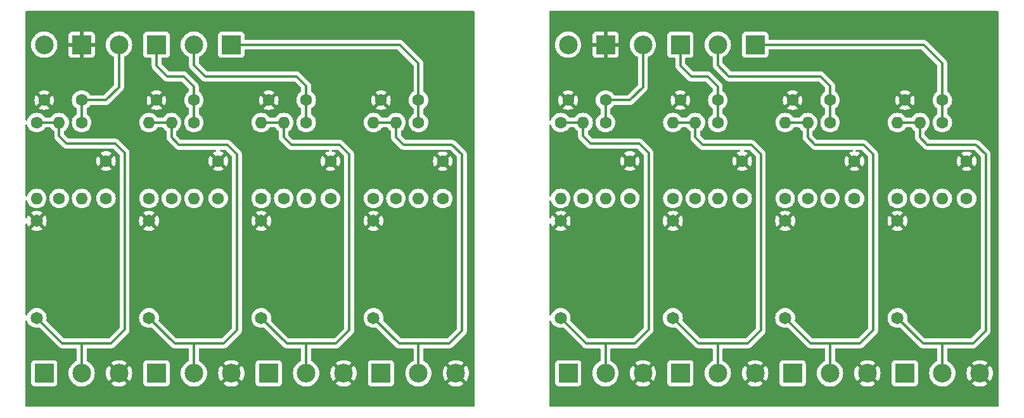
<source format=gtl>
%TF.GenerationSoftware,KiCad,Pcbnew,8.0.0*%
%TF.CreationDate,2024-04-03T18:38:51+02:00*%
%TF.ProjectId,zf-filter,7a662d66-696c-4746-9572-2e6b69636164,1.0*%
%TF.SameCoordinates,Original*%
%TF.FileFunction,Copper,L1,Top*%
%TF.FilePolarity,Positive*%
%FSLAX46Y46*%
G04 Gerber Fmt 4.6, Leading zero omitted, Abs format (unit mm)*
G04 Created by KiCad (PCBNEW 8.0.0) date 2024-04-03 18:38:51*
%MOMM*%
%LPD*%
G01*
G04 APERTURE LIST*
%TA.AperFunction,ComponentPad*%
%ADD10R,2.500000X2.500000*%
%TD*%
%TA.AperFunction,ComponentPad*%
%ADD11C,2.500000*%
%TD*%
%TA.AperFunction,ComponentPad*%
%ADD12C,1.600000*%
%TD*%
%TA.AperFunction,ComponentPad*%
%ADD13O,1.600000X1.600000*%
%TD*%
%TA.AperFunction,ComponentPad*%
%ADD14C,1.650000*%
%TD*%
%TA.AperFunction,ViaPad*%
%ADD15C,0.600000*%
%TD*%
%TA.AperFunction,Conductor*%
%ADD16C,0.300000*%
%TD*%
G04 APERTURE END LIST*
D10*
X132500000Y-129500000D03*
D11*
X137500000Y-129500000D03*
X142500000Y-129500000D03*
D12*
X162500000Y-95920000D03*
D13*
X162500000Y-106080000D03*
D12*
X207500000Y-92920000D03*
X202500000Y-92920000D03*
D14*
X116500000Y-122080000D03*
X116500000Y-109080000D03*
D12*
X137500000Y-95920000D03*
D13*
X137500000Y-106080000D03*
D10*
X117500000Y-129500000D03*
D11*
X122500000Y-129500000D03*
X127500000Y-129500000D03*
D12*
X192500000Y-92920000D03*
X187500000Y-92920000D03*
X119500000Y-106080000D03*
D13*
X119500000Y-95920000D03*
D12*
X162500000Y-92920000D03*
X157500000Y-92920000D03*
X110750000Y-106070000D03*
X110750000Y-101070000D03*
X92500000Y-92920000D03*
X87500000Y-92920000D03*
D10*
X102500000Y-129500000D03*
D11*
X107500000Y-129500000D03*
X112500000Y-129500000D03*
D12*
X116500000Y-106080000D03*
D13*
X116500000Y-95920000D03*
D10*
X202500000Y-129500000D03*
D11*
X207500000Y-129500000D03*
X212500000Y-129500000D03*
D12*
X195750000Y-106095000D03*
X195750000Y-101095000D03*
X122500000Y-95920000D03*
D13*
X122500000Y-106080000D03*
D12*
X210750000Y-106100000D03*
X210750000Y-101100000D03*
X104500000Y-106080000D03*
D13*
X104500000Y-95920000D03*
D12*
X207500000Y-95920000D03*
D13*
X207500000Y-106080000D03*
D14*
X131500000Y-122080000D03*
X131500000Y-109080000D03*
D12*
X177500000Y-95920000D03*
D13*
X177500000Y-106080000D03*
D10*
X87500000Y-129500000D03*
D11*
X92500000Y-129500000D03*
X97500000Y-129500000D03*
D12*
X140750000Y-106100000D03*
X140750000Y-101100000D03*
D10*
X172500000Y-129500000D03*
D11*
X177500000Y-129500000D03*
X182500000Y-129500000D03*
D12*
X101500000Y-106080000D03*
D13*
X101500000Y-95920000D03*
D10*
X162500000Y-85500000D03*
D11*
X157500000Y-85500000D03*
D12*
X134500000Y-106080000D03*
D13*
X134500000Y-95920000D03*
D12*
X165750000Y-106070000D03*
X165750000Y-101070000D03*
X92500000Y-95920000D03*
D13*
X92500000Y-106080000D03*
D12*
X89500000Y-106080000D03*
D13*
X89500000Y-95920000D03*
D12*
X107500000Y-95920000D03*
D13*
X107500000Y-106080000D03*
D10*
X112500000Y-85500000D03*
D11*
X107500000Y-85500000D03*
D12*
X95750000Y-106070000D03*
X95750000Y-101070000D03*
X192500000Y-95920000D03*
D13*
X192500000Y-106080000D03*
D12*
X156500000Y-95920000D03*
D13*
X156500000Y-106080000D03*
D12*
X204500000Y-106080000D03*
D13*
X204500000Y-95920000D03*
D10*
X157500000Y-129500000D03*
D11*
X162500000Y-129500000D03*
X167500000Y-129500000D03*
D12*
X177500000Y-92920000D03*
X172500000Y-92920000D03*
D14*
X101500000Y-122080000D03*
X101500000Y-109080000D03*
D10*
X182500000Y-85500000D03*
D11*
X177500000Y-85500000D03*
D12*
X137500000Y-92920000D03*
X132500000Y-92920000D03*
X171500000Y-106080000D03*
D13*
X171500000Y-95920000D03*
D12*
X174500000Y-106080000D03*
D13*
X174500000Y-95920000D03*
D12*
X122500000Y-92920000D03*
X117500000Y-92920000D03*
D10*
X187500000Y-129500000D03*
D11*
X192500000Y-129500000D03*
X197500000Y-129500000D03*
D12*
X131500000Y-106080000D03*
D13*
X131500000Y-95920000D03*
D10*
X102500000Y-85500000D03*
D11*
X97500000Y-85500000D03*
D10*
X92500000Y-85500000D03*
D11*
X87500000Y-85500000D03*
D14*
X186500000Y-122080000D03*
X186500000Y-109080000D03*
X201500000Y-122080000D03*
X201500000Y-109080000D03*
D12*
X159500000Y-106080000D03*
D13*
X159500000Y-95920000D03*
D12*
X180750000Y-106070000D03*
X180750000Y-101070000D03*
D14*
X171500000Y-122080000D03*
X171500000Y-109080000D03*
D12*
X201500000Y-106080000D03*
D13*
X201500000Y-95920000D03*
D12*
X189500000Y-106080000D03*
D13*
X189500000Y-95920000D03*
D12*
X186500000Y-106080000D03*
D13*
X186500000Y-95920000D03*
D10*
X172500000Y-85500000D03*
D11*
X167500000Y-85500000D03*
D12*
X125750000Y-106095000D03*
X125750000Y-101095000D03*
X86500000Y-95920000D03*
D13*
X86500000Y-106080000D03*
D14*
X86500000Y-122080000D03*
X86500000Y-109080000D03*
X156500000Y-122080000D03*
X156500000Y-109080000D03*
D12*
X107500000Y-92920000D03*
X102500000Y-92920000D03*
D15*
X205000000Y-117500000D03*
X92500000Y-115000000D03*
X165000000Y-117500000D03*
X142500000Y-82500000D03*
X127500000Y-92500000D03*
X110000000Y-112500000D03*
X202500000Y-82500000D03*
X110000000Y-117500000D03*
X210000000Y-112500000D03*
X142500000Y-90000000D03*
X195000000Y-82500000D03*
X142500000Y-95000000D03*
X192500000Y-87500000D03*
X122500000Y-82500000D03*
X137500000Y-117500000D03*
X205000000Y-87500000D03*
X140000000Y-90000000D03*
X177500000Y-120000000D03*
X137500000Y-110000000D03*
X127500000Y-95000000D03*
X195000000Y-112500000D03*
X190000000Y-112500000D03*
X137500000Y-112500000D03*
X130000000Y-90000000D03*
X160000000Y-120000000D03*
X90000000Y-115000000D03*
X207500000Y-120000000D03*
X110000000Y-120000000D03*
X192500000Y-122500000D03*
X177500000Y-112500000D03*
X140000000Y-112500000D03*
X212500000Y-92500000D03*
X137500000Y-122500000D03*
X95000000Y-122500000D03*
X140000000Y-92500000D03*
X200000000Y-87500000D03*
X197500000Y-90000000D03*
X177500000Y-117500000D03*
X197500000Y-87500000D03*
X180000000Y-95000000D03*
X137500000Y-115000000D03*
X162500000Y-115000000D03*
X180000000Y-97500000D03*
X142500000Y-85000000D03*
X210000000Y-85000000D03*
X125000000Y-90000000D03*
X140000000Y-110000000D03*
X210000000Y-122500000D03*
X127500000Y-87500000D03*
X182500000Y-92500000D03*
X142500000Y-92500000D03*
X195000000Y-87500000D03*
X105000000Y-122500000D03*
X135000000Y-82500000D03*
X135000000Y-112500000D03*
X192500000Y-82500000D03*
X212500000Y-85000000D03*
X182500000Y-97500000D03*
X205000000Y-115000000D03*
X140000000Y-95000000D03*
X180000000Y-112500000D03*
X120000000Y-115000000D03*
X107500000Y-120000000D03*
X175000000Y-115000000D03*
X125000000Y-97500000D03*
X182500000Y-95000000D03*
X140000000Y-85000000D03*
X190000000Y-117500000D03*
X210000000Y-87500000D03*
X92500000Y-110000000D03*
X207500000Y-122500000D03*
X135000000Y-87500000D03*
X180000000Y-115000000D03*
X195000000Y-90000000D03*
X125000000Y-110000000D03*
X137500000Y-82500000D03*
X92500000Y-112500000D03*
X132500000Y-87500000D03*
X177500000Y-110000000D03*
X120000000Y-87500000D03*
X120000000Y-110000000D03*
X165000000Y-122500000D03*
X107500000Y-110000000D03*
X207500000Y-117500000D03*
X192500000Y-117500000D03*
X205000000Y-122500000D03*
X165000000Y-115000000D03*
X90000000Y-112500000D03*
X207500000Y-110000000D03*
X190000000Y-122500000D03*
X212500000Y-97500000D03*
X110000000Y-95000000D03*
X180000000Y-110000000D03*
X160000000Y-115000000D03*
X197500000Y-95000000D03*
X107500000Y-122500000D03*
X90000000Y-117500000D03*
X110000000Y-97500000D03*
X175000000Y-117500000D03*
X140000000Y-115000000D03*
X112500000Y-95000000D03*
X120000000Y-120000000D03*
X135000000Y-117500000D03*
X212500000Y-87500000D03*
X205000000Y-82500000D03*
X207500000Y-115000000D03*
X92500000Y-122500000D03*
X180000000Y-92500000D03*
X192500000Y-120000000D03*
X125000000Y-82500000D03*
X90000000Y-122500000D03*
X140000000Y-122500000D03*
X197500000Y-92500000D03*
X177500000Y-115000000D03*
X180000000Y-117500000D03*
X125000000Y-120000000D03*
X205000000Y-112500000D03*
X120000000Y-122500000D03*
X207500000Y-112500000D03*
X160000000Y-110000000D03*
X135000000Y-110000000D03*
X122500000Y-87500000D03*
X92500000Y-120000000D03*
X105000000Y-112500000D03*
X92500000Y-117500000D03*
X130000000Y-82500000D03*
X162500000Y-122500000D03*
X162500000Y-120000000D03*
X175000000Y-112500000D03*
X105000000Y-115000000D03*
X117500000Y-82500000D03*
X125000000Y-92500000D03*
X212500000Y-90000000D03*
X122500000Y-120000000D03*
X130000000Y-87500000D03*
X187500000Y-82500000D03*
X95000000Y-117500000D03*
X202500000Y-87500000D03*
X200000000Y-82500000D03*
X195000000Y-115000000D03*
X142500000Y-97500000D03*
X122500000Y-115000000D03*
X110000000Y-110000000D03*
X125000000Y-117500000D03*
X125000000Y-115000000D03*
X140000000Y-120000000D03*
X110000000Y-92500000D03*
X210000000Y-110000000D03*
X180000000Y-120000000D03*
X122500000Y-112500000D03*
X105000000Y-110000000D03*
X122500000Y-110000000D03*
X165000000Y-120000000D03*
X137500000Y-120000000D03*
X192500000Y-112500000D03*
X175000000Y-110000000D03*
X195000000Y-97500000D03*
X122500000Y-117500000D03*
X120000000Y-112500000D03*
X210000000Y-90000000D03*
X195000000Y-117500000D03*
X210000000Y-120000000D03*
X162500000Y-117500000D03*
X197500000Y-82500000D03*
X120000000Y-82500000D03*
X190000000Y-120000000D03*
X197500000Y-97500000D03*
X195000000Y-122500000D03*
X190000000Y-115000000D03*
X165000000Y-110000000D03*
X175000000Y-122500000D03*
X132500000Y-82500000D03*
X142500000Y-87500000D03*
X95000000Y-110000000D03*
X107500000Y-115000000D03*
X210000000Y-97500000D03*
X90000000Y-110000000D03*
X190000000Y-110000000D03*
X210000000Y-95000000D03*
X162500000Y-110000000D03*
X210000000Y-82500000D03*
X105000000Y-120000000D03*
X165000000Y-112500000D03*
X90000000Y-120000000D03*
X112500000Y-97500000D03*
X95000000Y-112500000D03*
X140000000Y-97500000D03*
X140000000Y-117500000D03*
X195000000Y-110000000D03*
X192500000Y-115000000D03*
X117500000Y-87500000D03*
X210000000Y-117500000D03*
X205000000Y-110000000D03*
X190000000Y-82500000D03*
X107500000Y-112500000D03*
X127500000Y-97500000D03*
X110000000Y-115000000D03*
X135000000Y-120000000D03*
X195000000Y-95000000D03*
X187500000Y-87500000D03*
X140000000Y-87500000D03*
X125000000Y-122500000D03*
X120000000Y-117500000D03*
X122500000Y-122500000D03*
X125000000Y-112500000D03*
X180000000Y-122500000D03*
X135000000Y-122500000D03*
X177500000Y-122500000D03*
X212500000Y-95000000D03*
X107500000Y-117500000D03*
X95000000Y-120000000D03*
X207500000Y-82500000D03*
X125000000Y-95000000D03*
X190000000Y-87500000D03*
X135000000Y-115000000D03*
X112500000Y-92500000D03*
X125000000Y-87500000D03*
X127500000Y-82500000D03*
X210000000Y-115000000D03*
X200000000Y-90000000D03*
X210000000Y-92500000D03*
X192500000Y-110000000D03*
X195000000Y-92500000D03*
X212500000Y-82500000D03*
X160000000Y-112500000D03*
X95000000Y-115000000D03*
X105000000Y-117500000D03*
X205000000Y-120000000D03*
X160000000Y-117500000D03*
X195000000Y-120000000D03*
X110000000Y-122500000D03*
X127500000Y-90000000D03*
X160000000Y-122500000D03*
X162500000Y-112500000D03*
X175000000Y-120000000D03*
X140000000Y-82500000D03*
D16*
X92500000Y-125500000D02*
X92500000Y-129500000D01*
X86500000Y-95920000D02*
X89500000Y-95920000D01*
X98250000Y-100000000D02*
X98250000Y-123670000D01*
X97000000Y-98750000D02*
X98250000Y-100000000D01*
X90500000Y-98750000D02*
X97000000Y-98750000D01*
X98250000Y-123670000D02*
X96420000Y-125500000D01*
X89500000Y-95920000D02*
X89500000Y-97750000D01*
X96420000Y-125500000D02*
X92500000Y-125500000D01*
X89920000Y-125500000D02*
X92500000Y-125500000D01*
X89500000Y-97750000D02*
X90500000Y-98750000D01*
X86500000Y-122080000D02*
X89920000Y-125500000D01*
X112000000Y-98920000D02*
X113250000Y-100170000D01*
X101500000Y-95920000D02*
X104500000Y-95920000D01*
X104500000Y-97920000D02*
X105500000Y-98920000D01*
X107500000Y-125500000D02*
X107500000Y-129500000D01*
X104920000Y-125500000D02*
X107500000Y-125500000D01*
X113250000Y-123750000D02*
X111500000Y-125500000D01*
X101500000Y-122080000D02*
X104920000Y-125500000D01*
X105500000Y-98920000D02*
X112000000Y-98920000D01*
X111500000Y-125500000D02*
X107500000Y-125500000D01*
X113250000Y-100170000D02*
X113250000Y-123750000D01*
X104500000Y-95920000D02*
X104500000Y-97920000D01*
X128250000Y-123750000D02*
X126500000Y-125500000D01*
X119500000Y-95920000D02*
X119500000Y-97920000D01*
X127000000Y-98920000D02*
X128250000Y-100170000D01*
X128250000Y-100170000D02*
X128250000Y-123750000D01*
X119500000Y-97920000D02*
X120500000Y-98920000D01*
X116500000Y-122080000D02*
X119920000Y-125500000D01*
X119920000Y-125500000D02*
X122500000Y-125500000D01*
X126500000Y-125500000D02*
X122500000Y-125500000D01*
X122500000Y-125500000D02*
X122500000Y-129500000D01*
X120500000Y-98920000D02*
X127000000Y-98920000D01*
X116500000Y-95920000D02*
X119500000Y-95920000D01*
X134500000Y-97900000D02*
X135500000Y-98900000D01*
X135500000Y-98900000D02*
X142000000Y-98900000D01*
X137500000Y-125500000D02*
X137500000Y-129500000D01*
X141600000Y-125500000D02*
X137500000Y-125500000D01*
X131500000Y-122080000D02*
X134920000Y-125500000D01*
X143300000Y-100200000D02*
X143300000Y-123800000D01*
X142000000Y-98900000D02*
X143300000Y-100200000D01*
X143300000Y-123800000D02*
X141600000Y-125500000D01*
X134500000Y-95920000D02*
X134500000Y-97900000D01*
X134500000Y-95920000D02*
X131500000Y-95920000D01*
X134920000Y-125500000D02*
X137500000Y-125500000D01*
X168250000Y-123670000D02*
X166420000Y-125500000D01*
X160500000Y-98750000D02*
X167000000Y-98750000D01*
X166420000Y-125500000D02*
X162500000Y-125500000D01*
X159500000Y-97750000D02*
X160500000Y-98750000D01*
X162500000Y-125500000D02*
X159920000Y-125500000D01*
X159920000Y-125500000D02*
X156500000Y-122080000D01*
X167000000Y-98750000D02*
X168250000Y-100000000D01*
X162500000Y-125500000D02*
X162500000Y-129500000D01*
X168250000Y-100000000D02*
X168250000Y-123670000D01*
X156500000Y-95920000D02*
X159500000Y-95920000D01*
X159500000Y-95920000D02*
X159500000Y-97750000D01*
X177500000Y-125500000D02*
X174920000Y-125500000D01*
X181500000Y-125500000D02*
X177500000Y-125500000D01*
X174500000Y-95920000D02*
X174500000Y-97920000D01*
X175500000Y-98920000D02*
X182000000Y-98920000D01*
X177500000Y-125500000D02*
X177500000Y-129500000D01*
X174500000Y-97920000D02*
X175500000Y-98920000D01*
X174920000Y-125500000D02*
X171500000Y-122080000D01*
X182000000Y-98920000D02*
X183250000Y-100170000D01*
X183250000Y-100170000D02*
X183250000Y-123750000D01*
X183250000Y-123750000D02*
X181500000Y-125500000D01*
X171500000Y-95920000D02*
X174500000Y-95920000D01*
X198250000Y-123750000D02*
X196500000Y-125500000D01*
X189500000Y-97920000D02*
X190500000Y-98920000D01*
X192500000Y-125500000D02*
X189920000Y-125500000D01*
X189920000Y-125500000D02*
X186500000Y-122080000D01*
X189500000Y-95920000D02*
X189500000Y-97920000D01*
X190500000Y-98920000D02*
X197000000Y-98920000D01*
X196500000Y-125500000D02*
X192500000Y-125500000D01*
X192500000Y-125500000D02*
X192500000Y-129500000D01*
X197000000Y-98920000D02*
X198250000Y-100170000D01*
X186500000Y-95920000D02*
X189500000Y-95920000D01*
X198250000Y-100170000D02*
X198250000Y-123750000D01*
X204920000Y-125500000D02*
X201500000Y-122080000D01*
X207500000Y-125500000D02*
X207500000Y-129500000D01*
X204500000Y-95920000D02*
X204500000Y-97900000D01*
X207500000Y-125500000D02*
X204920000Y-125500000D01*
X213300000Y-100200000D02*
X213300000Y-123800000D01*
X211600000Y-125500000D02*
X207500000Y-125500000D01*
X204500000Y-95920000D02*
X201500000Y-95920000D01*
X213300000Y-123800000D02*
X211600000Y-125500000D01*
X205500000Y-98900000D02*
X212000000Y-98900000D01*
X212000000Y-98900000D02*
X213300000Y-100200000D01*
X204500000Y-97900000D02*
X205500000Y-98900000D01*
X97500000Y-91170000D02*
X95750000Y-92920000D01*
X95750000Y-92920000D02*
X92500000Y-92920000D01*
X97500000Y-85500000D02*
X97500000Y-91170000D01*
X92500000Y-95920000D02*
X92500000Y-92920000D01*
X107500000Y-95920000D02*
X107500000Y-92920000D01*
X102500000Y-85500000D02*
X102500000Y-88300000D01*
X107500000Y-91100000D02*
X107500000Y-92920000D01*
X102500000Y-88300000D02*
X103950000Y-89750000D01*
X106150000Y-89750000D02*
X107500000Y-91100000D01*
X103950000Y-89750000D02*
X106150000Y-89750000D01*
X107500000Y-88250000D02*
X107500000Y-85500000D01*
X122500000Y-92920000D02*
X122500000Y-91000000D01*
X122500000Y-91000000D02*
X121250000Y-89750000D01*
X109000000Y-89750000D02*
X107500000Y-88250000D01*
X121250000Y-89750000D02*
X109000000Y-89750000D01*
X122500000Y-95920000D02*
X122500000Y-92920000D01*
X135000000Y-85500000D02*
X137500000Y-88000000D01*
X112500000Y-85500000D02*
X135000000Y-85500000D01*
X137500000Y-88000000D02*
X137500000Y-92920000D01*
X137500000Y-92920000D02*
X137500000Y-95920000D01*
X162500000Y-95920000D02*
X162500000Y-92920000D01*
X165750000Y-92920000D02*
X162500000Y-92920000D01*
X167500000Y-91170000D02*
X165750000Y-92920000D01*
X167500000Y-85500000D02*
X167500000Y-91170000D01*
X172500000Y-85500000D02*
X172500000Y-88300000D01*
X177500000Y-95920000D02*
X177500000Y-92920000D01*
X173950000Y-89750000D02*
X176150000Y-89750000D01*
X172500000Y-88300000D02*
X173950000Y-89750000D01*
X177500000Y-91100000D02*
X177500000Y-92920000D01*
X176150000Y-89750000D02*
X177500000Y-91100000D01*
X192500000Y-92920000D02*
X192500000Y-91000000D01*
X191250000Y-89750000D02*
X179000000Y-89750000D01*
X192500000Y-95920000D02*
X192500000Y-92920000D01*
X179000000Y-89750000D02*
X177500000Y-88250000D01*
X192500000Y-91000000D02*
X191250000Y-89750000D01*
X177500000Y-88250000D02*
X177500000Y-85500000D01*
X207500000Y-88000000D02*
X207500000Y-92920000D01*
X205000000Y-85500000D02*
X207500000Y-88000000D01*
X207500000Y-92920000D02*
X207500000Y-95920000D01*
X182500000Y-85500000D02*
X205000000Y-85500000D01*
%TA.AperFunction,Conductor*%
G36*
X144943039Y-81019685D02*
G01*
X144988794Y-81072489D01*
X145000000Y-81124000D01*
X145000000Y-133876000D01*
X144980315Y-133943039D01*
X144927511Y-133988794D01*
X144876000Y-134000000D01*
X85124000Y-134000000D01*
X85056961Y-133980315D01*
X85011206Y-133927511D01*
X85000000Y-133876000D01*
X85000000Y-130797870D01*
X85749500Y-130797870D01*
X85749501Y-130797876D01*
X85755908Y-130857483D01*
X85806202Y-130992328D01*
X85806206Y-130992335D01*
X85892452Y-131107544D01*
X85892455Y-131107547D01*
X86007664Y-131193793D01*
X86007671Y-131193797D01*
X86142517Y-131244091D01*
X86142516Y-131244091D01*
X86149444Y-131244835D01*
X86202127Y-131250500D01*
X88797872Y-131250499D01*
X88857483Y-131244091D01*
X88992331Y-131193796D01*
X89107546Y-131107546D01*
X89193796Y-130992331D01*
X89244091Y-130857483D01*
X89250500Y-130797873D01*
X89250499Y-128202128D01*
X89244091Y-128142517D01*
X89193796Y-128007669D01*
X89193795Y-128007668D01*
X89193793Y-128007664D01*
X89107547Y-127892455D01*
X89107544Y-127892452D01*
X88992335Y-127806206D01*
X88992328Y-127806202D01*
X88857482Y-127755908D01*
X88857483Y-127755908D01*
X88797883Y-127749501D01*
X88797881Y-127749500D01*
X88797873Y-127749500D01*
X88797864Y-127749500D01*
X86202129Y-127749500D01*
X86202123Y-127749501D01*
X86142516Y-127755908D01*
X86007671Y-127806202D01*
X86007664Y-127806206D01*
X85892455Y-127892452D01*
X85892452Y-127892455D01*
X85806206Y-128007664D01*
X85806202Y-128007671D01*
X85755908Y-128142517D01*
X85749501Y-128202116D01*
X85749501Y-128202123D01*
X85749500Y-128202135D01*
X85749500Y-130797870D01*
X85000000Y-130797870D01*
X85000000Y-122545135D01*
X85019685Y-122478096D01*
X85072489Y-122432341D01*
X85141647Y-122422397D01*
X85205203Y-122451422D01*
X85242977Y-122510200D01*
X85243775Y-122513042D01*
X85249677Y-122535071D01*
X85249679Y-122535075D01*
X85249680Y-122535079D01*
X85347699Y-122745282D01*
X85480730Y-122935269D01*
X85644731Y-123099270D01*
X85834718Y-123232301D01*
X86044921Y-123330320D01*
X86268950Y-123390349D01*
X86433985Y-123404787D01*
X86499998Y-123410563D01*
X86500000Y-123410563D01*
X86500002Y-123410563D01*
X86537342Y-123407296D01*
X86731050Y-123390349D01*
X86787574Y-123375203D01*
X86857423Y-123376864D01*
X86907350Y-123407296D01*
X89505324Y-126005271D01*
X89505331Y-126005277D01*
X89611871Y-126076464D01*
X89611870Y-126076464D01*
X89646544Y-126090826D01*
X89730256Y-126125501D01*
X89730260Y-126125501D01*
X89730261Y-126125502D01*
X89855928Y-126150500D01*
X89855931Y-126150500D01*
X91725500Y-126150500D01*
X91792539Y-126170185D01*
X91838294Y-126222989D01*
X91849500Y-126274500D01*
X91849500Y-127792441D01*
X91829815Y-127859480D01*
X91779302Y-127904161D01*
X91622300Y-127979769D01*
X91405520Y-128127567D01*
X91213198Y-128306014D01*
X91049614Y-128511143D01*
X90918432Y-128738356D01*
X90822582Y-128982578D01*
X90822576Y-128982597D01*
X90764197Y-129238374D01*
X90764196Y-129238379D01*
X90744592Y-129499995D01*
X90744592Y-129500004D01*
X90764196Y-129761620D01*
X90764197Y-129761625D01*
X90822576Y-130017402D01*
X90822578Y-130017411D01*
X90822580Y-130017416D01*
X90918432Y-130261643D01*
X91049614Y-130488857D01*
X91181736Y-130654533D01*
X91213198Y-130693985D01*
X91325163Y-130797872D01*
X91405521Y-130872433D01*
X91622296Y-131020228D01*
X91622301Y-131020230D01*
X91622302Y-131020231D01*
X91622303Y-131020232D01*
X91747843Y-131080688D01*
X91858673Y-131134061D01*
X91858674Y-131134061D01*
X91858677Y-131134063D01*
X92109385Y-131211396D01*
X92368818Y-131250500D01*
X92631182Y-131250500D01*
X92890615Y-131211396D01*
X93141323Y-131134063D01*
X93377704Y-131020228D01*
X93594479Y-130872433D01*
X93786805Y-130693981D01*
X93950386Y-130488857D01*
X94081568Y-130261643D01*
X94177420Y-130017416D01*
X94235802Y-129761630D01*
X94235808Y-129761550D01*
X94255408Y-129500004D01*
X95745093Y-129500004D01*
X95764692Y-129761545D01*
X95764693Y-129761550D01*
X95823058Y-130017270D01*
X95918883Y-130261426D01*
X95918882Y-130261426D01*
X96050027Y-130488573D01*
X96097874Y-130548571D01*
X96898958Y-129747488D01*
X96923978Y-129807890D01*
X96995112Y-129914351D01*
X97085649Y-130004888D01*
X97192110Y-130076022D01*
X97252510Y-130101041D01*
X96450830Y-130902720D01*
X96622546Y-131019793D01*
X96622550Y-131019795D01*
X96858854Y-131133594D01*
X96858858Y-131133595D01*
X97109494Y-131210907D01*
X97109500Y-131210909D01*
X97368848Y-131249999D01*
X97368857Y-131250000D01*
X97631143Y-131250000D01*
X97631151Y-131249999D01*
X97890499Y-131210909D01*
X97890505Y-131210907D01*
X98141143Y-131133595D01*
X98377445Y-131019798D01*
X98377447Y-131019797D01*
X98549168Y-130902720D01*
X98444318Y-130797870D01*
X100749500Y-130797870D01*
X100749501Y-130797876D01*
X100755908Y-130857483D01*
X100806202Y-130992328D01*
X100806206Y-130992335D01*
X100892452Y-131107544D01*
X100892455Y-131107547D01*
X101007664Y-131193793D01*
X101007671Y-131193797D01*
X101142517Y-131244091D01*
X101142516Y-131244091D01*
X101149444Y-131244835D01*
X101202127Y-131250500D01*
X103797872Y-131250499D01*
X103857483Y-131244091D01*
X103992331Y-131193796D01*
X104107546Y-131107546D01*
X104193796Y-130992331D01*
X104244091Y-130857483D01*
X104250500Y-130797873D01*
X104250499Y-128202128D01*
X104244091Y-128142517D01*
X104193796Y-128007669D01*
X104193795Y-128007668D01*
X104193793Y-128007664D01*
X104107547Y-127892455D01*
X104107544Y-127892452D01*
X103992335Y-127806206D01*
X103992328Y-127806202D01*
X103857482Y-127755908D01*
X103857483Y-127755908D01*
X103797883Y-127749501D01*
X103797881Y-127749500D01*
X103797873Y-127749500D01*
X103797864Y-127749500D01*
X101202129Y-127749500D01*
X101202123Y-127749501D01*
X101142516Y-127755908D01*
X101007671Y-127806202D01*
X101007664Y-127806206D01*
X100892455Y-127892452D01*
X100892452Y-127892455D01*
X100806206Y-128007664D01*
X100806202Y-128007671D01*
X100755908Y-128142517D01*
X100749501Y-128202116D01*
X100749501Y-128202123D01*
X100749500Y-128202135D01*
X100749500Y-130797870D01*
X98444318Y-130797870D01*
X97747488Y-130101041D01*
X97807890Y-130076022D01*
X97914351Y-130004888D01*
X98004888Y-129914351D01*
X98076022Y-129807890D01*
X98101041Y-129747488D01*
X98902125Y-130548572D01*
X98949971Y-130488573D01*
X99081116Y-130261426D01*
X99176941Y-130017270D01*
X99235306Y-129761550D01*
X99235307Y-129761545D01*
X99254907Y-129500004D01*
X99254907Y-129499995D01*
X99235307Y-129238454D01*
X99235306Y-129238449D01*
X99176941Y-128982729D01*
X99081116Y-128738573D01*
X99081117Y-128738573D01*
X98949972Y-128511426D01*
X98902124Y-128451427D01*
X98101041Y-129252510D01*
X98076022Y-129192110D01*
X98004888Y-129085649D01*
X97914351Y-128995112D01*
X97807890Y-128923978D01*
X97747488Y-128898958D01*
X98549168Y-128097278D01*
X98377454Y-127980206D01*
X98377445Y-127980201D01*
X98141142Y-127866404D01*
X98141144Y-127866404D01*
X97890505Y-127789092D01*
X97890499Y-127789090D01*
X97631151Y-127750000D01*
X97368848Y-127750000D01*
X97109500Y-127789090D01*
X97109494Y-127789092D01*
X96858858Y-127866404D01*
X96858854Y-127866405D01*
X96622547Y-127980205D01*
X96622539Y-127980210D01*
X96450830Y-128097277D01*
X97252511Y-128898958D01*
X97192110Y-128923978D01*
X97085649Y-128995112D01*
X96995112Y-129085649D01*
X96923978Y-129192110D01*
X96898958Y-129252510D01*
X96097875Y-128451427D01*
X96097874Y-128451427D01*
X96050028Y-128511425D01*
X95918883Y-128738573D01*
X95823058Y-128982729D01*
X95764693Y-129238449D01*
X95764692Y-129238454D01*
X95745093Y-129499995D01*
X95745093Y-129500004D01*
X94255408Y-129500004D01*
X94255408Y-129499995D01*
X94235803Y-129238379D01*
X94235802Y-129238374D01*
X94235802Y-129238370D01*
X94177420Y-128982584D01*
X94081568Y-128738357D01*
X93950386Y-128511143D01*
X93786805Y-128306019D01*
X93786804Y-128306018D01*
X93786801Y-128306014D01*
X93594479Y-128127567D01*
X93418621Y-128007669D01*
X93377704Y-127979772D01*
X93377701Y-127979771D01*
X93377699Y-127979769D01*
X93220698Y-127904161D01*
X93168838Y-127857338D01*
X93150500Y-127792441D01*
X93150500Y-126274500D01*
X93170185Y-126207461D01*
X93222989Y-126161706D01*
X93274500Y-126150500D01*
X96484071Y-126150500D01*
X96568615Y-126133682D01*
X96609744Y-126125501D01*
X96728127Y-126076465D01*
X96834669Y-126005277D01*
X98755277Y-124084669D01*
X98826465Y-123978127D01*
X98842364Y-123939743D01*
X98875501Y-123859744D01*
X98900500Y-123734069D01*
X98900500Y-122080001D01*
X100169437Y-122080001D01*
X100189650Y-122311044D01*
X100189651Y-122311051D01*
X100249678Y-122535074D01*
X100249679Y-122535076D01*
X100249680Y-122535079D01*
X100347699Y-122745282D01*
X100480730Y-122935269D01*
X100644731Y-123099270D01*
X100834718Y-123232301D01*
X101044921Y-123330320D01*
X101268950Y-123390349D01*
X101433985Y-123404787D01*
X101499998Y-123410563D01*
X101500000Y-123410563D01*
X101500002Y-123410563D01*
X101537342Y-123407296D01*
X101731050Y-123390349D01*
X101787574Y-123375203D01*
X101857423Y-123376864D01*
X101907350Y-123407296D01*
X104505324Y-126005271D01*
X104505331Y-126005277D01*
X104611871Y-126076464D01*
X104611870Y-126076464D01*
X104646544Y-126090826D01*
X104730256Y-126125501D01*
X104730260Y-126125501D01*
X104730261Y-126125502D01*
X104855928Y-126150500D01*
X104855931Y-126150500D01*
X106725500Y-126150500D01*
X106792539Y-126170185D01*
X106838294Y-126222989D01*
X106849500Y-126274500D01*
X106849500Y-127792441D01*
X106829815Y-127859480D01*
X106779302Y-127904161D01*
X106622300Y-127979769D01*
X106405520Y-128127567D01*
X106213198Y-128306014D01*
X106049614Y-128511143D01*
X105918432Y-128738356D01*
X105822582Y-128982578D01*
X105822576Y-128982597D01*
X105764197Y-129238374D01*
X105764196Y-129238379D01*
X105744592Y-129499995D01*
X105744592Y-129500004D01*
X105764196Y-129761620D01*
X105764197Y-129761625D01*
X105822576Y-130017402D01*
X105822578Y-130017411D01*
X105822580Y-130017416D01*
X105918432Y-130261643D01*
X106049614Y-130488857D01*
X106181736Y-130654533D01*
X106213198Y-130693985D01*
X106325163Y-130797872D01*
X106405521Y-130872433D01*
X106622296Y-131020228D01*
X106622301Y-131020230D01*
X106622302Y-131020231D01*
X106622303Y-131020232D01*
X106747843Y-131080688D01*
X106858673Y-131134061D01*
X106858674Y-131134061D01*
X106858677Y-131134063D01*
X107109385Y-131211396D01*
X107368818Y-131250500D01*
X107631182Y-131250500D01*
X107890615Y-131211396D01*
X108141323Y-131134063D01*
X108377704Y-131020228D01*
X108594479Y-130872433D01*
X108786805Y-130693981D01*
X108950386Y-130488857D01*
X109081568Y-130261643D01*
X109177420Y-130017416D01*
X109235802Y-129761630D01*
X109235808Y-129761550D01*
X109255408Y-129500004D01*
X110745093Y-129500004D01*
X110764692Y-129761545D01*
X110764693Y-129761550D01*
X110823058Y-130017270D01*
X110918883Y-130261426D01*
X110918882Y-130261426D01*
X111050027Y-130488573D01*
X111097874Y-130548571D01*
X111898958Y-129747488D01*
X111923978Y-129807890D01*
X111995112Y-129914351D01*
X112085649Y-130004888D01*
X112192110Y-130076022D01*
X112252510Y-130101041D01*
X111450830Y-130902720D01*
X111622546Y-131019793D01*
X111622550Y-131019795D01*
X111858854Y-131133594D01*
X111858858Y-131133595D01*
X112109494Y-131210907D01*
X112109500Y-131210909D01*
X112368848Y-131249999D01*
X112368857Y-131250000D01*
X112631143Y-131250000D01*
X112631151Y-131249999D01*
X112890499Y-131210909D01*
X112890505Y-131210907D01*
X113141143Y-131133595D01*
X113377445Y-131019798D01*
X113377447Y-131019797D01*
X113549168Y-130902720D01*
X113444318Y-130797870D01*
X115749500Y-130797870D01*
X115749501Y-130797876D01*
X115755908Y-130857483D01*
X115806202Y-130992328D01*
X115806206Y-130992335D01*
X115892452Y-131107544D01*
X115892455Y-131107547D01*
X116007664Y-131193793D01*
X116007671Y-131193797D01*
X116142517Y-131244091D01*
X116142516Y-131244091D01*
X116149444Y-131244835D01*
X116202127Y-131250500D01*
X118797872Y-131250499D01*
X118857483Y-131244091D01*
X118992331Y-131193796D01*
X119107546Y-131107546D01*
X119193796Y-130992331D01*
X119244091Y-130857483D01*
X119250500Y-130797873D01*
X119250499Y-128202128D01*
X119244091Y-128142517D01*
X119193796Y-128007669D01*
X119193795Y-128007668D01*
X119193793Y-128007664D01*
X119107547Y-127892455D01*
X119107544Y-127892452D01*
X118992335Y-127806206D01*
X118992328Y-127806202D01*
X118857482Y-127755908D01*
X118857483Y-127755908D01*
X118797883Y-127749501D01*
X118797881Y-127749500D01*
X118797873Y-127749500D01*
X118797864Y-127749500D01*
X116202129Y-127749500D01*
X116202123Y-127749501D01*
X116142516Y-127755908D01*
X116007671Y-127806202D01*
X116007664Y-127806206D01*
X115892455Y-127892452D01*
X115892452Y-127892455D01*
X115806206Y-128007664D01*
X115806202Y-128007671D01*
X115755908Y-128142517D01*
X115749501Y-128202116D01*
X115749501Y-128202123D01*
X115749500Y-128202135D01*
X115749500Y-130797870D01*
X113444318Y-130797870D01*
X112747488Y-130101041D01*
X112807890Y-130076022D01*
X112914351Y-130004888D01*
X113004888Y-129914351D01*
X113076022Y-129807890D01*
X113101041Y-129747488D01*
X113902125Y-130548572D01*
X113949971Y-130488573D01*
X114081116Y-130261426D01*
X114176941Y-130017270D01*
X114235306Y-129761550D01*
X114235307Y-129761545D01*
X114254907Y-129500004D01*
X114254907Y-129499995D01*
X114235307Y-129238454D01*
X114235306Y-129238449D01*
X114176941Y-128982729D01*
X114081116Y-128738573D01*
X114081117Y-128738573D01*
X113949972Y-128511426D01*
X113902124Y-128451427D01*
X113101041Y-129252510D01*
X113076022Y-129192110D01*
X113004888Y-129085649D01*
X112914351Y-128995112D01*
X112807890Y-128923978D01*
X112747488Y-128898958D01*
X113549168Y-128097278D01*
X113377454Y-127980206D01*
X113377445Y-127980201D01*
X113141142Y-127866404D01*
X113141144Y-127866404D01*
X112890505Y-127789092D01*
X112890499Y-127789090D01*
X112631151Y-127750000D01*
X112368848Y-127750000D01*
X112109500Y-127789090D01*
X112109494Y-127789092D01*
X111858858Y-127866404D01*
X111858854Y-127866405D01*
X111622547Y-127980205D01*
X111622539Y-127980210D01*
X111450830Y-128097277D01*
X112252511Y-128898958D01*
X112192110Y-128923978D01*
X112085649Y-128995112D01*
X111995112Y-129085649D01*
X111923978Y-129192110D01*
X111898958Y-129252510D01*
X111097874Y-128451427D01*
X111050028Y-128511425D01*
X110918883Y-128738573D01*
X110823058Y-128982729D01*
X110764693Y-129238449D01*
X110764692Y-129238454D01*
X110745093Y-129499995D01*
X110745093Y-129500004D01*
X109255408Y-129500004D01*
X109255408Y-129499995D01*
X109235803Y-129238379D01*
X109235802Y-129238374D01*
X109235802Y-129238370D01*
X109177420Y-128982584D01*
X109081568Y-128738357D01*
X108950386Y-128511143D01*
X108786805Y-128306019D01*
X108786804Y-128306018D01*
X108786801Y-128306014D01*
X108594479Y-128127567D01*
X108418621Y-128007669D01*
X108377704Y-127979772D01*
X108377701Y-127979771D01*
X108377699Y-127979769D01*
X108220698Y-127904161D01*
X108168838Y-127857338D01*
X108150500Y-127792441D01*
X108150500Y-126274500D01*
X108170185Y-126207461D01*
X108222989Y-126161706D01*
X108274500Y-126150500D01*
X111564071Y-126150500D01*
X111648615Y-126133682D01*
X111689744Y-126125501D01*
X111808127Y-126076465D01*
X111914669Y-126005277D01*
X113755277Y-124164669D01*
X113826465Y-124058127D01*
X113875501Y-123939743D01*
X113890554Y-123864069D01*
X113900500Y-123814071D01*
X113900500Y-122080001D01*
X115169437Y-122080001D01*
X115189650Y-122311044D01*
X115189651Y-122311051D01*
X115249678Y-122535074D01*
X115249679Y-122535076D01*
X115249680Y-122535079D01*
X115347699Y-122745282D01*
X115480730Y-122935269D01*
X115644731Y-123099270D01*
X115834718Y-123232301D01*
X116044921Y-123330320D01*
X116268950Y-123390349D01*
X116433985Y-123404787D01*
X116499998Y-123410563D01*
X116500000Y-123410563D01*
X116500002Y-123410563D01*
X116537342Y-123407296D01*
X116731050Y-123390349D01*
X116787574Y-123375203D01*
X116857423Y-123376864D01*
X116907350Y-123407296D01*
X119505324Y-126005271D01*
X119505331Y-126005277D01*
X119611871Y-126076464D01*
X119611870Y-126076464D01*
X119646544Y-126090826D01*
X119730256Y-126125501D01*
X119730260Y-126125501D01*
X119730261Y-126125502D01*
X119855928Y-126150500D01*
X119855931Y-126150500D01*
X121725500Y-126150500D01*
X121792539Y-126170185D01*
X121838294Y-126222989D01*
X121849500Y-126274500D01*
X121849500Y-127792441D01*
X121829815Y-127859480D01*
X121779302Y-127904161D01*
X121622300Y-127979769D01*
X121405520Y-128127567D01*
X121213198Y-128306014D01*
X121049614Y-128511143D01*
X120918432Y-128738356D01*
X120822582Y-128982578D01*
X120822576Y-128982597D01*
X120764197Y-129238374D01*
X120764196Y-129238379D01*
X120744592Y-129499995D01*
X120744592Y-129500004D01*
X120764196Y-129761620D01*
X120764197Y-129761625D01*
X120822576Y-130017402D01*
X120822578Y-130017411D01*
X120822580Y-130017416D01*
X120918432Y-130261643D01*
X121049614Y-130488857D01*
X121181736Y-130654533D01*
X121213198Y-130693985D01*
X121325163Y-130797872D01*
X121405521Y-130872433D01*
X121622296Y-131020228D01*
X121622301Y-131020230D01*
X121622302Y-131020231D01*
X121622303Y-131020232D01*
X121747843Y-131080688D01*
X121858673Y-131134061D01*
X121858674Y-131134061D01*
X121858677Y-131134063D01*
X122109385Y-131211396D01*
X122368818Y-131250500D01*
X122631182Y-131250500D01*
X122890615Y-131211396D01*
X123141323Y-131134063D01*
X123377704Y-131020228D01*
X123594479Y-130872433D01*
X123786805Y-130693981D01*
X123950386Y-130488857D01*
X124081568Y-130261643D01*
X124177420Y-130017416D01*
X124235802Y-129761630D01*
X124235808Y-129761550D01*
X124255408Y-129500004D01*
X125745093Y-129500004D01*
X125764692Y-129761545D01*
X125764693Y-129761550D01*
X125823058Y-130017270D01*
X125918883Y-130261426D01*
X125918882Y-130261426D01*
X126050027Y-130488573D01*
X126097874Y-130548571D01*
X126898958Y-129747488D01*
X126923978Y-129807890D01*
X126995112Y-129914351D01*
X127085649Y-130004888D01*
X127192110Y-130076022D01*
X127252510Y-130101041D01*
X126450830Y-130902720D01*
X126622546Y-131019793D01*
X126622550Y-131019795D01*
X126858854Y-131133594D01*
X126858858Y-131133595D01*
X127109494Y-131210907D01*
X127109500Y-131210909D01*
X127368848Y-131249999D01*
X127368857Y-131250000D01*
X127631143Y-131250000D01*
X127631151Y-131249999D01*
X127890499Y-131210909D01*
X127890505Y-131210907D01*
X128141143Y-131133595D01*
X128377445Y-131019798D01*
X128377447Y-131019797D01*
X128549168Y-130902720D01*
X128444318Y-130797870D01*
X130749500Y-130797870D01*
X130749501Y-130797876D01*
X130755908Y-130857483D01*
X130806202Y-130992328D01*
X130806206Y-130992335D01*
X130892452Y-131107544D01*
X130892455Y-131107547D01*
X131007664Y-131193793D01*
X131007671Y-131193797D01*
X131142517Y-131244091D01*
X131142516Y-131244091D01*
X131149444Y-131244835D01*
X131202127Y-131250500D01*
X133797872Y-131250499D01*
X133857483Y-131244091D01*
X133992331Y-131193796D01*
X134107546Y-131107546D01*
X134193796Y-130992331D01*
X134244091Y-130857483D01*
X134250500Y-130797873D01*
X134250499Y-128202128D01*
X134244091Y-128142517D01*
X134193796Y-128007669D01*
X134193795Y-128007668D01*
X134193793Y-128007664D01*
X134107547Y-127892455D01*
X134107544Y-127892452D01*
X133992335Y-127806206D01*
X133992328Y-127806202D01*
X133857482Y-127755908D01*
X133857483Y-127755908D01*
X133797883Y-127749501D01*
X133797881Y-127749500D01*
X133797873Y-127749500D01*
X133797864Y-127749500D01*
X131202129Y-127749500D01*
X131202123Y-127749501D01*
X131142516Y-127755908D01*
X131007671Y-127806202D01*
X131007664Y-127806206D01*
X130892455Y-127892452D01*
X130892452Y-127892455D01*
X130806206Y-128007664D01*
X130806202Y-128007671D01*
X130755908Y-128142517D01*
X130749501Y-128202116D01*
X130749501Y-128202123D01*
X130749500Y-128202135D01*
X130749500Y-130797870D01*
X128444318Y-130797870D01*
X127747488Y-130101041D01*
X127807890Y-130076022D01*
X127914351Y-130004888D01*
X128004888Y-129914351D01*
X128076022Y-129807890D01*
X128101041Y-129747488D01*
X128902125Y-130548572D01*
X128949971Y-130488573D01*
X129081116Y-130261426D01*
X129176941Y-130017270D01*
X129235306Y-129761550D01*
X129235307Y-129761545D01*
X129254907Y-129500004D01*
X129254907Y-129499995D01*
X129235307Y-129238454D01*
X129235306Y-129238449D01*
X129176941Y-128982729D01*
X129081116Y-128738573D01*
X129081117Y-128738573D01*
X128949972Y-128511426D01*
X128902124Y-128451427D01*
X128101041Y-129252510D01*
X128076022Y-129192110D01*
X128004888Y-129085649D01*
X127914351Y-128995112D01*
X127807890Y-128923978D01*
X127747488Y-128898958D01*
X128549168Y-128097278D01*
X128377454Y-127980206D01*
X128377445Y-127980201D01*
X128141142Y-127866404D01*
X128141144Y-127866404D01*
X127890505Y-127789092D01*
X127890499Y-127789090D01*
X127631151Y-127750000D01*
X127368848Y-127750000D01*
X127109500Y-127789090D01*
X127109494Y-127789092D01*
X126858858Y-127866404D01*
X126858854Y-127866405D01*
X126622547Y-127980205D01*
X126622539Y-127980210D01*
X126450830Y-128097277D01*
X127252511Y-128898958D01*
X127192110Y-128923978D01*
X127085649Y-128995112D01*
X126995112Y-129085649D01*
X126923978Y-129192110D01*
X126898958Y-129252510D01*
X126097874Y-128451427D01*
X126050028Y-128511425D01*
X125918883Y-128738573D01*
X125823058Y-128982729D01*
X125764693Y-129238449D01*
X125764692Y-129238454D01*
X125745093Y-129499995D01*
X125745093Y-129500004D01*
X124255408Y-129500004D01*
X124255408Y-129499995D01*
X124235803Y-129238379D01*
X124235802Y-129238374D01*
X124235802Y-129238370D01*
X124177420Y-128982584D01*
X124081568Y-128738357D01*
X123950386Y-128511143D01*
X123786805Y-128306019D01*
X123786804Y-128306018D01*
X123786801Y-128306014D01*
X123594479Y-128127567D01*
X123418621Y-128007669D01*
X123377704Y-127979772D01*
X123377701Y-127979771D01*
X123377699Y-127979769D01*
X123220698Y-127904161D01*
X123168838Y-127857338D01*
X123150500Y-127792441D01*
X123150500Y-126274500D01*
X123170185Y-126207461D01*
X123222989Y-126161706D01*
X123274500Y-126150500D01*
X126564071Y-126150500D01*
X126648615Y-126133682D01*
X126689744Y-126125501D01*
X126808127Y-126076465D01*
X126914669Y-126005277D01*
X128755277Y-124164669D01*
X128826465Y-124058127D01*
X128875501Y-123939743D01*
X128890554Y-123864069D01*
X128900500Y-123814071D01*
X128900500Y-122080001D01*
X130169437Y-122080001D01*
X130189650Y-122311044D01*
X130189651Y-122311051D01*
X130249678Y-122535074D01*
X130249679Y-122535076D01*
X130249680Y-122535079D01*
X130347699Y-122745282D01*
X130480730Y-122935269D01*
X130644731Y-123099270D01*
X130834718Y-123232301D01*
X131044921Y-123330320D01*
X131268950Y-123390349D01*
X131433985Y-123404787D01*
X131499998Y-123410563D01*
X131500000Y-123410563D01*
X131500002Y-123410563D01*
X131537342Y-123407296D01*
X131731050Y-123390349D01*
X131787574Y-123375203D01*
X131857423Y-123376864D01*
X131907350Y-123407296D01*
X134505324Y-126005271D01*
X134505331Y-126005277D01*
X134611871Y-126076464D01*
X134611870Y-126076464D01*
X134646544Y-126090826D01*
X134730256Y-126125501D01*
X134730260Y-126125501D01*
X134730261Y-126125502D01*
X134855928Y-126150500D01*
X134855931Y-126150500D01*
X136725500Y-126150500D01*
X136792539Y-126170185D01*
X136838294Y-126222989D01*
X136849500Y-126274500D01*
X136849500Y-127792441D01*
X136829815Y-127859480D01*
X136779302Y-127904161D01*
X136622300Y-127979769D01*
X136405520Y-128127567D01*
X136213198Y-128306014D01*
X136049614Y-128511143D01*
X135918432Y-128738356D01*
X135822582Y-128982578D01*
X135822576Y-128982597D01*
X135764197Y-129238374D01*
X135764196Y-129238379D01*
X135744592Y-129499995D01*
X135744592Y-129500004D01*
X135764196Y-129761620D01*
X135764197Y-129761625D01*
X135822576Y-130017402D01*
X135822578Y-130017411D01*
X135822580Y-130017416D01*
X135918432Y-130261643D01*
X136049614Y-130488857D01*
X136181736Y-130654533D01*
X136213198Y-130693985D01*
X136325163Y-130797872D01*
X136405521Y-130872433D01*
X136622296Y-131020228D01*
X136622301Y-131020230D01*
X136622302Y-131020231D01*
X136622303Y-131020232D01*
X136747843Y-131080688D01*
X136858673Y-131134061D01*
X136858674Y-131134061D01*
X136858677Y-131134063D01*
X137109385Y-131211396D01*
X137368818Y-131250500D01*
X137631182Y-131250500D01*
X137890615Y-131211396D01*
X138141323Y-131134063D01*
X138377704Y-131020228D01*
X138594479Y-130872433D01*
X138786805Y-130693981D01*
X138950386Y-130488857D01*
X139081568Y-130261643D01*
X139177420Y-130017416D01*
X139235802Y-129761630D01*
X139235808Y-129761550D01*
X139255408Y-129500004D01*
X140745093Y-129500004D01*
X140764692Y-129761545D01*
X140764693Y-129761550D01*
X140823058Y-130017270D01*
X140918883Y-130261426D01*
X140918882Y-130261426D01*
X141050027Y-130488573D01*
X141097874Y-130548571D01*
X141898958Y-129747488D01*
X141923978Y-129807890D01*
X141995112Y-129914351D01*
X142085649Y-130004888D01*
X142192110Y-130076022D01*
X142252510Y-130101041D01*
X141450830Y-130902720D01*
X141622546Y-131019793D01*
X141622550Y-131019795D01*
X141858854Y-131133594D01*
X141858858Y-131133595D01*
X142109494Y-131210907D01*
X142109500Y-131210909D01*
X142368848Y-131249999D01*
X142368857Y-131250000D01*
X142631143Y-131250000D01*
X142631151Y-131249999D01*
X142890499Y-131210909D01*
X142890505Y-131210907D01*
X143141143Y-131133595D01*
X143377445Y-131019798D01*
X143377447Y-131019797D01*
X143549168Y-130902720D01*
X142747488Y-130101041D01*
X142807890Y-130076022D01*
X142914351Y-130004888D01*
X143004888Y-129914351D01*
X143076022Y-129807890D01*
X143101041Y-129747488D01*
X143902125Y-130548572D01*
X143949971Y-130488573D01*
X144081116Y-130261426D01*
X144176941Y-130017270D01*
X144235306Y-129761550D01*
X144235307Y-129761545D01*
X144254907Y-129500004D01*
X144254907Y-129499995D01*
X144235307Y-129238454D01*
X144235306Y-129238449D01*
X144176941Y-128982729D01*
X144081116Y-128738573D01*
X144081117Y-128738573D01*
X143949972Y-128511426D01*
X143902124Y-128451427D01*
X143101041Y-129252510D01*
X143076022Y-129192110D01*
X143004888Y-129085649D01*
X142914351Y-128995112D01*
X142807890Y-128923978D01*
X142747488Y-128898958D01*
X143549168Y-128097278D01*
X143377454Y-127980206D01*
X143377445Y-127980201D01*
X143141142Y-127866404D01*
X143141144Y-127866404D01*
X142890505Y-127789092D01*
X142890499Y-127789090D01*
X142631151Y-127750000D01*
X142368848Y-127750000D01*
X142109500Y-127789090D01*
X142109494Y-127789092D01*
X141858858Y-127866404D01*
X141858854Y-127866405D01*
X141622547Y-127980205D01*
X141622539Y-127980210D01*
X141450830Y-128097277D01*
X142252511Y-128898958D01*
X142192110Y-128923978D01*
X142085649Y-128995112D01*
X141995112Y-129085649D01*
X141923978Y-129192110D01*
X141898958Y-129252510D01*
X141097874Y-128451427D01*
X141050028Y-128511425D01*
X140918883Y-128738573D01*
X140823058Y-128982729D01*
X140764693Y-129238449D01*
X140764692Y-129238454D01*
X140745093Y-129499995D01*
X140745093Y-129500004D01*
X139255408Y-129500004D01*
X139255408Y-129499995D01*
X139235803Y-129238379D01*
X139235802Y-129238374D01*
X139235802Y-129238370D01*
X139177420Y-128982584D01*
X139081568Y-128738357D01*
X138950386Y-128511143D01*
X138786805Y-128306019D01*
X138786804Y-128306018D01*
X138786801Y-128306014D01*
X138594479Y-128127567D01*
X138418621Y-128007669D01*
X138377704Y-127979772D01*
X138377701Y-127979771D01*
X138377699Y-127979769D01*
X138220698Y-127904161D01*
X138168838Y-127857338D01*
X138150500Y-127792441D01*
X138150500Y-126274500D01*
X138170185Y-126207461D01*
X138222989Y-126161706D01*
X138274500Y-126150500D01*
X141664071Y-126150500D01*
X141748615Y-126133682D01*
X141789744Y-126125501D01*
X141908127Y-126076465D01*
X142014669Y-126005277D01*
X143805277Y-124214669D01*
X143876465Y-124108127D01*
X143925501Y-123989744D01*
X143927812Y-123978127D01*
X143935448Y-123939743D01*
X143950500Y-123864071D01*
X143950500Y-100135928D01*
X143925502Y-100010260D01*
X143925500Y-100010254D01*
X143913073Y-99980255D01*
X143905189Y-99961221D01*
X143876466Y-99891874D01*
X143805277Y-99785331D01*
X143805272Y-99785325D01*
X142414673Y-98394726D01*
X142414669Y-98394723D01*
X142308127Y-98323535D01*
X142286732Y-98314673D01*
X142189744Y-98274499D01*
X142189738Y-98274497D01*
X142064071Y-98249500D01*
X142064069Y-98249500D01*
X135820808Y-98249500D01*
X135753769Y-98229815D01*
X135733127Y-98213181D01*
X135186819Y-97666873D01*
X135153334Y-97605550D01*
X135150500Y-97579192D01*
X135150500Y-97116682D01*
X135170185Y-97049643D01*
X135203371Y-97015111D01*
X135339139Y-96920047D01*
X135500047Y-96759139D01*
X135630568Y-96572734D01*
X135726739Y-96366496D01*
X135785635Y-96146692D01*
X135805468Y-95920000D01*
X135785635Y-95693308D01*
X135726739Y-95473504D01*
X135630568Y-95267266D01*
X135500047Y-95080861D01*
X135500045Y-95080858D01*
X135339141Y-94919954D01*
X135152734Y-94789432D01*
X135152732Y-94789431D01*
X134946497Y-94693261D01*
X134946488Y-94693258D01*
X134726697Y-94634366D01*
X134726693Y-94634365D01*
X134726692Y-94634365D01*
X134726691Y-94634364D01*
X134726686Y-94634364D01*
X134500002Y-94614532D01*
X134499998Y-94614532D01*
X134273313Y-94634364D01*
X134273302Y-94634366D01*
X134053511Y-94693258D01*
X134053502Y-94693261D01*
X133847267Y-94789431D01*
X133847265Y-94789432D01*
X133660858Y-94919954D01*
X133499954Y-95080858D01*
X133404892Y-95216623D01*
X133350315Y-95260248D01*
X133303317Y-95269500D01*
X132696683Y-95269500D01*
X132629644Y-95249815D01*
X132595108Y-95216623D01*
X132500045Y-95080858D01*
X132339141Y-94919954D01*
X132152734Y-94789432D01*
X132152732Y-94789431D01*
X131946497Y-94693261D01*
X131946488Y-94693258D01*
X131726697Y-94634366D01*
X131726693Y-94634365D01*
X131726692Y-94634365D01*
X131726691Y-94634364D01*
X131726686Y-94634364D01*
X131500002Y-94614532D01*
X131499998Y-94614532D01*
X131273313Y-94634364D01*
X131273302Y-94634366D01*
X131053511Y-94693258D01*
X131053502Y-94693261D01*
X130847267Y-94789431D01*
X130847265Y-94789432D01*
X130660858Y-94919954D01*
X130499954Y-95080858D01*
X130369432Y-95267265D01*
X130369431Y-95267267D01*
X130273261Y-95473502D01*
X130273258Y-95473511D01*
X130214366Y-95693302D01*
X130214364Y-95693313D01*
X130194532Y-95919998D01*
X130194532Y-95920001D01*
X130214364Y-96146686D01*
X130214366Y-96146697D01*
X130273258Y-96366488D01*
X130273261Y-96366497D01*
X130369431Y-96572732D01*
X130369432Y-96572734D01*
X130499954Y-96759141D01*
X130660858Y-96920045D01*
X130660861Y-96920047D01*
X130847266Y-97050568D01*
X131053504Y-97146739D01*
X131273308Y-97205635D01*
X131435230Y-97219801D01*
X131499998Y-97225468D01*
X131500000Y-97225468D01*
X131500002Y-97225468D01*
X131556673Y-97220509D01*
X131726692Y-97205635D01*
X131946496Y-97146739D01*
X132152734Y-97050568D01*
X132339139Y-96920047D01*
X132500047Y-96759139D01*
X132595108Y-96623377D01*
X132649685Y-96579752D01*
X132696683Y-96570500D01*
X133303317Y-96570500D01*
X133370356Y-96590185D01*
X133404892Y-96623377D01*
X133499954Y-96759141D01*
X133660855Y-96920042D01*
X133660858Y-96920044D01*
X133660861Y-96920047D01*
X133796626Y-97015109D01*
X133840248Y-97069683D01*
X133849500Y-97116682D01*
X133849500Y-97964069D01*
X133868210Y-98058127D01*
X133874499Y-98089744D01*
X133923535Y-98208127D01*
X133967883Y-98274499D01*
X133994726Y-98314673D01*
X135085325Y-99405272D01*
X135085332Y-99405278D01*
X135115256Y-99425272D01*
X135191874Y-99476466D01*
X135261221Y-99505189D01*
X135310256Y-99525501D01*
X135310259Y-99525501D01*
X135310260Y-99525502D01*
X135435928Y-99550500D01*
X135435931Y-99550500D01*
X140704969Y-99550500D01*
X140750043Y-99563735D01*
X140770599Y-99552931D01*
X140795031Y-99550500D01*
X141679192Y-99550500D01*
X141746231Y-99570185D01*
X141766873Y-99586819D01*
X142613181Y-100433127D01*
X142646666Y-100494450D01*
X142649500Y-100520808D01*
X142649500Y-123479192D01*
X142629815Y-123546231D01*
X142613181Y-123566873D01*
X141366873Y-124813181D01*
X141305550Y-124846666D01*
X141279192Y-124849500D01*
X135240808Y-124849500D01*
X135173769Y-124829815D01*
X135153127Y-124813181D01*
X132827296Y-122487350D01*
X132793811Y-122426027D01*
X132795203Y-122367574D01*
X132810347Y-122311057D01*
X132810346Y-122311057D01*
X132810349Y-122311050D01*
X132830563Y-122080000D01*
X132810349Y-121848950D01*
X132750320Y-121624921D01*
X132652301Y-121414719D01*
X132652299Y-121414716D01*
X132652298Y-121414714D01*
X132519273Y-121224735D01*
X132519268Y-121224729D01*
X132355269Y-121060730D01*
X132355263Y-121060726D01*
X132165282Y-120927699D01*
X131955079Y-120829680D01*
X131955076Y-120829679D01*
X131955074Y-120829678D01*
X131731051Y-120769651D01*
X131731044Y-120769650D01*
X131500002Y-120749437D01*
X131499998Y-120749437D01*
X131268955Y-120769650D01*
X131268948Y-120769651D01*
X131044917Y-120829681D01*
X130834718Y-120927699D01*
X130834714Y-120927701D01*
X130644735Y-121060726D01*
X130644729Y-121060731D01*
X130480731Y-121224729D01*
X130480726Y-121224735D01*
X130347701Y-121414714D01*
X130347699Y-121414718D01*
X130249681Y-121624917D01*
X130189651Y-121848948D01*
X130189650Y-121848955D01*
X130169437Y-122079998D01*
X130169437Y-122080001D01*
X128900500Y-122080001D01*
X128900500Y-109080000D01*
X130169939Y-109080000D01*
X130190145Y-109310958D01*
X130190147Y-109310968D01*
X130250148Y-109534900D01*
X130250152Y-109534909D01*
X130348133Y-109745030D01*
X130403023Y-109823422D01*
X130976212Y-109250233D01*
X130987482Y-109292292D01*
X131059890Y-109417708D01*
X131162292Y-109520110D01*
X131287708Y-109592518D01*
X131329765Y-109603787D01*
X130756576Y-110176975D01*
X130834969Y-110231867D01*
X131045090Y-110329847D01*
X131045099Y-110329851D01*
X131269031Y-110389852D01*
X131269041Y-110389854D01*
X131499999Y-110410061D01*
X131500001Y-110410061D01*
X131730958Y-110389854D01*
X131730968Y-110389852D01*
X131954900Y-110329851D01*
X131954909Y-110329847D01*
X132165030Y-110231867D01*
X132165034Y-110231865D01*
X132243422Y-110176976D01*
X132243422Y-110176975D01*
X131670235Y-109603787D01*
X131712292Y-109592518D01*
X131837708Y-109520110D01*
X131940110Y-109417708D01*
X132012518Y-109292292D01*
X132023787Y-109250234D01*
X132596975Y-109823422D01*
X132596976Y-109823422D01*
X132651865Y-109745034D01*
X132651867Y-109745030D01*
X132749847Y-109534909D01*
X132749851Y-109534900D01*
X132809852Y-109310968D01*
X132809854Y-109310958D01*
X132830061Y-109080000D01*
X132830061Y-109079999D01*
X132809854Y-108849041D01*
X132809852Y-108849031D01*
X132749851Y-108625099D01*
X132749847Y-108625090D01*
X132651867Y-108414971D01*
X132651866Y-108414969D01*
X132596975Y-108336577D01*
X132596975Y-108336576D01*
X132023787Y-108909764D01*
X132012518Y-108867708D01*
X131940110Y-108742292D01*
X131837708Y-108639890D01*
X131712292Y-108567482D01*
X131670234Y-108556212D01*
X132243422Y-107983023D01*
X132165030Y-107928133D01*
X131954909Y-107830152D01*
X131954900Y-107830148D01*
X131730968Y-107770147D01*
X131730958Y-107770145D01*
X131500001Y-107749939D01*
X131499999Y-107749939D01*
X131269041Y-107770145D01*
X131269031Y-107770147D01*
X131045099Y-107830148D01*
X131045090Y-107830152D01*
X130834967Y-107928134D01*
X130756576Y-107983022D01*
X131329766Y-108556212D01*
X131287708Y-108567482D01*
X131162292Y-108639890D01*
X131059890Y-108742292D01*
X130987482Y-108867708D01*
X130976212Y-108909766D01*
X130403022Y-108336576D01*
X130348134Y-108414967D01*
X130250152Y-108625090D01*
X130250148Y-108625099D01*
X130190147Y-108849031D01*
X130190145Y-108849041D01*
X130169939Y-109079999D01*
X130169939Y-109080000D01*
X128900500Y-109080000D01*
X128900500Y-106080001D01*
X130194532Y-106080001D01*
X130214364Y-106306686D01*
X130214366Y-106306697D01*
X130273258Y-106526488D01*
X130273261Y-106526497D01*
X130369431Y-106732732D01*
X130369432Y-106732734D01*
X130499954Y-106919141D01*
X130660858Y-107080045D01*
X130682283Y-107095047D01*
X130847266Y-107210568D01*
X131053504Y-107306739D01*
X131273308Y-107365635D01*
X131435230Y-107379801D01*
X131499998Y-107385468D01*
X131500000Y-107385468D01*
X131500002Y-107385468D01*
X131556673Y-107380509D01*
X131726692Y-107365635D01*
X131946496Y-107306739D01*
X132152734Y-107210568D01*
X132339139Y-107080047D01*
X132500047Y-106919139D01*
X132630568Y-106732734D01*
X132726739Y-106526496D01*
X132785635Y-106306692D01*
X132805468Y-106080001D01*
X133194532Y-106080001D01*
X133214364Y-106306686D01*
X133214366Y-106306697D01*
X133273258Y-106526488D01*
X133273261Y-106526497D01*
X133369431Y-106732732D01*
X133369432Y-106732734D01*
X133499954Y-106919141D01*
X133660858Y-107080045D01*
X133682283Y-107095047D01*
X133847266Y-107210568D01*
X134053504Y-107306739D01*
X134273308Y-107365635D01*
X134435230Y-107379801D01*
X134499998Y-107385468D01*
X134500000Y-107385468D01*
X134500002Y-107385468D01*
X134556673Y-107380509D01*
X134726692Y-107365635D01*
X134946496Y-107306739D01*
X135152734Y-107210568D01*
X135339139Y-107080047D01*
X135500047Y-106919139D01*
X135630568Y-106732734D01*
X135726739Y-106526496D01*
X135785635Y-106306692D01*
X135805468Y-106080001D01*
X136194532Y-106080001D01*
X136214364Y-106306686D01*
X136214366Y-106306697D01*
X136273258Y-106526488D01*
X136273261Y-106526497D01*
X136369431Y-106732732D01*
X136369432Y-106732734D01*
X136499954Y-106919141D01*
X136660858Y-107080045D01*
X136682283Y-107095047D01*
X136847266Y-107210568D01*
X137053504Y-107306739D01*
X137273308Y-107365635D01*
X137435230Y-107379801D01*
X137499998Y-107385468D01*
X137500000Y-107385468D01*
X137500002Y-107385468D01*
X137556673Y-107380509D01*
X137726692Y-107365635D01*
X137946496Y-107306739D01*
X138152734Y-107210568D01*
X138339139Y-107080047D01*
X138500047Y-106919139D01*
X138630568Y-106732734D01*
X138726739Y-106526496D01*
X138785635Y-106306692D01*
X138803718Y-106100001D01*
X139444532Y-106100001D01*
X139464364Y-106326686D01*
X139464366Y-106326697D01*
X139523258Y-106546488D01*
X139523261Y-106546497D01*
X139619431Y-106752732D01*
X139619432Y-106752734D01*
X139749954Y-106939141D01*
X139910858Y-107100045D01*
X139910861Y-107100047D01*
X140097266Y-107230568D01*
X140303504Y-107326739D01*
X140523308Y-107385635D01*
X140685230Y-107399801D01*
X140749998Y-107405468D01*
X140750000Y-107405468D01*
X140750002Y-107405468D01*
X140807150Y-107400468D01*
X140976692Y-107385635D01*
X141196496Y-107326739D01*
X141402734Y-107230568D01*
X141589139Y-107100047D01*
X141750047Y-106939139D01*
X141880568Y-106752734D01*
X141976739Y-106546496D01*
X142035635Y-106326692D01*
X142055468Y-106100000D01*
X142055030Y-106094998D01*
X142035635Y-105873313D01*
X142035635Y-105873308D01*
X141976739Y-105653504D01*
X141880568Y-105447266D01*
X141750047Y-105260861D01*
X141750045Y-105260858D01*
X141589141Y-105099954D01*
X141402734Y-104969432D01*
X141402732Y-104969431D01*
X141196497Y-104873261D01*
X141196488Y-104873258D01*
X140976697Y-104814366D01*
X140976693Y-104814365D01*
X140976692Y-104814365D01*
X140976691Y-104814364D01*
X140976686Y-104814364D01*
X140750002Y-104794532D01*
X140749998Y-104794532D01*
X140523313Y-104814364D01*
X140523302Y-104814366D01*
X140303511Y-104873258D01*
X140303502Y-104873261D01*
X140097267Y-104969431D01*
X140097265Y-104969432D01*
X139910858Y-105099954D01*
X139749954Y-105260858D01*
X139619432Y-105447265D01*
X139619431Y-105447267D01*
X139523261Y-105653502D01*
X139523258Y-105653511D01*
X139464366Y-105873302D01*
X139464364Y-105873313D01*
X139444532Y-106099998D01*
X139444532Y-106100001D01*
X138803718Y-106100001D01*
X138805468Y-106080000D01*
X138785635Y-105853308D01*
X138726739Y-105633504D01*
X138630568Y-105427266D01*
X138500047Y-105240861D01*
X138500045Y-105240858D01*
X138339141Y-105079954D01*
X138152734Y-104949432D01*
X138152732Y-104949431D01*
X137946497Y-104853261D01*
X137946488Y-104853258D01*
X137726697Y-104794366D01*
X137726693Y-104794365D01*
X137726692Y-104794365D01*
X137726691Y-104794364D01*
X137726686Y-104794364D01*
X137500002Y-104774532D01*
X137499998Y-104774532D01*
X137273313Y-104794364D01*
X137273302Y-104794366D01*
X137053511Y-104853258D01*
X137053502Y-104853261D01*
X136847267Y-104949431D01*
X136847265Y-104949432D01*
X136660858Y-105079954D01*
X136499954Y-105240858D01*
X136369432Y-105427265D01*
X136369431Y-105427267D01*
X136273261Y-105633502D01*
X136273258Y-105633511D01*
X136214366Y-105853302D01*
X136214364Y-105853313D01*
X136194532Y-106079998D01*
X136194532Y-106080001D01*
X135805468Y-106080001D01*
X135805468Y-106080000D01*
X135785635Y-105853308D01*
X135726739Y-105633504D01*
X135630568Y-105427266D01*
X135500047Y-105240861D01*
X135500045Y-105240858D01*
X135339141Y-105079954D01*
X135152734Y-104949432D01*
X135152732Y-104949431D01*
X134946497Y-104853261D01*
X134946488Y-104853258D01*
X134726697Y-104794366D01*
X134726693Y-104794365D01*
X134726692Y-104794365D01*
X134726691Y-104794364D01*
X134726686Y-104794364D01*
X134500002Y-104774532D01*
X134499998Y-104774532D01*
X134273313Y-104794364D01*
X134273302Y-104794366D01*
X134053511Y-104853258D01*
X134053502Y-104853261D01*
X133847267Y-104949431D01*
X133847265Y-104949432D01*
X133660858Y-105079954D01*
X133499954Y-105240858D01*
X133369432Y-105427265D01*
X133369431Y-105427267D01*
X133273261Y-105633502D01*
X133273258Y-105633511D01*
X133214366Y-105853302D01*
X133214364Y-105853313D01*
X133194532Y-106079998D01*
X133194532Y-106080001D01*
X132805468Y-106080001D01*
X132805468Y-106080000D01*
X132785635Y-105853308D01*
X132726739Y-105633504D01*
X132630568Y-105427266D01*
X132500047Y-105240861D01*
X132500045Y-105240858D01*
X132339141Y-105079954D01*
X132152734Y-104949432D01*
X132152732Y-104949431D01*
X131946497Y-104853261D01*
X131946488Y-104853258D01*
X131726697Y-104794366D01*
X131726693Y-104794365D01*
X131726692Y-104794365D01*
X131726691Y-104794364D01*
X131726686Y-104794364D01*
X131500002Y-104774532D01*
X131499998Y-104774532D01*
X131273313Y-104794364D01*
X131273302Y-104794366D01*
X131053511Y-104853258D01*
X131053502Y-104853261D01*
X130847267Y-104949431D01*
X130847265Y-104949432D01*
X130660858Y-105079954D01*
X130499954Y-105240858D01*
X130369432Y-105427265D01*
X130369431Y-105427267D01*
X130273261Y-105633502D01*
X130273258Y-105633511D01*
X130214366Y-105853302D01*
X130214364Y-105853313D01*
X130194532Y-106079998D01*
X130194532Y-106080001D01*
X128900500Y-106080001D01*
X128900500Y-101100002D01*
X139445034Y-101100002D01*
X139464858Y-101326599D01*
X139464860Y-101326610D01*
X139523730Y-101546317D01*
X139523735Y-101546331D01*
X139619863Y-101752478D01*
X139670974Y-101825472D01*
X140350000Y-101146446D01*
X140350000Y-101152661D01*
X140377259Y-101254394D01*
X140429920Y-101345606D01*
X140504394Y-101420080D01*
X140595606Y-101472741D01*
X140697339Y-101500000D01*
X140703553Y-101500000D01*
X140024526Y-102179025D01*
X140097513Y-102230132D01*
X140097521Y-102230136D01*
X140303668Y-102326264D01*
X140303682Y-102326269D01*
X140523389Y-102385139D01*
X140523400Y-102385141D01*
X140749998Y-102404966D01*
X140750002Y-102404966D01*
X140976599Y-102385141D01*
X140976610Y-102385139D01*
X141196317Y-102326269D01*
X141196331Y-102326264D01*
X141402478Y-102230136D01*
X141475471Y-102179024D01*
X140796447Y-101500000D01*
X140802661Y-101500000D01*
X140904394Y-101472741D01*
X140995606Y-101420080D01*
X141070080Y-101345606D01*
X141122741Y-101254394D01*
X141150000Y-101152661D01*
X141150000Y-101146447D01*
X141829024Y-101825471D01*
X141880136Y-101752478D01*
X141976264Y-101546331D01*
X141976269Y-101546317D01*
X142035139Y-101326610D01*
X142035141Y-101326599D01*
X142054966Y-101100002D01*
X142054966Y-101099997D01*
X142035141Y-100873400D01*
X142035139Y-100873389D01*
X141976269Y-100653682D01*
X141976264Y-100653668D01*
X141880136Y-100447521D01*
X141880132Y-100447513D01*
X141829025Y-100374526D01*
X141150000Y-101053551D01*
X141150000Y-101047339D01*
X141122741Y-100945606D01*
X141070080Y-100854394D01*
X140995606Y-100779920D01*
X140904394Y-100727259D01*
X140802661Y-100700000D01*
X140796448Y-100700000D01*
X141475472Y-100020974D01*
X141402478Y-99969863D01*
X141196331Y-99873735D01*
X141196317Y-99873730D01*
X140976610Y-99814860D01*
X140976599Y-99814858D01*
X140784224Y-99798028D01*
X140752270Y-99785529D01*
X140739904Y-99793477D01*
X140715776Y-99798028D01*
X140523400Y-99814858D01*
X140523389Y-99814860D01*
X140303682Y-99873730D01*
X140303673Y-99873734D01*
X140097516Y-99969866D01*
X140097512Y-99969868D01*
X140024526Y-100020973D01*
X140024526Y-100020974D01*
X140703553Y-100700000D01*
X140697339Y-100700000D01*
X140595606Y-100727259D01*
X140504394Y-100779920D01*
X140429920Y-100854394D01*
X140377259Y-100945606D01*
X140350000Y-101047339D01*
X140350000Y-101053552D01*
X139670974Y-100374526D01*
X139670973Y-100374526D01*
X139619868Y-100447512D01*
X139619866Y-100447516D01*
X139523734Y-100653673D01*
X139523730Y-100653682D01*
X139464860Y-100873389D01*
X139464858Y-100873400D01*
X139445034Y-101099997D01*
X139445034Y-101100002D01*
X128900500Y-101100002D01*
X128900500Y-100105928D01*
X128875502Y-99980261D01*
X128875501Y-99980260D01*
X128875501Y-99980256D01*
X128826465Y-99861873D01*
X128791976Y-99810256D01*
X128791976Y-99810255D01*
X128755275Y-99755328D01*
X127414673Y-98414726D01*
X127414669Y-98414723D01*
X127308127Y-98343535D01*
X127286732Y-98334673D01*
X127189744Y-98294499D01*
X127189738Y-98294497D01*
X127064071Y-98269500D01*
X127064069Y-98269500D01*
X120820808Y-98269500D01*
X120753769Y-98249815D01*
X120733127Y-98233181D01*
X120186819Y-97686873D01*
X120153334Y-97625550D01*
X120150500Y-97599192D01*
X120150500Y-97116682D01*
X120170185Y-97049643D01*
X120203371Y-97015111D01*
X120339139Y-96920047D01*
X120500047Y-96759139D01*
X120630568Y-96572734D01*
X120726739Y-96366496D01*
X120785635Y-96146692D01*
X120805468Y-95920000D01*
X120785635Y-95693308D01*
X120726739Y-95473504D01*
X120630568Y-95267266D01*
X120500047Y-95080861D01*
X120500045Y-95080858D01*
X120339141Y-94919954D01*
X120152734Y-94789432D01*
X120152732Y-94789431D01*
X119946497Y-94693261D01*
X119946488Y-94693258D01*
X119726697Y-94634366D01*
X119726693Y-94634365D01*
X119726692Y-94634365D01*
X119726691Y-94634364D01*
X119726686Y-94634364D01*
X119500002Y-94614532D01*
X119499998Y-94614532D01*
X119273313Y-94634364D01*
X119273302Y-94634366D01*
X119053511Y-94693258D01*
X119053502Y-94693261D01*
X118847267Y-94789431D01*
X118847265Y-94789432D01*
X118660858Y-94919954D01*
X118499954Y-95080858D01*
X118404892Y-95216623D01*
X118350315Y-95260248D01*
X118303317Y-95269500D01*
X117696683Y-95269500D01*
X117629644Y-95249815D01*
X117595108Y-95216623D01*
X117500045Y-95080858D01*
X117339141Y-94919954D01*
X117152734Y-94789432D01*
X117152732Y-94789431D01*
X116946497Y-94693261D01*
X116946488Y-94693258D01*
X116726697Y-94634366D01*
X116726693Y-94634365D01*
X116726692Y-94634365D01*
X116726691Y-94634364D01*
X116726686Y-94634364D01*
X116500002Y-94614532D01*
X116499998Y-94614532D01*
X116273313Y-94634364D01*
X116273302Y-94634366D01*
X116053511Y-94693258D01*
X116053502Y-94693261D01*
X115847267Y-94789431D01*
X115847265Y-94789432D01*
X115660858Y-94919954D01*
X115499954Y-95080858D01*
X115369432Y-95267265D01*
X115369431Y-95267267D01*
X115273261Y-95473502D01*
X115273258Y-95473511D01*
X115214366Y-95693302D01*
X115214364Y-95693313D01*
X115194532Y-95919998D01*
X115194532Y-95920001D01*
X115214364Y-96146686D01*
X115214366Y-96146697D01*
X115273258Y-96366488D01*
X115273261Y-96366497D01*
X115369431Y-96572732D01*
X115369432Y-96572734D01*
X115499954Y-96759141D01*
X115660858Y-96920045D01*
X115660861Y-96920047D01*
X115847266Y-97050568D01*
X116053504Y-97146739D01*
X116273308Y-97205635D01*
X116435230Y-97219801D01*
X116499998Y-97225468D01*
X116500000Y-97225468D01*
X116500002Y-97225468D01*
X116556673Y-97220509D01*
X116726692Y-97205635D01*
X116946496Y-97146739D01*
X117152734Y-97050568D01*
X117339139Y-96920047D01*
X117500047Y-96759139D01*
X117595108Y-96623377D01*
X117649685Y-96579752D01*
X117696683Y-96570500D01*
X118303317Y-96570500D01*
X118370356Y-96590185D01*
X118404892Y-96623377D01*
X118499954Y-96759141D01*
X118660855Y-96920042D01*
X118660858Y-96920044D01*
X118660861Y-96920047D01*
X118796626Y-97015109D01*
X118840248Y-97069683D01*
X118849500Y-97116682D01*
X118849500Y-97984069D01*
X118849500Y-97984071D01*
X118849499Y-97984071D01*
X118874497Y-98109738D01*
X118874499Y-98109744D01*
X118923535Y-98228127D01*
X118987283Y-98323534D01*
X118994726Y-98334673D01*
X120085325Y-99425272D01*
X120085332Y-99425278D01*
X120191863Y-99496459D01*
X120191867Y-99496461D01*
X120191874Y-99496466D01*
X120247484Y-99519500D01*
X120247485Y-99519500D01*
X120247486Y-99519501D01*
X120261974Y-99525502D01*
X120310256Y-99545501D01*
X120310260Y-99545501D01*
X120310261Y-99545502D01*
X120435928Y-99570500D01*
X120435931Y-99570500D01*
X125474822Y-99570500D01*
X125541861Y-99590185D01*
X125587616Y-99642989D01*
X125597560Y-99712147D01*
X125568535Y-99775703D01*
X125509757Y-99813477D01*
X125506915Y-99814275D01*
X125303682Y-99868730D01*
X125303673Y-99868734D01*
X125097516Y-99964866D01*
X125097512Y-99964868D01*
X125024526Y-100015973D01*
X125024526Y-100015974D01*
X125703553Y-100695000D01*
X125697339Y-100695000D01*
X125595606Y-100722259D01*
X125504394Y-100774920D01*
X125429920Y-100849394D01*
X125377259Y-100940606D01*
X125350000Y-101042339D01*
X125350000Y-101048552D01*
X124670974Y-100369526D01*
X124670973Y-100369526D01*
X124619868Y-100442512D01*
X124619866Y-100442516D01*
X124523734Y-100648673D01*
X124523730Y-100648682D01*
X124464860Y-100868389D01*
X124464858Y-100868400D01*
X124445034Y-101094997D01*
X124445034Y-101095002D01*
X124464858Y-101321599D01*
X124464860Y-101321610D01*
X124523730Y-101541317D01*
X124523735Y-101541331D01*
X124619863Y-101747478D01*
X124670974Y-101820472D01*
X125350000Y-101141446D01*
X125350000Y-101147661D01*
X125377259Y-101249394D01*
X125429920Y-101340606D01*
X125504394Y-101415080D01*
X125595606Y-101467741D01*
X125697339Y-101495000D01*
X125703553Y-101495000D01*
X125024526Y-102174025D01*
X125097513Y-102225132D01*
X125097521Y-102225136D01*
X125303668Y-102321264D01*
X125303682Y-102321269D01*
X125523389Y-102380139D01*
X125523400Y-102380141D01*
X125749998Y-102399966D01*
X125750002Y-102399966D01*
X125976599Y-102380141D01*
X125976610Y-102380139D01*
X126196317Y-102321269D01*
X126196331Y-102321264D01*
X126402478Y-102225136D01*
X126475471Y-102174024D01*
X125796447Y-101495000D01*
X125802661Y-101495000D01*
X125904394Y-101467741D01*
X125995606Y-101415080D01*
X126070080Y-101340606D01*
X126122741Y-101249394D01*
X126150000Y-101147661D01*
X126150000Y-101141447D01*
X126829024Y-101820471D01*
X126880136Y-101747478D01*
X126976264Y-101541331D01*
X126976269Y-101541317D01*
X127035139Y-101321610D01*
X127035141Y-101321599D01*
X127054966Y-101095002D01*
X127054966Y-101094997D01*
X127035141Y-100868400D01*
X127035139Y-100868389D01*
X126976269Y-100648682D01*
X126976264Y-100648668D01*
X126880136Y-100442521D01*
X126880132Y-100442513D01*
X126829025Y-100369526D01*
X126150000Y-101048551D01*
X126150000Y-101042339D01*
X126122741Y-100940606D01*
X126070080Y-100849394D01*
X125995606Y-100774920D01*
X125904394Y-100722259D01*
X125802661Y-100695000D01*
X125796448Y-100695000D01*
X126475472Y-100015974D01*
X126402478Y-99964863D01*
X126196331Y-99868735D01*
X126196317Y-99868730D01*
X125993085Y-99814275D01*
X125933424Y-99777910D01*
X125902895Y-99715063D01*
X125911190Y-99645688D01*
X125955675Y-99591810D01*
X126022227Y-99570535D01*
X126025178Y-99570500D01*
X126679192Y-99570500D01*
X126746231Y-99590185D01*
X126766873Y-99606819D01*
X127563181Y-100403127D01*
X127596666Y-100464450D01*
X127599500Y-100490808D01*
X127599500Y-123429192D01*
X127579815Y-123496231D01*
X127563181Y-123516873D01*
X126266873Y-124813181D01*
X126205550Y-124846666D01*
X126179192Y-124849500D01*
X120240808Y-124849500D01*
X120173769Y-124829815D01*
X120153127Y-124813181D01*
X117827296Y-122487350D01*
X117793811Y-122426027D01*
X117795203Y-122367574D01*
X117810347Y-122311057D01*
X117810346Y-122311057D01*
X117810349Y-122311050D01*
X117830563Y-122080000D01*
X117810349Y-121848950D01*
X117750320Y-121624921D01*
X117652301Y-121414719D01*
X117652299Y-121414716D01*
X117652298Y-121414714D01*
X117519273Y-121224735D01*
X117519268Y-121224729D01*
X117355269Y-121060730D01*
X117355263Y-121060726D01*
X117165282Y-120927699D01*
X116955079Y-120829680D01*
X116955076Y-120829679D01*
X116955074Y-120829678D01*
X116731051Y-120769651D01*
X116731044Y-120769650D01*
X116500002Y-120749437D01*
X116499998Y-120749437D01*
X116268955Y-120769650D01*
X116268948Y-120769651D01*
X116044917Y-120829681D01*
X115834718Y-120927699D01*
X115834714Y-120927701D01*
X115644735Y-121060726D01*
X115644729Y-121060731D01*
X115480731Y-121224729D01*
X115480726Y-121224735D01*
X115347701Y-121414714D01*
X115347699Y-121414718D01*
X115249681Y-121624917D01*
X115189651Y-121848948D01*
X115189650Y-121848955D01*
X115169437Y-122079998D01*
X115169437Y-122080001D01*
X113900500Y-122080001D01*
X113900500Y-109080000D01*
X115169939Y-109080000D01*
X115190145Y-109310958D01*
X115190147Y-109310968D01*
X115250148Y-109534900D01*
X115250152Y-109534909D01*
X115348133Y-109745030D01*
X115403023Y-109823422D01*
X115976212Y-109250233D01*
X115987482Y-109292292D01*
X116059890Y-109417708D01*
X116162292Y-109520110D01*
X116287708Y-109592518D01*
X116329765Y-109603787D01*
X115756576Y-110176975D01*
X115834969Y-110231867D01*
X116045090Y-110329847D01*
X116045099Y-110329851D01*
X116269031Y-110389852D01*
X116269041Y-110389854D01*
X116499999Y-110410061D01*
X116500001Y-110410061D01*
X116730958Y-110389854D01*
X116730968Y-110389852D01*
X116954900Y-110329851D01*
X116954909Y-110329847D01*
X117165030Y-110231867D01*
X117165034Y-110231865D01*
X117243422Y-110176976D01*
X117243422Y-110176975D01*
X116670235Y-109603787D01*
X116712292Y-109592518D01*
X116837708Y-109520110D01*
X116940110Y-109417708D01*
X117012518Y-109292292D01*
X117023787Y-109250234D01*
X117596975Y-109823422D01*
X117596976Y-109823422D01*
X117651865Y-109745034D01*
X117651867Y-109745030D01*
X117749847Y-109534909D01*
X117749851Y-109534900D01*
X117809852Y-109310968D01*
X117809854Y-109310958D01*
X117830061Y-109080000D01*
X117830061Y-109079999D01*
X117809854Y-108849041D01*
X117809852Y-108849031D01*
X117749851Y-108625099D01*
X117749847Y-108625090D01*
X117651867Y-108414971D01*
X117651866Y-108414969D01*
X117596975Y-108336577D01*
X117596975Y-108336576D01*
X117023787Y-108909764D01*
X117012518Y-108867708D01*
X116940110Y-108742292D01*
X116837708Y-108639890D01*
X116712292Y-108567482D01*
X116670234Y-108556212D01*
X117243422Y-107983023D01*
X117165030Y-107928133D01*
X116954909Y-107830152D01*
X116954900Y-107830148D01*
X116730968Y-107770147D01*
X116730958Y-107770145D01*
X116500001Y-107749939D01*
X116499999Y-107749939D01*
X116269041Y-107770145D01*
X116269031Y-107770147D01*
X116045099Y-107830148D01*
X116045090Y-107830152D01*
X115834967Y-107928134D01*
X115756576Y-107983022D01*
X116329766Y-108556212D01*
X116287708Y-108567482D01*
X116162292Y-108639890D01*
X116059890Y-108742292D01*
X115987482Y-108867708D01*
X115976212Y-108909766D01*
X115403022Y-108336576D01*
X115348134Y-108414967D01*
X115250152Y-108625090D01*
X115250148Y-108625099D01*
X115190147Y-108849031D01*
X115190145Y-108849041D01*
X115169939Y-109079999D01*
X115169939Y-109080000D01*
X113900500Y-109080000D01*
X113900500Y-106080001D01*
X115194532Y-106080001D01*
X115214364Y-106306686D01*
X115214366Y-106306697D01*
X115273258Y-106526488D01*
X115273261Y-106526497D01*
X115369431Y-106732732D01*
X115369432Y-106732734D01*
X115499954Y-106919141D01*
X115660858Y-107080045D01*
X115682283Y-107095047D01*
X115847266Y-107210568D01*
X116053504Y-107306739D01*
X116273308Y-107365635D01*
X116435230Y-107379801D01*
X116499998Y-107385468D01*
X116500000Y-107385468D01*
X116500002Y-107385468D01*
X116556673Y-107380509D01*
X116726692Y-107365635D01*
X116946496Y-107306739D01*
X117152734Y-107210568D01*
X117339139Y-107080047D01*
X117500047Y-106919139D01*
X117630568Y-106732734D01*
X117726739Y-106526496D01*
X117785635Y-106306692D01*
X117805468Y-106080001D01*
X118194532Y-106080001D01*
X118214364Y-106306686D01*
X118214366Y-106306697D01*
X118273258Y-106526488D01*
X118273261Y-106526497D01*
X118369431Y-106732732D01*
X118369432Y-106732734D01*
X118499954Y-106919141D01*
X118660858Y-107080045D01*
X118682283Y-107095047D01*
X118847266Y-107210568D01*
X119053504Y-107306739D01*
X119273308Y-107365635D01*
X119435230Y-107379801D01*
X119499998Y-107385468D01*
X119500000Y-107385468D01*
X119500002Y-107385468D01*
X119556673Y-107380509D01*
X119726692Y-107365635D01*
X119946496Y-107306739D01*
X120152734Y-107210568D01*
X120339139Y-107080047D01*
X120500047Y-106919139D01*
X120630568Y-106732734D01*
X120726739Y-106526496D01*
X120785635Y-106306692D01*
X120805468Y-106080001D01*
X121194532Y-106080001D01*
X121214364Y-106306686D01*
X121214366Y-106306697D01*
X121273258Y-106526488D01*
X121273261Y-106526497D01*
X121369431Y-106732732D01*
X121369432Y-106732734D01*
X121499954Y-106919141D01*
X121660858Y-107080045D01*
X121682283Y-107095047D01*
X121847266Y-107210568D01*
X122053504Y-107306739D01*
X122273308Y-107365635D01*
X122435230Y-107379801D01*
X122499998Y-107385468D01*
X122500000Y-107385468D01*
X122500002Y-107385468D01*
X122556673Y-107380509D01*
X122726692Y-107365635D01*
X122946496Y-107306739D01*
X123152734Y-107210568D01*
X123339139Y-107080047D01*
X123500047Y-106919139D01*
X123630568Y-106732734D01*
X123726739Y-106526496D01*
X123785635Y-106306692D01*
X123804156Y-106095001D01*
X124444532Y-106095001D01*
X124464364Y-106321686D01*
X124464366Y-106321697D01*
X124523258Y-106541488D01*
X124523261Y-106541497D01*
X124619431Y-106747732D01*
X124619432Y-106747734D01*
X124749954Y-106934141D01*
X124910858Y-107095045D01*
X124910861Y-107095047D01*
X125097266Y-107225568D01*
X125303504Y-107321739D01*
X125303509Y-107321740D01*
X125303511Y-107321741D01*
X125322164Y-107326739D01*
X125523308Y-107380635D01*
X125685230Y-107394801D01*
X125749998Y-107400468D01*
X125750000Y-107400468D01*
X125750002Y-107400468D01*
X125806673Y-107395509D01*
X125976692Y-107380635D01*
X126196496Y-107321739D01*
X126402734Y-107225568D01*
X126589139Y-107095047D01*
X126750047Y-106934139D01*
X126880568Y-106747734D01*
X126976739Y-106541496D01*
X127035635Y-106321692D01*
X127052634Y-106127384D01*
X127055468Y-106095001D01*
X127055468Y-106094998D01*
X127049801Y-106030230D01*
X127035635Y-105868308D01*
X126976739Y-105648504D01*
X126880568Y-105442266D01*
X126750047Y-105255861D01*
X126750045Y-105255858D01*
X126589141Y-105094954D01*
X126402734Y-104964432D01*
X126402732Y-104964431D01*
X126196497Y-104868261D01*
X126196488Y-104868258D01*
X125976697Y-104809366D01*
X125976693Y-104809365D01*
X125976692Y-104809365D01*
X125976691Y-104809364D01*
X125976686Y-104809364D01*
X125750002Y-104789532D01*
X125749998Y-104789532D01*
X125523313Y-104809364D01*
X125523302Y-104809366D01*
X125303511Y-104868258D01*
X125303502Y-104868261D01*
X125097267Y-104964431D01*
X125097265Y-104964432D01*
X124910858Y-105094954D01*
X124749954Y-105255858D01*
X124619432Y-105442265D01*
X124619431Y-105442267D01*
X124523261Y-105648502D01*
X124523258Y-105648511D01*
X124464366Y-105868302D01*
X124464364Y-105868313D01*
X124444532Y-106094998D01*
X124444532Y-106095001D01*
X123804156Y-106095001D01*
X123805468Y-106080000D01*
X123785635Y-105853308D01*
X123726739Y-105633504D01*
X123630568Y-105427266D01*
X123500047Y-105240861D01*
X123500045Y-105240858D01*
X123339141Y-105079954D01*
X123152734Y-104949432D01*
X123152732Y-104949431D01*
X122946497Y-104853261D01*
X122946488Y-104853258D01*
X122726697Y-104794366D01*
X122726693Y-104794365D01*
X122726692Y-104794365D01*
X122726691Y-104794364D01*
X122726686Y-104794364D01*
X122500002Y-104774532D01*
X122499998Y-104774532D01*
X122273313Y-104794364D01*
X122273302Y-104794366D01*
X122053511Y-104853258D01*
X122053502Y-104853261D01*
X121847267Y-104949431D01*
X121847265Y-104949432D01*
X121660858Y-105079954D01*
X121499954Y-105240858D01*
X121369432Y-105427265D01*
X121369431Y-105427267D01*
X121273261Y-105633502D01*
X121273258Y-105633511D01*
X121214366Y-105853302D01*
X121214364Y-105853313D01*
X121194532Y-106079998D01*
X121194532Y-106080001D01*
X120805468Y-106080001D01*
X120805468Y-106080000D01*
X120785635Y-105853308D01*
X120726739Y-105633504D01*
X120630568Y-105427266D01*
X120500047Y-105240861D01*
X120500045Y-105240858D01*
X120339141Y-105079954D01*
X120152734Y-104949432D01*
X120152732Y-104949431D01*
X119946497Y-104853261D01*
X119946488Y-104853258D01*
X119726697Y-104794366D01*
X119726693Y-104794365D01*
X119726692Y-104794365D01*
X119726691Y-104794364D01*
X119726686Y-104794364D01*
X119500002Y-104774532D01*
X119499998Y-104774532D01*
X119273313Y-104794364D01*
X119273302Y-104794366D01*
X119053511Y-104853258D01*
X119053502Y-104853261D01*
X118847267Y-104949431D01*
X118847265Y-104949432D01*
X118660858Y-105079954D01*
X118499954Y-105240858D01*
X118369432Y-105427265D01*
X118369431Y-105427267D01*
X118273261Y-105633502D01*
X118273258Y-105633511D01*
X118214366Y-105853302D01*
X118214364Y-105853313D01*
X118194532Y-106079998D01*
X118194532Y-106080001D01*
X117805468Y-106080001D01*
X117805468Y-106080000D01*
X117785635Y-105853308D01*
X117726739Y-105633504D01*
X117630568Y-105427266D01*
X117500047Y-105240861D01*
X117500045Y-105240858D01*
X117339141Y-105079954D01*
X117152734Y-104949432D01*
X117152732Y-104949431D01*
X116946497Y-104853261D01*
X116946488Y-104853258D01*
X116726697Y-104794366D01*
X116726693Y-104794365D01*
X116726692Y-104794365D01*
X116726691Y-104794364D01*
X116726686Y-104794364D01*
X116500002Y-104774532D01*
X116499998Y-104774532D01*
X116273313Y-104794364D01*
X116273302Y-104794366D01*
X116053511Y-104853258D01*
X116053502Y-104853261D01*
X115847267Y-104949431D01*
X115847265Y-104949432D01*
X115660858Y-105079954D01*
X115499954Y-105240858D01*
X115369432Y-105427265D01*
X115369431Y-105427267D01*
X115273261Y-105633502D01*
X115273258Y-105633511D01*
X115214366Y-105853302D01*
X115214364Y-105853313D01*
X115194532Y-106079998D01*
X115194532Y-106080001D01*
X113900500Y-106080001D01*
X113900500Y-100105928D01*
X113875502Y-99980261D01*
X113875501Y-99980260D01*
X113875501Y-99980256D01*
X113826465Y-99861873D01*
X113791976Y-99810256D01*
X113791976Y-99810255D01*
X113755275Y-99755328D01*
X112414673Y-98414726D01*
X112414669Y-98414723D01*
X112308127Y-98343535D01*
X112286732Y-98334673D01*
X112189744Y-98294499D01*
X112189738Y-98294497D01*
X112064071Y-98269500D01*
X112064069Y-98269500D01*
X105820808Y-98269500D01*
X105753769Y-98249815D01*
X105733127Y-98233181D01*
X105186819Y-97686873D01*
X105153334Y-97625550D01*
X105150500Y-97599192D01*
X105150500Y-97116682D01*
X105170185Y-97049643D01*
X105203371Y-97015111D01*
X105339139Y-96920047D01*
X105500047Y-96759139D01*
X105630568Y-96572734D01*
X105726739Y-96366496D01*
X105785635Y-96146692D01*
X105805468Y-95920000D01*
X105785635Y-95693308D01*
X105726739Y-95473504D01*
X105630568Y-95267266D01*
X105500047Y-95080861D01*
X105500045Y-95080858D01*
X105339141Y-94919954D01*
X105152734Y-94789432D01*
X105152732Y-94789431D01*
X104946497Y-94693261D01*
X104946488Y-94693258D01*
X104726697Y-94634366D01*
X104726693Y-94634365D01*
X104726692Y-94634365D01*
X104726691Y-94634364D01*
X104726686Y-94634364D01*
X104500002Y-94614532D01*
X104499998Y-94614532D01*
X104273313Y-94634364D01*
X104273302Y-94634366D01*
X104053511Y-94693258D01*
X104053502Y-94693261D01*
X103847267Y-94789431D01*
X103847265Y-94789432D01*
X103660858Y-94919954D01*
X103499954Y-95080858D01*
X103404892Y-95216623D01*
X103350315Y-95260248D01*
X103303317Y-95269500D01*
X102696683Y-95269500D01*
X102629644Y-95249815D01*
X102595108Y-95216623D01*
X102500045Y-95080858D01*
X102339141Y-94919954D01*
X102152734Y-94789432D01*
X102152732Y-94789431D01*
X101946497Y-94693261D01*
X101946488Y-94693258D01*
X101726697Y-94634366D01*
X101726693Y-94634365D01*
X101726692Y-94634365D01*
X101726691Y-94634364D01*
X101726686Y-94634364D01*
X101500002Y-94614532D01*
X101499998Y-94614532D01*
X101273313Y-94634364D01*
X101273302Y-94634366D01*
X101053511Y-94693258D01*
X101053502Y-94693261D01*
X100847267Y-94789431D01*
X100847265Y-94789432D01*
X100660858Y-94919954D01*
X100499954Y-95080858D01*
X100369432Y-95267265D01*
X100369431Y-95267267D01*
X100273261Y-95473502D01*
X100273258Y-95473511D01*
X100214366Y-95693302D01*
X100214364Y-95693313D01*
X100194532Y-95919998D01*
X100194532Y-95920001D01*
X100214364Y-96146686D01*
X100214366Y-96146697D01*
X100273258Y-96366488D01*
X100273261Y-96366497D01*
X100369431Y-96572732D01*
X100369432Y-96572734D01*
X100499954Y-96759141D01*
X100660858Y-96920045D01*
X100660861Y-96920047D01*
X100847266Y-97050568D01*
X101053504Y-97146739D01*
X101273308Y-97205635D01*
X101435230Y-97219801D01*
X101499998Y-97225468D01*
X101500000Y-97225468D01*
X101500002Y-97225468D01*
X101556673Y-97220509D01*
X101726692Y-97205635D01*
X101946496Y-97146739D01*
X102152734Y-97050568D01*
X102339139Y-96920047D01*
X102500047Y-96759139D01*
X102595108Y-96623377D01*
X102649685Y-96579752D01*
X102696683Y-96570500D01*
X103303317Y-96570500D01*
X103370356Y-96590185D01*
X103404892Y-96623377D01*
X103499954Y-96759141D01*
X103660855Y-96920042D01*
X103660858Y-96920044D01*
X103660861Y-96920047D01*
X103796626Y-97015109D01*
X103840248Y-97069683D01*
X103849500Y-97116682D01*
X103849500Y-97984069D01*
X103849500Y-97984071D01*
X103849499Y-97984071D01*
X103874497Y-98109738D01*
X103874499Y-98109744D01*
X103923535Y-98228127D01*
X103987283Y-98323534D01*
X103994726Y-98334673D01*
X105085325Y-99425272D01*
X105085332Y-99425278D01*
X105191863Y-99496459D01*
X105191867Y-99496461D01*
X105191874Y-99496466D01*
X105247484Y-99519500D01*
X105247485Y-99519500D01*
X105247486Y-99519501D01*
X105261974Y-99525502D01*
X105310256Y-99545501D01*
X105310260Y-99545501D01*
X105310261Y-99545502D01*
X105435928Y-99570500D01*
X105435931Y-99570500D01*
X110381520Y-99570500D01*
X110448559Y-99590185D01*
X110494314Y-99642989D01*
X110504258Y-99712147D01*
X110475233Y-99775703D01*
X110416455Y-99813477D01*
X110413613Y-99814275D01*
X110303682Y-99843730D01*
X110303673Y-99843734D01*
X110097516Y-99939866D01*
X110097512Y-99939868D01*
X110024526Y-99990973D01*
X110024526Y-99990974D01*
X110703553Y-100670000D01*
X110697339Y-100670000D01*
X110595606Y-100697259D01*
X110504394Y-100749920D01*
X110429920Y-100824394D01*
X110377259Y-100915606D01*
X110350000Y-101017339D01*
X110350000Y-101023552D01*
X109670974Y-100344526D01*
X109670973Y-100344526D01*
X109619868Y-100417512D01*
X109619866Y-100417516D01*
X109523734Y-100623673D01*
X109523730Y-100623682D01*
X109464860Y-100843389D01*
X109464858Y-100843400D01*
X109445034Y-101069997D01*
X109445034Y-101070002D01*
X109464858Y-101296599D01*
X109464860Y-101296610D01*
X109523730Y-101516317D01*
X109523735Y-101516331D01*
X109619863Y-101722478D01*
X109670974Y-101795472D01*
X110350000Y-101116446D01*
X110350000Y-101122661D01*
X110377259Y-101224394D01*
X110429920Y-101315606D01*
X110504394Y-101390080D01*
X110595606Y-101442741D01*
X110697339Y-101470000D01*
X110703553Y-101470000D01*
X110024526Y-102149025D01*
X110097513Y-102200132D01*
X110097521Y-102200136D01*
X110303668Y-102296264D01*
X110303682Y-102296269D01*
X110523389Y-102355139D01*
X110523400Y-102355141D01*
X110749998Y-102374966D01*
X110750002Y-102374966D01*
X110976599Y-102355141D01*
X110976610Y-102355139D01*
X111196317Y-102296269D01*
X111196331Y-102296264D01*
X111402478Y-102200136D01*
X111475471Y-102149024D01*
X110796447Y-101470000D01*
X110802661Y-101470000D01*
X110904394Y-101442741D01*
X110995606Y-101390080D01*
X111070080Y-101315606D01*
X111122741Y-101224394D01*
X111150000Y-101122661D01*
X111150000Y-101116447D01*
X111829024Y-101795471D01*
X111880136Y-101722478D01*
X111976264Y-101516331D01*
X111976269Y-101516317D01*
X112035139Y-101296610D01*
X112035141Y-101296599D01*
X112054966Y-101070002D01*
X112054966Y-101069997D01*
X112035141Y-100843400D01*
X112035139Y-100843389D01*
X111976269Y-100623682D01*
X111976264Y-100623668D01*
X111880136Y-100417521D01*
X111880132Y-100417513D01*
X111829025Y-100344526D01*
X111150000Y-101023551D01*
X111150000Y-101017339D01*
X111122741Y-100915606D01*
X111070080Y-100824394D01*
X110995606Y-100749920D01*
X110904394Y-100697259D01*
X110802661Y-100670000D01*
X110796448Y-100670000D01*
X111475472Y-99990974D01*
X111402478Y-99939863D01*
X111196331Y-99843735D01*
X111196317Y-99843730D01*
X111086387Y-99814275D01*
X111026726Y-99777910D01*
X110996197Y-99715063D01*
X111004492Y-99645688D01*
X111048977Y-99591810D01*
X111115529Y-99570535D01*
X111118480Y-99570500D01*
X111679192Y-99570500D01*
X111746231Y-99590185D01*
X111766873Y-99606819D01*
X112563181Y-100403127D01*
X112596666Y-100464450D01*
X112599500Y-100490808D01*
X112599500Y-123429192D01*
X112579815Y-123496231D01*
X112563181Y-123516873D01*
X111266873Y-124813181D01*
X111205550Y-124846666D01*
X111179192Y-124849500D01*
X105240808Y-124849500D01*
X105173769Y-124829815D01*
X105153127Y-124813181D01*
X102827296Y-122487350D01*
X102793811Y-122426027D01*
X102795203Y-122367574D01*
X102810347Y-122311057D01*
X102810346Y-122311057D01*
X102810349Y-122311050D01*
X102830563Y-122080000D01*
X102810349Y-121848950D01*
X102750320Y-121624921D01*
X102652301Y-121414719D01*
X102652299Y-121414716D01*
X102652298Y-121414714D01*
X102519273Y-121224735D01*
X102519268Y-121224729D01*
X102355269Y-121060730D01*
X102355263Y-121060726D01*
X102165282Y-120927699D01*
X101955079Y-120829680D01*
X101955076Y-120829679D01*
X101955074Y-120829678D01*
X101731051Y-120769651D01*
X101731044Y-120769650D01*
X101500002Y-120749437D01*
X101499998Y-120749437D01*
X101268955Y-120769650D01*
X101268948Y-120769651D01*
X101044917Y-120829681D01*
X100834718Y-120927699D01*
X100834714Y-120927701D01*
X100644735Y-121060726D01*
X100644729Y-121060731D01*
X100480731Y-121224729D01*
X100480726Y-121224735D01*
X100347701Y-121414714D01*
X100347699Y-121414718D01*
X100249681Y-121624917D01*
X100189651Y-121848948D01*
X100189650Y-121848955D01*
X100169437Y-122079998D01*
X100169437Y-122080001D01*
X98900500Y-122080001D01*
X98900500Y-109080000D01*
X100169939Y-109080000D01*
X100190145Y-109310958D01*
X100190147Y-109310968D01*
X100250148Y-109534900D01*
X100250152Y-109534909D01*
X100348133Y-109745030D01*
X100403023Y-109823422D01*
X100976212Y-109250233D01*
X100987482Y-109292292D01*
X101059890Y-109417708D01*
X101162292Y-109520110D01*
X101287708Y-109592518D01*
X101329765Y-109603787D01*
X100756576Y-110176975D01*
X100834969Y-110231867D01*
X101045090Y-110329847D01*
X101045099Y-110329851D01*
X101269031Y-110389852D01*
X101269041Y-110389854D01*
X101499999Y-110410061D01*
X101500001Y-110410061D01*
X101730958Y-110389854D01*
X101730968Y-110389852D01*
X101954900Y-110329851D01*
X101954909Y-110329847D01*
X102165030Y-110231867D01*
X102165034Y-110231865D01*
X102243422Y-110176976D01*
X102243422Y-110176975D01*
X101670235Y-109603787D01*
X101712292Y-109592518D01*
X101837708Y-109520110D01*
X101940110Y-109417708D01*
X102012518Y-109292292D01*
X102023787Y-109250234D01*
X102596975Y-109823422D01*
X102596976Y-109823422D01*
X102651865Y-109745034D01*
X102651867Y-109745030D01*
X102749847Y-109534909D01*
X102749851Y-109534900D01*
X102809852Y-109310968D01*
X102809854Y-109310958D01*
X102830061Y-109080000D01*
X102830061Y-109079999D01*
X102809854Y-108849041D01*
X102809852Y-108849031D01*
X102749851Y-108625099D01*
X102749847Y-108625090D01*
X102651867Y-108414971D01*
X102651866Y-108414969D01*
X102596975Y-108336577D01*
X102596975Y-108336576D01*
X102023787Y-108909764D01*
X102012518Y-108867708D01*
X101940110Y-108742292D01*
X101837708Y-108639890D01*
X101712292Y-108567482D01*
X101670234Y-108556212D01*
X102243422Y-107983023D01*
X102165030Y-107928133D01*
X101954909Y-107830152D01*
X101954900Y-107830148D01*
X101730968Y-107770147D01*
X101730958Y-107770145D01*
X101500001Y-107749939D01*
X101499999Y-107749939D01*
X101269041Y-107770145D01*
X101269031Y-107770147D01*
X101045099Y-107830148D01*
X101045090Y-107830152D01*
X100834967Y-107928134D01*
X100756576Y-107983022D01*
X101329766Y-108556212D01*
X101287708Y-108567482D01*
X101162292Y-108639890D01*
X101059890Y-108742292D01*
X100987482Y-108867708D01*
X100976212Y-108909766D01*
X100403022Y-108336576D01*
X100348134Y-108414967D01*
X100250152Y-108625090D01*
X100250148Y-108625099D01*
X100190147Y-108849031D01*
X100190145Y-108849041D01*
X100169939Y-109079999D01*
X100169939Y-109080000D01*
X98900500Y-109080000D01*
X98900500Y-106080001D01*
X100194532Y-106080001D01*
X100214364Y-106306686D01*
X100214366Y-106306697D01*
X100273258Y-106526488D01*
X100273261Y-106526497D01*
X100369431Y-106732732D01*
X100369432Y-106732734D01*
X100499954Y-106919141D01*
X100660858Y-107080045D01*
X100682283Y-107095047D01*
X100847266Y-107210568D01*
X101053504Y-107306739D01*
X101273308Y-107365635D01*
X101435230Y-107379801D01*
X101499998Y-107385468D01*
X101500000Y-107385468D01*
X101500002Y-107385468D01*
X101556673Y-107380509D01*
X101726692Y-107365635D01*
X101946496Y-107306739D01*
X102152734Y-107210568D01*
X102339139Y-107080047D01*
X102500047Y-106919139D01*
X102630568Y-106732734D01*
X102726739Y-106526496D01*
X102785635Y-106306692D01*
X102805468Y-106080001D01*
X103194532Y-106080001D01*
X103214364Y-106306686D01*
X103214366Y-106306697D01*
X103273258Y-106526488D01*
X103273261Y-106526497D01*
X103369431Y-106732732D01*
X103369432Y-106732734D01*
X103499954Y-106919141D01*
X103660858Y-107080045D01*
X103682283Y-107095047D01*
X103847266Y-107210568D01*
X104053504Y-107306739D01*
X104273308Y-107365635D01*
X104435230Y-107379801D01*
X104499998Y-107385468D01*
X104500000Y-107385468D01*
X104500002Y-107385468D01*
X104556673Y-107380509D01*
X104726692Y-107365635D01*
X104946496Y-107306739D01*
X105152734Y-107210568D01*
X105339139Y-107080047D01*
X105500047Y-106919139D01*
X105630568Y-106732734D01*
X105726739Y-106526496D01*
X105785635Y-106306692D01*
X105805468Y-106080001D01*
X106194532Y-106080001D01*
X106214364Y-106306686D01*
X106214366Y-106306697D01*
X106273258Y-106526488D01*
X106273261Y-106526497D01*
X106369431Y-106732732D01*
X106369432Y-106732734D01*
X106499954Y-106919141D01*
X106660858Y-107080045D01*
X106682283Y-107095047D01*
X106847266Y-107210568D01*
X107053504Y-107306739D01*
X107273308Y-107365635D01*
X107435230Y-107379801D01*
X107499998Y-107385468D01*
X107500000Y-107385468D01*
X107500002Y-107385468D01*
X107556673Y-107380509D01*
X107726692Y-107365635D01*
X107946496Y-107306739D01*
X108152734Y-107210568D01*
X108339139Y-107080047D01*
X108500047Y-106919139D01*
X108630568Y-106732734D01*
X108726739Y-106526496D01*
X108785635Y-106306692D01*
X108805468Y-106080000D01*
X108804593Y-106070001D01*
X109444532Y-106070001D01*
X109464364Y-106296686D01*
X109464366Y-106296697D01*
X109523258Y-106516488D01*
X109523261Y-106516497D01*
X109619431Y-106722732D01*
X109619432Y-106722734D01*
X109749954Y-106909141D01*
X109910858Y-107070045D01*
X109910861Y-107070047D01*
X110097266Y-107200568D01*
X110303504Y-107296739D01*
X110523308Y-107355635D01*
X110685230Y-107369801D01*
X110749998Y-107375468D01*
X110750000Y-107375468D01*
X110750002Y-107375468D01*
X110806673Y-107370509D01*
X110976692Y-107355635D01*
X111196496Y-107296739D01*
X111402734Y-107200568D01*
X111589139Y-107070047D01*
X111750047Y-106909139D01*
X111880568Y-106722734D01*
X111976739Y-106516496D01*
X112035635Y-106296692D01*
X112055468Y-106070000D01*
X112035635Y-105843308D01*
X111979420Y-105633511D01*
X111976741Y-105623511D01*
X111976738Y-105623502D01*
X111880568Y-105417266D01*
X111750047Y-105230861D01*
X111750045Y-105230858D01*
X111589141Y-105069954D01*
X111402734Y-104939432D01*
X111402732Y-104939431D01*
X111196497Y-104843261D01*
X111196488Y-104843258D01*
X110976697Y-104784366D01*
X110976693Y-104784365D01*
X110976692Y-104784365D01*
X110976691Y-104784364D01*
X110976686Y-104784364D01*
X110750002Y-104764532D01*
X110749998Y-104764532D01*
X110523313Y-104784364D01*
X110523302Y-104784366D01*
X110303511Y-104843258D01*
X110303502Y-104843261D01*
X110097267Y-104939431D01*
X110097265Y-104939432D01*
X109910858Y-105069954D01*
X109749954Y-105230858D01*
X109619432Y-105417265D01*
X109619431Y-105417267D01*
X109523261Y-105623502D01*
X109523258Y-105623511D01*
X109464366Y-105843302D01*
X109464364Y-105843313D01*
X109444532Y-106069998D01*
X109444532Y-106070001D01*
X108804593Y-106070001D01*
X108785635Y-105853308D01*
X108726739Y-105633504D01*
X108630568Y-105427266D01*
X108500047Y-105240861D01*
X108500045Y-105240858D01*
X108339141Y-105079954D01*
X108152734Y-104949432D01*
X108152732Y-104949431D01*
X107946497Y-104853261D01*
X107946488Y-104853258D01*
X107726697Y-104794366D01*
X107726693Y-104794365D01*
X107726692Y-104794365D01*
X107726691Y-104794364D01*
X107726686Y-104794364D01*
X107500002Y-104774532D01*
X107499998Y-104774532D01*
X107273313Y-104794364D01*
X107273302Y-104794366D01*
X107053511Y-104853258D01*
X107053502Y-104853261D01*
X106847267Y-104949431D01*
X106847265Y-104949432D01*
X106660858Y-105079954D01*
X106499954Y-105240858D01*
X106369432Y-105427265D01*
X106369431Y-105427267D01*
X106273261Y-105633502D01*
X106273258Y-105633511D01*
X106214366Y-105853302D01*
X106214364Y-105853313D01*
X106194532Y-106079998D01*
X106194532Y-106080001D01*
X105805468Y-106080001D01*
X105805468Y-106080000D01*
X105785635Y-105853308D01*
X105726739Y-105633504D01*
X105630568Y-105427266D01*
X105500047Y-105240861D01*
X105500045Y-105240858D01*
X105339141Y-105079954D01*
X105152734Y-104949432D01*
X105152732Y-104949431D01*
X104946497Y-104853261D01*
X104946488Y-104853258D01*
X104726697Y-104794366D01*
X104726693Y-104794365D01*
X104726692Y-104794365D01*
X104726691Y-104794364D01*
X104726686Y-104794364D01*
X104500002Y-104774532D01*
X104499998Y-104774532D01*
X104273313Y-104794364D01*
X104273302Y-104794366D01*
X104053511Y-104853258D01*
X104053502Y-104853261D01*
X103847267Y-104949431D01*
X103847265Y-104949432D01*
X103660858Y-105079954D01*
X103499954Y-105240858D01*
X103369432Y-105427265D01*
X103369431Y-105427267D01*
X103273261Y-105633502D01*
X103273258Y-105633511D01*
X103214366Y-105853302D01*
X103214364Y-105853313D01*
X103194532Y-106079998D01*
X103194532Y-106080001D01*
X102805468Y-106080001D01*
X102805468Y-106080000D01*
X102785635Y-105853308D01*
X102726739Y-105633504D01*
X102630568Y-105427266D01*
X102500047Y-105240861D01*
X102500045Y-105240858D01*
X102339141Y-105079954D01*
X102152734Y-104949432D01*
X102152732Y-104949431D01*
X101946497Y-104853261D01*
X101946488Y-104853258D01*
X101726697Y-104794366D01*
X101726693Y-104794365D01*
X101726692Y-104794365D01*
X101726691Y-104794364D01*
X101726686Y-104794364D01*
X101500002Y-104774532D01*
X101499998Y-104774532D01*
X101273313Y-104794364D01*
X101273302Y-104794366D01*
X101053511Y-104853258D01*
X101053502Y-104853261D01*
X100847267Y-104949431D01*
X100847265Y-104949432D01*
X100660858Y-105079954D01*
X100499954Y-105240858D01*
X100369432Y-105427265D01*
X100369431Y-105427267D01*
X100273261Y-105633502D01*
X100273258Y-105633511D01*
X100214366Y-105853302D01*
X100214364Y-105853313D01*
X100194532Y-106079998D01*
X100194532Y-106080001D01*
X98900500Y-106080001D01*
X98900500Y-99935931D01*
X98900500Y-99935928D01*
X98875502Y-99810261D01*
X98875501Y-99810260D01*
X98875501Y-99810256D01*
X98826465Y-99691873D01*
X98808325Y-99664724D01*
X98793802Y-99642989D01*
X98755275Y-99585328D01*
X97414673Y-98244726D01*
X97414669Y-98244723D01*
X97308127Y-98173535D01*
X97286732Y-98164673D01*
X97189744Y-98124499D01*
X97189738Y-98124497D01*
X97064071Y-98099500D01*
X97064069Y-98099500D01*
X90820808Y-98099500D01*
X90753769Y-98079815D01*
X90733127Y-98063181D01*
X90186819Y-97516873D01*
X90153334Y-97455550D01*
X90150500Y-97429192D01*
X90150500Y-97116682D01*
X90170185Y-97049643D01*
X90203371Y-97015111D01*
X90339139Y-96920047D01*
X90500047Y-96759139D01*
X90630568Y-96572734D01*
X90726739Y-96366496D01*
X90785635Y-96146692D01*
X90805468Y-95920001D01*
X91194532Y-95920001D01*
X91214364Y-96146686D01*
X91214366Y-96146697D01*
X91273258Y-96366488D01*
X91273261Y-96366497D01*
X91369431Y-96572732D01*
X91369432Y-96572734D01*
X91499954Y-96759141D01*
X91660858Y-96920045D01*
X91660861Y-96920047D01*
X91847266Y-97050568D01*
X92053504Y-97146739D01*
X92273308Y-97205635D01*
X92435230Y-97219801D01*
X92499998Y-97225468D01*
X92500000Y-97225468D01*
X92500002Y-97225468D01*
X92556673Y-97220509D01*
X92726692Y-97205635D01*
X92946496Y-97146739D01*
X93152734Y-97050568D01*
X93339139Y-96920047D01*
X93500047Y-96759139D01*
X93630568Y-96572734D01*
X93726739Y-96366496D01*
X93785635Y-96146692D01*
X93805468Y-95920000D01*
X93785635Y-95693308D01*
X93726739Y-95473504D01*
X93630568Y-95267266D01*
X93500047Y-95080861D01*
X93500045Y-95080858D01*
X93339140Y-94919953D01*
X93203377Y-94824891D01*
X93159752Y-94770314D01*
X93150500Y-94723316D01*
X93150500Y-94116682D01*
X93170185Y-94049643D01*
X93203371Y-94015111D01*
X93339139Y-93920047D01*
X93500047Y-93759139D01*
X93579637Y-93645472D01*
X93595108Y-93623377D01*
X93649685Y-93579752D01*
X93696683Y-93570500D01*
X95814071Y-93570500D01*
X95898615Y-93553682D01*
X95939744Y-93545501D01*
X96058127Y-93496465D01*
X96060836Y-93494654D01*
X96061772Y-93494030D01*
X96096991Y-93470497D01*
X96164669Y-93425277D01*
X96669944Y-92920002D01*
X101195034Y-92920002D01*
X101214858Y-93146599D01*
X101214860Y-93146610D01*
X101273730Y-93366317D01*
X101273735Y-93366331D01*
X101369863Y-93572478D01*
X101420974Y-93645472D01*
X102100000Y-92966446D01*
X102100000Y-92972661D01*
X102127259Y-93074394D01*
X102179920Y-93165606D01*
X102254394Y-93240080D01*
X102345606Y-93292741D01*
X102447339Y-93320000D01*
X102453553Y-93320000D01*
X101774526Y-93999025D01*
X101847513Y-94050132D01*
X101847521Y-94050136D01*
X102053668Y-94146264D01*
X102053682Y-94146269D01*
X102273389Y-94205139D01*
X102273400Y-94205141D01*
X102499998Y-94224966D01*
X102500002Y-94224966D01*
X102726599Y-94205141D01*
X102726610Y-94205139D01*
X102946317Y-94146269D01*
X102946331Y-94146264D01*
X103152478Y-94050136D01*
X103225471Y-93999024D01*
X102546447Y-93320000D01*
X102552661Y-93320000D01*
X102654394Y-93292741D01*
X102745606Y-93240080D01*
X102820080Y-93165606D01*
X102872741Y-93074394D01*
X102900000Y-92972661D01*
X102900000Y-92966447D01*
X103579024Y-93645471D01*
X103630136Y-93572478D01*
X103726264Y-93366331D01*
X103726269Y-93366317D01*
X103785139Y-93146610D01*
X103785141Y-93146599D01*
X103804966Y-92920002D01*
X103804966Y-92919997D01*
X103785141Y-92693400D01*
X103785139Y-92693389D01*
X103726269Y-92473682D01*
X103726264Y-92473668D01*
X103630136Y-92267521D01*
X103630132Y-92267513D01*
X103579025Y-92194526D01*
X102900000Y-92873551D01*
X102900000Y-92867339D01*
X102872741Y-92765606D01*
X102820080Y-92674394D01*
X102745606Y-92599920D01*
X102654394Y-92547259D01*
X102552661Y-92520000D01*
X102546448Y-92520000D01*
X103225472Y-91840974D01*
X103152478Y-91789863D01*
X102946331Y-91693735D01*
X102946317Y-91693730D01*
X102726610Y-91634860D01*
X102726599Y-91634858D01*
X102500002Y-91615034D01*
X102499998Y-91615034D01*
X102273400Y-91634858D01*
X102273389Y-91634860D01*
X102053682Y-91693730D01*
X102053673Y-91693734D01*
X101847516Y-91789866D01*
X101847512Y-91789868D01*
X101774526Y-91840973D01*
X101774526Y-91840974D01*
X102453553Y-92520000D01*
X102447339Y-92520000D01*
X102345606Y-92547259D01*
X102254394Y-92599920D01*
X102179920Y-92674394D01*
X102127259Y-92765606D01*
X102100000Y-92867339D01*
X102100000Y-92873552D01*
X101420974Y-92194526D01*
X101420973Y-92194526D01*
X101369868Y-92267512D01*
X101369866Y-92267516D01*
X101273734Y-92473673D01*
X101273730Y-92473682D01*
X101214860Y-92693389D01*
X101214858Y-92693400D01*
X101195034Y-92919997D01*
X101195034Y-92920002D01*
X96669944Y-92920002D01*
X98005277Y-91584669D01*
X98076465Y-91478127D01*
X98125501Y-91359743D01*
X98135769Y-91308127D01*
X98150500Y-91234069D01*
X98150500Y-87207557D01*
X98170185Y-87140518D01*
X98220699Y-87095837D01*
X98377696Y-87020232D01*
X98377696Y-87020231D01*
X98377704Y-87020228D01*
X98594479Y-86872433D01*
X98674839Y-86797870D01*
X100749500Y-86797870D01*
X100749501Y-86797876D01*
X100755908Y-86857483D01*
X100806202Y-86992328D01*
X100806206Y-86992335D01*
X100892452Y-87107544D01*
X100892455Y-87107547D01*
X101007664Y-87193793D01*
X101007671Y-87193797D01*
X101044564Y-87207557D01*
X101142517Y-87244091D01*
X101202127Y-87250500D01*
X101725500Y-87250499D01*
X101792539Y-87270183D01*
X101838294Y-87322987D01*
X101849500Y-87374499D01*
X101849500Y-88364070D01*
X101874497Y-88489738D01*
X101874499Y-88489744D01*
X101923535Y-88608127D01*
X101994723Y-88714669D01*
X101994726Y-88714673D01*
X103535325Y-90255272D01*
X103535332Y-90255278D01*
X103641863Y-90326459D01*
X103641867Y-90326461D01*
X103641874Y-90326466D01*
X103697484Y-90349500D01*
X103760256Y-90375501D01*
X103760260Y-90375501D01*
X103760261Y-90375502D01*
X103885928Y-90400500D01*
X103885931Y-90400500D01*
X105829192Y-90400500D01*
X105896231Y-90420185D01*
X105916873Y-90436819D01*
X106813181Y-91333127D01*
X106846666Y-91394450D01*
X106849500Y-91420808D01*
X106849500Y-91723316D01*
X106829815Y-91790355D01*
X106796623Y-91824891D01*
X106660859Y-91919953D01*
X106499954Y-92080858D01*
X106369432Y-92267265D01*
X106369431Y-92267267D01*
X106273261Y-92473502D01*
X106273258Y-92473511D01*
X106214366Y-92693302D01*
X106214364Y-92693313D01*
X106194532Y-92919998D01*
X106194532Y-92920001D01*
X106214364Y-93146686D01*
X106214366Y-93146697D01*
X106273258Y-93366488D01*
X106273261Y-93366497D01*
X106369431Y-93572732D01*
X106369432Y-93572734D01*
X106499954Y-93759141D01*
X106660855Y-93920042D01*
X106660858Y-93920044D01*
X106660861Y-93920047D01*
X106796626Y-94015109D01*
X106840248Y-94069683D01*
X106849500Y-94116682D01*
X106849500Y-94723316D01*
X106829815Y-94790355D01*
X106796623Y-94824891D01*
X106660859Y-94919953D01*
X106499954Y-95080858D01*
X106369432Y-95267265D01*
X106369431Y-95267267D01*
X106273261Y-95473502D01*
X106273258Y-95473511D01*
X106214366Y-95693302D01*
X106214364Y-95693313D01*
X106194532Y-95919998D01*
X106194532Y-95920001D01*
X106214364Y-96146686D01*
X106214366Y-96146697D01*
X106273258Y-96366488D01*
X106273261Y-96366497D01*
X106369431Y-96572732D01*
X106369432Y-96572734D01*
X106499954Y-96759141D01*
X106660858Y-96920045D01*
X106660861Y-96920047D01*
X106847266Y-97050568D01*
X107053504Y-97146739D01*
X107273308Y-97205635D01*
X107435230Y-97219801D01*
X107499998Y-97225468D01*
X107500000Y-97225468D01*
X107500002Y-97225468D01*
X107556673Y-97220509D01*
X107726692Y-97205635D01*
X107946496Y-97146739D01*
X108152734Y-97050568D01*
X108339139Y-96920047D01*
X108500047Y-96759139D01*
X108630568Y-96572734D01*
X108726739Y-96366496D01*
X108785635Y-96146692D01*
X108805468Y-95920000D01*
X108785635Y-95693308D01*
X108726739Y-95473504D01*
X108630568Y-95267266D01*
X108500047Y-95080861D01*
X108500045Y-95080858D01*
X108339140Y-94919953D01*
X108203377Y-94824891D01*
X108159752Y-94770314D01*
X108150500Y-94723316D01*
X108150500Y-94116682D01*
X108170185Y-94049643D01*
X108203371Y-94015111D01*
X108339139Y-93920047D01*
X108500047Y-93759139D01*
X108630568Y-93572734D01*
X108726739Y-93366496D01*
X108785635Y-93146692D01*
X108805468Y-92920002D01*
X116195034Y-92920002D01*
X116214858Y-93146599D01*
X116214860Y-93146610D01*
X116273730Y-93366317D01*
X116273735Y-93366331D01*
X116369863Y-93572478D01*
X116420974Y-93645472D01*
X117100000Y-92966446D01*
X117100000Y-92972661D01*
X117127259Y-93074394D01*
X117179920Y-93165606D01*
X117254394Y-93240080D01*
X117345606Y-93292741D01*
X117447339Y-93320000D01*
X117453553Y-93320000D01*
X116774526Y-93999025D01*
X116847513Y-94050132D01*
X116847521Y-94050136D01*
X117053668Y-94146264D01*
X117053682Y-94146269D01*
X117273389Y-94205139D01*
X117273400Y-94205141D01*
X117499998Y-94224966D01*
X117500002Y-94224966D01*
X117726599Y-94205141D01*
X117726610Y-94205139D01*
X117946317Y-94146269D01*
X117946331Y-94146264D01*
X118152478Y-94050136D01*
X118225471Y-93999024D01*
X117546447Y-93320000D01*
X117552661Y-93320000D01*
X117654394Y-93292741D01*
X117745606Y-93240080D01*
X117820080Y-93165606D01*
X117872741Y-93074394D01*
X117900000Y-92972661D01*
X117900000Y-92966447D01*
X118579024Y-93645471D01*
X118630136Y-93572478D01*
X118726264Y-93366331D01*
X118726269Y-93366317D01*
X118785139Y-93146610D01*
X118785141Y-93146599D01*
X118804966Y-92920002D01*
X118804966Y-92919997D01*
X118785141Y-92693400D01*
X118785139Y-92693389D01*
X118726269Y-92473682D01*
X118726264Y-92473668D01*
X118630136Y-92267521D01*
X118630132Y-92267513D01*
X118579025Y-92194526D01*
X117900000Y-92873551D01*
X117900000Y-92867339D01*
X117872741Y-92765606D01*
X117820080Y-92674394D01*
X117745606Y-92599920D01*
X117654394Y-92547259D01*
X117552661Y-92520000D01*
X117546448Y-92520000D01*
X118225472Y-91840974D01*
X118152478Y-91789863D01*
X117946331Y-91693735D01*
X117946317Y-91693730D01*
X117726610Y-91634860D01*
X117726599Y-91634858D01*
X117500002Y-91615034D01*
X117499998Y-91615034D01*
X117273400Y-91634858D01*
X117273389Y-91634860D01*
X117053682Y-91693730D01*
X117053673Y-91693734D01*
X116847516Y-91789866D01*
X116847512Y-91789868D01*
X116774526Y-91840973D01*
X116774526Y-91840974D01*
X117453553Y-92520000D01*
X117447339Y-92520000D01*
X117345606Y-92547259D01*
X117254394Y-92599920D01*
X117179920Y-92674394D01*
X117127259Y-92765606D01*
X117100000Y-92867339D01*
X117100000Y-92873552D01*
X116420974Y-92194526D01*
X116420973Y-92194526D01*
X116369868Y-92267512D01*
X116369866Y-92267516D01*
X116273734Y-92473673D01*
X116273730Y-92473682D01*
X116214860Y-92693389D01*
X116214858Y-92693400D01*
X116195034Y-92919997D01*
X116195034Y-92920002D01*
X108805468Y-92920002D01*
X108805468Y-92920000D01*
X108785635Y-92693308D01*
X108726739Y-92473504D01*
X108630568Y-92267266D01*
X108500047Y-92080861D01*
X108500045Y-92080858D01*
X108339140Y-91919953D01*
X108203377Y-91824891D01*
X108159752Y-91770314D01*
X108150500Y-91723316D01*
X108150500Y-91035928D01*
X108125502Y-90910261D01*
X108125501Y-90910260D01*
X108125501Y-90910256D01*
X108076465Y-90791873D01*
X108052048Y-90755330D01*
X108052048Y-90755329D01*
X108005274Y-90685327D01*
X106564673Y-89244726D01*
X106564669Y-89244723D01*
X106458127Y-89173535D01*
X106339744Y-89124499D01*
X106339738Y-89124497D01*
X106214071Y-89099500D01*
X106214069Y-89099500D01*
X104270808Y-89099500D01*
X104203769Y-89079815D01*
X104183127Y-89063181D01*
X103186819Y-88066873D01*
X103153334Y-88005550D01*
X103150500Y-87979192D01*
X103150500Y-87374499D01*
X103170185Y-87307460D01*
X103222989Y-87261705D01*
X103274500Y-87250499D01*
X103797871Y-87250499D01*
X103797872Y-87250499D01*
X103857483Y-87244091D01*
X103992331Y-87193796D01*
X104107546Y-87107546D01*
X104193796Y-86992331D01*
X104244091Y-86857483D01*
X104250500Y-86797873D01*
X104250500Y-85500004D01*
X105744592Y-85500004D01*
X105764196Y-85761620D01*
X105764197Y-85761625D01*
X105822576Y-86017402D01*
X105822578Y-86017411D01*
X105822580Y-86017416D01*
X105918432Y-86261643D01*
X106049614Y-86488857D01*
X106181736Y-86654533D01*
X106213198Y-86693985D01*
X106325163Y-86797872D01*
X106405521Y-86872433D01*
X106622296Y-87020228D01*
X106622301Y-87020230D01*
X106622302Y-87020231D01*
X106622303Y-87020232D01*
X106779301Y-87095837D01*
X106831161Y-87142659D01*
X106849500Y-87207557D01*
X106849500Y-88314070D01*
X106854473Y-88339069D01*
X106859446Y-88364069D01*
X106874499Y-88439744D01*
X106923535Y-88558127D01*
X106994723Y-88664669D01*
X106994726Y-88664673D01*
X108585324Y-90255271D01*
X108585331Y-90255277D01*
X108691871Y-90326464D01*
X108691870Y-90326464D01*
X108691875Y-90326466D01*
X108810256Y-90375501D01*
X108810260Y-90375501D01*
X108810261Y-90375502D01*
X108935928Y-90400500D01*
X108935931Y-90400500D01*
X120929192Y-90400500D01*
X120996231Y-90420185D01*
X121016873Y-90436819D01*
X121813181Y-91233127D01*
X121846666Y-91294450D01*
X121849500Y-91320808D01*
X121849500Y-91723316D01*
X121829815Y-91790355D01*
X121796623Y-91824891D01*
X121660859Y-91919953D01*
X121499954Y-92080858D01*
X121369432Y-92267265D01*
X121369431Y-92267267D01*
X121273261Y-92473502D01*
X121273258Y-92473511D01*
X121214366Y-92693302D01*
X121214364Y-92693313D01*
X121194532Y-92919998D01*
X121194532Y-92920001D01*
X121214364Y-93146686D01*
X121214366Y-93146697D01*
X121273258Y-93366488D01*
X121273261Y-93366497D01*
X121369431Y-93572732D01*
X121369432Y-93572734D01*
X121499954Y-93759141D01*
X121660855Y-93920042D01*
X121660858Y-93920044D01*
X121660861Y-93920047D01*
X121796626Y-94015109D01*
X121840248Y-94069683D01*
X121849500Y-94116682D01*
X121849500Y-94723316D01*
X121829815Y-94790355D01*
X121796623Y-94824891D01*
X121660859Y-94919953D01*
X121499954Y-95080858D01*
X121369432Y-95267265D01*
X121369431Y-95267267D01*
X121273261Y-95473502D01*
X121273258Y-95473511D01*
X121214366Y-95693302D01*
X121214364Y-95693313D01*
X121194532Y-95919998D01*
X121194532Y-95920001D01*
X121214364Y-96146686D01*
X121214366Y-96146697D01*
X121273258Y-96366488D01*
X121273261Y-96366497D01*
X121369431Y-96572732D01*
X121369432Y-96572734D01*
X121499954Y-96759141D01*
X121660858Y-96920045D01*
X121660861Y-96920047D01*
X121847266Y-97050568D01*
X122053504Y-97146739D01*
X122273308Y-97205635D01*
X122435230Y-97219801D01*
X122499998Y-97225468D01*
X122500000Y-97225468D01*
X122500002Y-97225468D01*
X122556673Y-97220509D01*
X122726692Y-97205635D01*
X122946496Y-97146739D01*
X123152734Y-97050568D01*
X123339139Y-96920047D01*
X123500047Y-96759139D01*
X123630568Y-96572734D01*
X123726739Y-96366496D01*
X123785635Y-96146692D01*
X123805468Y-95920000D01*
X123785635Y-95693308D01*
X123726739Y-95473504D01*
X123630568Y-95267266D01*
X123500047Y-95080861D01*
X123500045Y-95080858D01*
X123339140Y-94919953D01*
X123203377Y-94824891D01*
X123159752Y-94770314D01*
X123150500Y-94723316D01*
X123150500Y-94116682D01*
X123170185Y-94049643D01*
X123203371Y-94015111D01*
X123339139Y-93920047D01*
X123500047Y-93759139D01*
X123630568Y-93572734D01*
X123726739Y-93366496D01*
X123785635Y-93146692D01*
X123805468Y-92920002D01*
X131195034Y-92920002D01*
X131214858Y-93146599D01*
X131214860Y-93146610D01*
X131273730Y-93366317D01*
X131273735Y-93366331D01*
X131369863Y-93572478D01*
X131420974Y-93645472D01*
X132100000Y-92966446D01*
X132100000Y-92972661D01*
X132127259Y-93074394D01*
X132179920Y-93165606D01*
X132254394Y-93240080D01*
X132345606Y-93292741D01*
X132447339Y-93320000D01*
X132453553Y-93320000D01*
X131774526Y-93999025D01*
X131847513Y-94050132D01*
X131847521Y-94050136D01*
X132053668Y-94146264D01*
X132053682Y-94146269D01*
X132273389Y-94205139D01*
X132273400Y-94205141D01*
X132499998Y-94224966D01*
X132500002Y-94224966D01*
X132726599Y-94205141D01*
X132726610Y-94205139D01*
X132946317Y-94146269D01*
X132946331Y-94146264D01*
X133152478Y-94050136D01*
X133225471Y-93999024D01*
X132546447Y-93320000D01*
X132552661Y-93320000D01*
X132654394Y-93292741D01*
X132745606Y-93240080D01*
X132820080Y-93165606D01*
X132872741Y-93074394D01*
X132900000Y-92972661D01*
X132900000Y-92966447D01*
X133579024Y-93645471D01*
X133630136Y-93572478D01*
X133726264Y-93366331D01*
X133726269Y-93366317D01*
X133785139Y-93146610D01*
X133785141Y-93146599D01*
X133804966Y-92920002D01*
X133804966Y-92919997D01*
X133785141Y-92693400D01*
X133785139Y-92693389D01*
X133726269Y-92473682D01*
X133726264Y-92473668D01*
X133630136Y-92267521D01*
X133630132Y-92267513D01*
X133579025Y-92194526D01*
X132900000Y-92873551D01*
X132900000Y-92867339D01*
X132872741Y-92765606D01*
X132820080Y-92674394D01*
X132745606Y-92599920D01*
X132654394Y-92547259D01*
X132552661Y-92520000D01*
X132546448Y-92520000D01*
X133225472Y-91840974D01*
X133152478Y-91789863D01*
X132946331Y-91693735D01*
X132946317Y-91693730D01*
X132726610Y-91634860D01*
X132726599Y-91634858D01*
X132500002Y-91615034D01*
X132499998Y-91615034D01*
X132273400Y-91634858D01*
X132273389Y-91634860D01*
X132053682Y-91693730D01*
X132053673Y-91693734D01*
X131847516Y-91789866D01*
X131847512Y-91789868D01*
X131774526Y-91840973D01*
X131774526Y-91840974D01*
X132453553Y-92520000D01*
X132447339Y-92520000D01*
X132345606Y-92547259D01*
X132254394Y-92599920D01*
X132179920Y-92674394D01*
X132127259Y-92765606D01*
X132100000Y-92867339D01*
X132100000Y-92873552D01*
X131420974Y-92194526D01*
X131420973Y-92194526D01*
X131369868Y-92267512D01*
X131369866Y-92267516D01*
X131273734Y-92473673D01*
X131273730Y-92473682D01*
X131214860Y-92693389D01*
X131214858Y-92693400D01*
X131195034Y-92919997D01*
X131195034Y-92920002D01*
X123805468Y-92920002D01*
X123805468Y-92920000D01*
X123785635Y-92693308D01*
X123726739Y-92473504D01*
X123630568Y-92267266D01*
X123500047Y-92080861D01*
X123500045Y-92080858D01*
X123339140Y-91919953D01*
X123203377Y-91824891D01*
X123159752Y-91770314D01*
X123150500Y-91723316D01*
X123150500Y-90935928D01*
X123125502Y-90810261D01*
X123125501Y-90810260D01*
X123125501Y-90810256D01*
X123076465Y-90691873D01*
X123076464Y-90691872D01*
X123076460Y-90691864D01*
X123058325Y-90664724D01*
X123058323Y-90664722D01*
X123005277Y-90585331D01*
X123005275Y-90585329D01*
X123005273Y-90585326D01*
X121664673Y-89244726D01*
X121664669Y-89244723D01*
X121558127Y-89173535D01*
X121439744Y-89124499D01*
X121439738Y-89124497D01*
X121314071Y-89099500D01*
X121314069Y-89099500D01*
X109320808Y-89099500D01*
X109253769Y-89079815D01*
X109233127Y-89063181D01*
X108186819Y-88016873D01*
X108153334Y-87955550D01*
X108150500Y-87929192D01*
X108150500Y-87207557D01*
X108170185Y-87140518D01*
X108220699Y-87095837D01*
X108377696Y-87020232D01*
X108377696Y-87020231D01*
X108377704Y-87020228D01*
X108594479Y-86872433D01*
X108674839Y-86797870D01*
X110749500Y-86797870D01*
X110749501Y-86797876D01*
X110755908Y-86857483D01*
X110806202Y-86992328D01*
X110806206Y-86992335D01*
X110892452Y-87107544D01*
X110892455Y-87107547D01*
X111007664Y-87193793D01*
X111007671Y-87193797D01*
X111142517Y-87244091D01*
X111142516Y-87244091D01*
X111149444Y-87244835D01*
X111202127Y-87250500D01*
X113797872Y-87250499D01*
X113857483Y-87244091D01*
X113992331Y-87193796D01*
X114107546Y-87107546D01*
X114193796Y-86992331D01*
X114244091Y-86857483D01*
X114250500Y-86797873D01*
X114250500Y-86274500D01*
X114270185Y-86207461D01*
X114322989Y-86161706D01*
X114374500Y-86150500D01*
X134679192Y-86150500D01*
X134746231Y-86170185D01*
X134766873Y-86186819D01*
X136813181Y-88233127D01*
X136846666Y-88294450D01*
X136849500Y-88320808D01*
X136849500Y-91723316D01*
X136829815Y-91790355D01*
X136796623Y-91824891D01*
X136660859Y-91919953D01*
X136499954Y-92080858D01*
X136369432Y-92267265D01*
X136369431Y-92267267D01*
X136273261Y-92473502D01*
X136273258Y-92473511D01*
X136214366Y-92693302D01*
X136214364Y-92693313D01*
X136194532Y-92919998D01*
X136194532Y-92920001D01*
X136214364Y-93146686D01*
X136214366Y-93146697D01*
X136273258Y-93366488D01*
X136273261Y-93366497D01*
X136369431Y-93572732D01*
X136369432Y-93572734D01*
X136499954Y-93759141D01*
X136660855Y-93920042D01*
X136660858Y-93920044D01*
X136660861Y-93920047D01*
X136796626Y-94015109D01*
X136840248Y-94069683D01*
X136849500Y-94116682D01*
X136849500Y-94723316D01*
X136829815Y-94790355D01*
X136796623Y-94824891D01*
X136660859Y-94919953D01*
X136499954Y-95080858D01*
X136369432Y-95267265D01*
X136369431Y-95267267D01*
X136273261Y-95473502D01*
X136273258Y-95473511D01*
X136214366Y-95693302D01*
X136214364Y-95693313D01*
X136194532Y-95919998D01*
X136194532Y-95920001D01*
X136214364Y-96146686D01*
X136214366Y-96146697D01*
X136273258Y-96366488D01*
X136273261Y-96366497D01*
X136369431Y-96572732D01*
X136369432Y-96572734D01*
X136499954Y-96759141D01*
X136660858Y-96920045D01*
X136660861Y-96920047D01*
X136847266Y-97050568D01*
X137053504Y-97146739D01*
X137273308Y-97205635D01*
X137435230Y-97219801D01*
X137499998Y-97225468D01*
X137500000Y-97225468D01*
X137500002Y-97225468D01*
X137556673Y-97220509D01*
X137726692Y-97205635D01*
X137946496Y-97146739D01*
X138152734Y-97050568D01*
X138339139Y-96920047D01*
X138500047Y-96759139D01*
X138630568Y-96572734D01*
X138726739Y-96366496D01*
X138785635Y-96146692D01*
X138805468Y-95920000D01*
X138785635Y-95693308D01*
X138726739Y-95473504D01*
X138630568Y-95267266D01*
X138500047Y-95080861D01*
X138500045Y-95080858D01*
X138339140Y-94919953D01*
X138203377Y-94824891D01*
X138159752Y-94770314D01*
X138150500Y-94723316D01*
X138150500Y-94116682D01*
X138170185Y-94049643D01*
X138203371Y-94015111D01*
X138339139Y-93920047D01*
X138500047Y-93759139D01*
X138630568Y-93572734D01*
X138726739Y-93366496D01*
X138785635Y-93146692D01*
X138805468Y-92920000D01*
X138785635Y-92693308D01*
X138726739Y-92473504D01*
X138630568Y-92267266D01*
X138500047Y-92080861D01*
X138500045Y-92080858D01*
X138339140Y-91919953D01*
X138203377Y-91824891D01*
X138159752Y-91770314D01*
X138150500Y-91723316D01*
X138150500Y-87935928D01*
X138125502Y-87810261D01*
X138125501Y-87810260D01*
X138125501Y-87810256D01*
X138076465Y-87691873D01*
X138048153Y-87649501D01*
X138005277Y-87585331D01*
X136908802Y-86488856D01*
X135414674Y-84994727D01*
X135414673Y-84994726D01*
X135414669Y-84994723D01*
X135308127Y-84923535D01*
X135189744Y-84874499D01*
X135189738Y-84874497D01*
X135064071Y-84849500D01*
X135064069Y-84849500D01*
X114374499Y-84849500D01*
X114307460Y-84829815D01*
X114261705Y-84777011D01*
X114250499Y-84725500D01*
X114250499Y-84202129D01*
X114250498Y-84202123D01*
X114250497Y-84202116D01*
X114244091Y-84142517D01*
X114193884Y-84007906D01*
X114193797Y-84007671D01*
X114193793Y-84007664D01*
X114107547Y-83892455D01*
X114107544Y-83892452D01*
X113992335Y-83806206D01*
X113992328Y-83806202D01*
X113857482Y-83755908D01*
X113857483Y-83755908D01*
X113797883Y-83749501D01*
X113797881Y-83749500D01*
X113797873Y-83749500D01*
X113797864Y-83749500D01*
X111202129Y-83749500D01*
X111202123Y-83749501D01*
X111142516Y-83755908D01*
X111007671Y-83806202D01*
X111007664Y-83806206D01*
X110892455Y-83892452D01*
X110892452Y-83892455D01*
X110806206Y-84007664D01*
X110806202Y-84007671D01*
X110755908Y-84142517D01*
X110749501Y-84202116D01*
X110749501Y-84202123D01*
X110749500Y-84202135D01*
X110749500Y-86797870D01*
X108674839Y-86797870D01*
X108786805Y-86693981D01*
X108950386Y-86488857D01*
X109081568Y-86261643D01*
X109177420Y-86017416D01*
X109235802Y-85761630D01*
X109255408Y-85500000D01*
X109235802Y-85238370D01*
X109177420Y-84982584D01*
X109081568Y-84738357D01*
X108950386Y-84511143D01*
X108786805Y-84306019D01*
X108786804Y-84306018D01*
X108786801Y-84306014D01*
X108594479Y-84127567D01*
X108377704Y-83979772D01*
X108377700Y-83979770D01*
X108377697Y-83979768D01*
X108377696Y-83979767D01*
X108141325Y-83865938D01*
X108141327Y-83865938D01*
X107890623Y-83788606D01*
X107890619Y-83788605D01*
X107890615Y-83788604D01*
X107765823Y-83769794D01*
X107631187Y-83749500D01*
X107631182Y-83749500D01*
X107368818Y-83749500D01*
X107368812Y-83749500D01*
X107207247Y-83773853D01*
X107109385Y-83788604D01*
X107109382Y-83788605D01*
X107109376Y-83788606D01*
X106858673Y-83865938D01*
X106622303Y-83979767D01*
X106622302Y-83979768D01*
X106405520Y-84127567D01*
X106213198Y-84306014D01*
X106049614Y-84511143D01*
X105918432Y-84738356D01*
X105822582Y-84982578D01*
X105822576Y-84982597D01*
X105764197Y-85238374D01*
X105764196Y-85238379D01*
X105744592Y-85499995D01*
X105744592Y-85500004D01*
X104250500Y-85500004D01*
X104250499Y-84202128D01*
X104244091Y-84142517D01*
X104193884Y-84007906D01*
X104193797Y-84007671D01*
X104193793Y-84007664D01*
X104107547Y-83892455D01*
X104107544Y-83892452D01*
X103992335Y-83806206D01*
X103992328Y-83806202D01*
X103857482Y-83755908D01*
X103857483Y-83755908D01*
X103797883Y-83749501D01*
X103797881Y-83749500D01*
X103797873Y-83749500D01*
X103797864Y-83749500D01*
X101202129Y-83749500D01*
X101202123Y-83749501D01*
X101142516Y-83755908D01*
X101007671Y-83806202D01*
X101007664Y-83806206D01*
X100892455Y-83892452D01*
X100892452Y-83892455D01*
X100806206Y-84007664D01*
X100806202Y-84007671D01*
X100755908Y-84142517D01*
X100749501Y-84202116D01*
X100749501Y-84202123D01*
X100749500Y-84202135D01*
X100749500Y-86797870D01*
X98674839Y-86797870D01*
X98786805Y-86693981D01*
X98950386Y-86488857D01*
X99081568Y-86261643D01*
X99177420Y-86017416D01*
X99235802Y-85761630D01*
X99255408Y-85500000D01*
X99235802Y-85238370D01*
X99177420Y-84982584D01*
X99081568Y-84738357D01*
X98950386Y-84511143D01*
X98786805Y-84306019D01*
X98786804Y-84306018D01*
X98786801Y-84306014D01*
X98594479Y-84127567D01*
X98377704Y-83979772D01*
X98377700Y-83979770D01*
X98377697Y-83979768D01*
X98377696Y-83979767D01*
X98141325Y-83865938D01*
X98141327Y-83865938D01*
X97890623Y-83788606D01*
X97890619Y-83788605D01*
X97890615Y-83788604D01*
X97765823Y-83769794D01*
X97631187Y-83749500D01*
X97631182Y-83749500D01*
X97368818Y-83749500D01*
X97368812Y-83749500D01*
X97207247Y-83773853D01*
X97109385Y-83788604D01*
X97109382Y-83788605D01*
X97109376Y-83788606D01*
X96858673Y-83865938D01*
X96622303Y-83979767D01*
X96622302Y-83979768D01*
X96405520Y-84127567D01*
X96213198Y-84306014D01*
X96049614Y-84511143D01*
X95918432Y-84738356D01*
X95822582Y-84982578D01*
X95822576Y-84982597D01*
X95764197Y-85238374D01*
X95764196Y-85238379D01*
X95744592Y-85499995D01*
X95744592Y-85500004D01*
X95764196Y-85761620D01*
X95764197Y-85761625D01*
X95822576Y-86017402D01*
X95822578Y-86017411D01*
X95822580Y-86017416D01*
X95918432Y-86261643D01*
X96049614Y-86488857D01*
X96181736Y-86654533D01*
X96213198Y-86693985D01*
X96325163Y-86797872D01*
X96405521Y-86872433D01*
X96622296Y-87020228D01*
X96622301Y-87020230D01*
X96622302Y-87020231D01*
X96622303Y-87020232D01*
X96779301Y-87095837D01*
X96831161Y-87142659D01*
X96849500Y-87207557D01*
X96849500Y-90849192D01*
X96829815Y-90916231D01*
X96813181Y-90936873D01*
X95516873Y-92233181D01*
X95455550Y-92266666D01*
X95429192Y-92269500D01*
X93696683Y-92269500D01*
X93629644Y-92249815D01*
X93595108Y-92216623D01*
X93500045Y-92080858D01*
X93339141Y-91919954D01*
X93152734Y-91789432D01*
X93152732Y-91789431D01*
X92946497Y-91693261D01*
X92946488Y-91693258D01*
X92726697Y-91634366D01*
X92726693Y-91634365D01*
X92726692Y-91634365D01*
X92726691Y-91634364D01*
X92726686Y-91634364D01*
X92500002Y-91614532D01*
X92499998Y-91614532D01*
X92273313Y-91634364D01*
X92273302Y-91634366D01*
X92053511Y-91693258D01*
X92053502Y-91693261D01*
X91847267Y-91789431D01*
X91847265Y-91789432D01*
X91660858Y-91919954D01*
X91499954Y-92080858D01*
X91369432Y-92267265D01*
X91369431Y-92267267D01*
X91273261Y-92473502D01*
X91273258Y-92473511D01*
X91214366Y-92693302D01*
X91214364Y-92693313D01*
X91194532Y-92919998D01*
X91194532Y-92920001D01*
X91214364Y-93146686D01*
X91214366Y-93146697D01*
X91273258Y-93366488D01*
X91273261Y-93366497D01*
X91369431Y-93572732D01*
X91369432Y-93572734D01*
X91499954Y-93759141D01*
X91660855Y-93920042D01*
X91660858Y-93920044D01*
X91660861Y-93920047D01*
X91796626Y-94015109D01*
X91840248Y-94069683D01*
X91849500Y-94116682D01*
X91849500Y-94723316D01*
X91829815Y-94790355D01*
X91796623Y-94824891D01*
X91660859Y-94919953D01*
X91499954Y-95080858D01*
X91369432Y-95267265D01*
X91369431Y-95267267D01*
X91273261Y-95473502D01*
X91273258Y-95473511D01*
X91214366Y-95693302D01*
X91214364Y-95693313D01*
X91194532Y-95919998D01*
X91194532Y-95920001D01*
X90805468Y-95920001D01*
X90805468Y-95920000D01*
X90785635Y-95693308D01*
X90726739Y-95473504D01*
X90630568Y-95267266D01*
X90500047Y-95080861D01*
X90500045Y-95080858D01*
X90339141Y-94919954D01*
X90152734Y-94789432D01*
X90152732Y-94789431D01*
X89946497Y-94693261D01*
X89946488Y-94693258D01*
X89726697Y-94634366D01*
X89726693Y-94634365D01*
X89726692Y-94634365D01*
X89726691Y-94634364D01*
X89726686Y-94634364D01*
X89500002Y-94614532D01*
X89499998Y-94614532D01*
X89273313Y-94634364D01*
X89273302Y-94634366D01*
X89053511Y-94693258D01*
X89053502Y-94693261D01*
X88847267Y-94789431D01*
X88847265Y-94789432D01*
X88660858Y-94919954D01*
X88499954Y-95080858D01*
X88404892Y-95216623D01*
X88350315Y-95260248D01*
X88303317Y-95269500D01*
X87696683Y-95269500D01*
X87629644Y-95249815D01*
X87595108Y-95216623D01*
X87500045Y-95080858D01*
X87339141Y-94919954D01*
X87152734Y-94789432D01*
X87152732Y-94789431D01*
X86946497Y-94693261D01*
X86946488Y-94693258D01*
X86726697Y-94634366D01*
X86726693Y-94634365D01*
X86726692Y-94634365D01*
X86726691Y-94634364D01*
X86726686Y-94634364D01*
X86500002Y-94614532D01*
X86499998Y-94614532D01*
X86273313Y-94634364D01*
X86273302Y-94634366D01*
X86053511Y-94693258D01*
X86053502Y-94693261D01*
X85847267Y-94789431D01*
X85847265Y-94789432D01*
X85660858Y-94919954D01*
X85499954Y-95080858D01*
X85369432Y-95267265D01*
X85369431Y-95267267D01*
X85273261Y-95473502D01*
X85273258Y-95473511D01*
X85243775Y-95583547D01*
X85207410Y-95643208D01*
X85144563Y-95673737D01*
X85075188Y-95665442D01*
X85021310Y-95620957D01*
X85000035Y-95554405D01*
X85000000Y-95551454D01*
X85000000Y-92920002D01*
X86195034Y-92920002D01*
X86214858Y-93146599D01*
X86214860Y-93146610D01*
X86273730Y-93366317D01*
X86273735Y-93366331D01*
X86369863Y-93572478D01*
X86420974Y-93645472D01*
X87100000Y-92966446D01*
X87100000Y-92972661D01*
X87127259Y-93074394D01*
X87179920Y-93165606D01*
X87254394Y-93240080D01*
X87345606Y-93292741D01*
X87447339Y-93320000D01*
X87453553Y-93320000D01*
X86774526Y-93999025D01*
X86847513Y-94050132D01*
X86847521Y-94050136D01*
X87053668Y-94146264D01*
X87053682Y-94146269D01*
X87273389Y-94205139D01*
X87273400Y-94205141D01*
X87499998Y-94224966D01*
X87500002Y-94224966D01*
X87726599Y-94205141D01*
X87726610Y-94205139D01*
X87946317Y-94146269D01*
X87946331Y-94146264D01*
X88152478Y-94050136D01*
X88225471Y-93999024D01*
X87546447Y-93320000D01*
X87552661Y-93320000D01*
X87654394Y-93292741D01*
X87745606Y-93240080D01*
X87820080Y-93165606D01*
X87872741Y-93074394D01*
X87900000Y-92972661D01*
X87900000Y-92966447D01*
X88579024Y-93645471D01*
X88630136Y-93572478D01*
X88726264Y-93366331D01*
X88726269Y-93366317D01*
X88785139Y-93146610D01*
X88785141Y-93146599D01*
X88804966Y-92920002D01*
X88804966Y-92919997D01*
X88785141Y-92693400D01*
X88785139Y-92693389D01*
X88726269Y-92473682D01*
X88726264Y-92473668D01*
X88630136Y-92267521D01*
X88630132Y-92267513D01*
X88579025Y-92194526D01*
X87900000Y-92873551D01*
X87900000Y-92867339D01*
X87872741Y-92765606D01*
X87820080Y-92674394D01*
X87745606Y-92599920D01*
X87654394Y-92547259D01*
X87552661Y-92520000D01*
X87546448Y-92520000D01*
X88225472Y-91840974D01*
X88152478Y-91789863D01*
X87946331Y-91693735D01*
X87946317Y-91693730D01*
X87726610Y-91634860D01*
X87726599Y-91634858D01*
X87500002Y-91615034D01*
X87499998Y-91615034D01*
X87273400Y-91634858D01*
X87273389Y-91634860D01*
X87053682Y-91693730D01*
X87053673Y-91693734D01*
X86847516Y-91789866D01*
X86847512Y-91789868D01*
X86774526Y-91840973D01*
X86774526Y-91840974D01*
X87453553Y-92520000D01*
X87447339Y-92520000D01*
X87345606Y-92547259D01*
X87254394Y-92599920D01*
X87179920Y-92674394D01*
X87127259Y-92765606D01*
X87100000Y-92867339D01*
X87100000Y-92873552D01*
X86420974Y-92194526D01*
X86420973Y-92194526D01*
X86369868Y-92267512D01*
X86369866Y-92267516D01*
X86273734Y-92473673D01*
X86273730Y-92473682D01*
X86214860Y-92693389D01*
X86214858Y-92693400D01*
X86195034Y-92919997D01*
X86195034Y-92920002D01*
X85000000Y-92920002D01*
X85000000Y-85500004D01*
X85744592Y-85500004D01*
X85764196Y-85761620D01*
X85764197Y-85761625D01*
X85822576Y-86017402D01*
X85822578Y-86017411D01*
X85822580Y-86017416D01*
X85918432Y-86261643D01*
X86049614Y-86488857D01*
X86181736Y-86654533D01*
X86213198Y-86693985D01*
X86325163Y-86797872D01*
X86405521Y-86872433D01*
X86622296Y-87020228D01*
X86622301Y-87020230D01*
X86622302Y-87020231D01*
X86622303Y-87020232D01*
X86747843Y-87080688D01*
X86858673Y-87134061D01*
X86858674Y-87134061D01*
X86858677Y-87134063D01*
X87109385Y-87211396D01*
X87368818Y-87250500D01*
X87631182Y-87250500D01*
X87890615Y-87211396D01*
X88141323Y-87134063D01*
X88377704Y-87020228D01*
X88594479Y-86872433D01*
X88674867Y-86797844D01*
X90750000Y-86797844D01*
X90756401Y-86857372D01*
X90756403Y-86857379D01*
X90806645Y-86992086D01*
X90806649Y-86992093D01*
X90892809Y-87107187D01*
X90892812Y-87107190D01*
X91007906Y-87193350D01*
X91007913Y-87193354D01*
X91142620Y-87243596D01*
X91142627Y-87243598D01*
X91202155Y-87249999D01*
X91202172Y-87250000D01*
X92250000Y-87250000D01*
X92250000Y-86100001D01*
X92310402Y-86125021D01*
X92435981Y-86150000D01*
X92564019Y-86150000D01*
X92689598Y-86125021D01*
X92750000Y-86100001D01*
X92750000Y-87250000D01*
X93797828Y-87250000D01*
X93797844Y-87249999D01*
X93857372Y-87243598D01*
X93857379Y-87243596D01*
X93992086Y-87193354D01*
X93992093Y-87193350D01*
X94107187Y-87107190D01*
X94107190Y-87107187D01*
X94193350Y-86992093D01*
X94193354Y-86992086D01*
X94243596Y-86857379D01*
X94243598Y-86857372D01*
X94249999Y-86797844D01*
X94250000Y-86797827D01*
X94250000Y-85750000D01*
X93100001Y-85750000D01*
X93125021Y-85689598D01*
X93150000Y-85564019D01*
X93150000Y-85435981D01*
X93125021Y-85310402D01*
X93100001Y-85250000D01*
X94250000Y-85250000D01*
X94250000Y-84202172D01*
X94249999Y-84202155D01*
X94243598Y-84142627D01*
X94243596Y-84142620D01*
X94193354Y-84007913D01*
X94193350Y-84007906D01*
X94107190Y-83892812D01*
X94107187Y-83892809D01*
X93992093Y-83806649D01*
X93992086Y-83806645D01*
X93857379Y-83756403D01*
X93857372Y-83756401D01*
X93797844Y-83750000D01*
X92750000Y-83750000D01*
X92750000Y-84899998D01*
X92689598Y-84874979D01*
X92564019Y-84850000D01*
X92435981Y-84850000D01*
X92310402Y-84874979D01*
X92250000Y-84899998D01*
X92250000Y-83750000D01*
X91202155Y-83750000D01*
X91142627Y-83756401D01*
X91142620Y-83756403D01*
X91007913Y-83806645D01*
X91007906Y-83806649D01*
X90892812Y-83892809D01*
X90892809Y-83892812D01*
X90806649Y-84007906D01*
X90806645Y-84007913D01*
X90756403Y-84142620D01*
X90756401Y-84142627D01*
X90750000Y-84202155D01*
X90750000Y-85250000D01*
X91899999Y-85250000D01*
X91874979Y-85310402D01*
X91850000Y-85435981D01*
X91850000Y-85564019D01*
X91874979Y-85689598D01*
X91899999Y-85750000D01*
X90750000Y-85750000D01*
X90750000Y-86797844D01*
X88674867Y-86797844D01*
X88786805Y-86693981D01*
X88950386Y-86488857D01*
X89081568Y-86261643D01*
X89177420Y-86017416D01*
X89235802Y-85761630D01*
X89255408Y-85500000D01*
X89235802Y-85238370D01*
X89177420Y-84982584D01*
X89081568Y-84738357D01*
X88950386Y-84511143D01*
X88786805Y-84306019D01*
X88786804Y-84306018D01*
X88786801Y-84306014D01*
X88594479Y-84127567D01*
X88377704Y-83979772D01*
X88377700Y-83979770D01*
X88377697Y-83979768D01*
X88377696Y-83979767D01*
X88141325Y-83865938D01*
X88141327Y-83865938D01*
X87890623Y-83788606D01*
X87890619Y-83788605D01*
X87890615Y-83788604D01*
X87765823Y-83769794D01*
X87631187Y-83749500D01*
X87631182Y-83749500D01*
X87368818Y-83749500D01*
X87368812Y-83749500D01*
X87207247Y-83773853D01*
X87109385Y-83788604D01*
X87109382Y-83788605D01*
X87109376Y-83788606D01*
X86858673Y-83865938D01*
X86622303Y-83979767D01*
X86622302Y-83979768D01*
X86405520Y-84127567D01*
X86213198Y-84306014D01*
X86049614Y-84511143D01*
X85918432Y-84738356D01*
X85822582Y-84982578D01*
X85822576Y-84982597D01*
X85764197Y-85238374D01*
X85764196Y-85238379D01*
X85744592Y-85499995D01*
X85744592Y-85500004D01*
X85000000Y-85500004D01*
X85000000Y-81124000D01*
X85019685Y-81056961D01*
X85072489Y-81011206D01*
X85124000Y-81000000D01*
X144876000Y-81000000D01*
X144943039Y-81019685D01*
G37*
%TD.AperFunction*%
%TA.AperFunction,Conductor*%
G36*
X85205203Y-96194832D02*
G01*
X85242977Y-96253610D01*
X85243775Y-96256452D01*
X85273258Y-96366488D01*
X85273261Y-96366497D01*
X85369431Y-96572732D01*
X85369432Y-96572734D01*
X85499954Y-96759141D01*
X85660858Y-96920045D01*
X85660861Y-96920047D01*
X85847266Y-97050568D01*
X86053504Y-97146739D01*
X86273308Y-97205635D01*
X86435230Y-97219801D01*
X86499998Y-97225468D01*
X86500000Y-97225468D01*
X86500002Y-97225468D01*
X86556673Y-97220509D01*
X86726692Y-97205635D01*
X86946496Y-97146739D01*
X87152734Y-97050568D01*
X87339139Y-96920047D01*
X87500047Y-96759139D01*
X87595108Y-96623377D01*
X87649685Y-96579752D01*
X87696683Y-96570500D01*
X88303317Y-96570500D01*
X88370356Y-96590185D01*
X88404892Y-96623377D01*
X88499954Y-96759141D01*
X88660855Y-96920042D01*
X88660858Y-96920044D01*
X88660861Y-96920047D01*
X88796626Y-97015109D01*
X88840248Y-97069683D01*
X88849500Y-97116682D01*
X88849500Y-97814069D01*
X88849500Y-97814071D01*
X88849499Y-97814071D01*
X88874497Y-97939738D01*
X88874499Y-97939744D01*
X88923535Y-98058127D01*
X88967883Y-98124499D01*
X88994726Y-98164673D01*
X90085325Y-99255272D01*
X90085332Y-99255278D01*
X90191863Y-99326459D01*
X90191867Y-99326461D01*
X90191874Y-99326466D01*
X90247484Y-99349500D01*
X90310256Y-99375501D01*
X90310260Y-99375501D01*
X90310261Y-99375502D01*
X90435928Y-99400500D01*
X90435931Y-99400500D01*
X90564069Y-99400500D01*
X96679192Y-99400500D01*
X96746231Y-99420185D01*
X96766873Y-99436819D01*
X97563181Y-100233127D01*
X97596666Y-100294450D01*
X97599500Y-100320808D01*
X97599500Y-123349192D01*
X97579815Y-123416231D01*
X97563181Y-123436873D01*
X96186873Y-124813181D01*
X96125550Y-124846666D01*
X96099192Y-124849500D01*
X90240808Y-124849500D01*
X90173769Y-124829815D01*
X90153127Y-124813181D01*
X87827296Y-122487350D01*
X87793811Y-122426027D01*
X87795203Y-122367574D01*
X87810347Y-122311057D01*
X87810346Y-122311057D01*
X87810349Y-122311050D01*
X87830563Y-122080000D01*
X87810349Y-121848950D01*
X87750320Y-121624921D01*
X87652301Y-121414719D01*
X87652299Y-121414716D01*
X87652298Y-121414714D01*
X87519273Y-121224735D01*
X87519268Y-121224729D01*
X87355269Y-121060730D01*
X87355263Y-121060726D01*
X87165282Y-120927699D01*
X86955079Y-120829680D01*
X86955076Y-120829679D01*
X86955074Y-120829678D01*
X86731051Y-120769651D01*
X86731044Y-120769650D01*
X86500002Y-120749437D01*
X86499998Y-120749437D01*
X86268955Y-120769650D01*
X86268948Y-120769651D01*
X86044917Y-120829681D01*
X85834718Y-120927699D01*
X85834714Y-120927701D01*
X85644735Y-121060726D01*
X85644729Y-121060731D01*
X85480731Y-121224729D01*
X85480726Y-121224735D01*
X85347701Y-121414714D01*
X85347699Y-121414718D01*
X85249680Y-121624921D01*
X85243774Y-121646962D01*
X85207409Y-121706622D01*
X85144562Y-121737150D01*
X85075186Y-121728855D01*
X85021309Y-121684369D01*
X85000035Y-121617817D01*
X85000000Y-121614867D01*
X85000000Y-109543206D01*
X85019685Y-109476167D01*
X85072489Y-109430412D01*
X85141647Y-109420468D01*
X85205203Y-109449493D01*
X85242977Y-109508271D01*
X85243775Y-109511113D01*
X85250148Y-109534900D01*
X85250152Y-109534909D01*
X85348133Y-109745030D01*
X85403023Y-109823422D01*
X85976212Y-109250233D01*
X85987482Y-109292292D01*
X86059890Y-109417708D01*
X86162292Y-109520110D01*
X86287708Y-109592518D01*
X86329765Y-109603787D01*
X85756576Y-110176975D01*
X85834969Y-110231867D01*
X86045090Y-110329847D01*
X86045099Y-110329851D01*
X86269031Y-110389852D01*
X86269041Y-110389854D01*
X86499999Y-110410061D01*
X86500001Y-110410061D01*
X86730958Y-110389854D01*
X86730968Y-110389852D01*
X86954900Y-110329851D01*
X86954909Y-110329847D01*
X87165030Y-110231867D01*
X87165034Y-110231865D01*
X87243422Y-110176976D01*
X87243422Y-110176975D01*
X86670235Y-109603787D01*
X86712292Y-109592518D01*
X86837708Y-109520110D01*
X86940110Y-109417708D01*
X87012518Y-109292292D01*
X87023787Y-109250234D01*
X87596975Y-109823422D01*
X87596976Y-109823422D01*
X87651865Y-109745034D01*
X87651867Y-109745030D01*
X87749847Y-109534909D01*
X87749851Y-109534900D01*
X87809852Y-109310968D01*
X87809854Y-109310958D01*
X87830061Y-109080000D01*
X87830061Y-109079999D01*
X87809854Y-108849041D01*
X87809852Y-108849031D01*
X87749851Y-108625099D01*
X87749847Y-108625090D01*
X87651867Y-108414971D01*
X87651866Y-108414969D01*
X87596975Y-108336577D01*
X87596975Y-108336576D01*
X87023787Y-108909764D01*
X87012518Y-108867708D01*
X86940110Y-108742292D01*
X86837708Y-108639890D01*
X86712292Y-108567482D01*
X86670234Y-108556212D01*
X87243422Y-107983023D01*
X87165030Y-107928133D01*
X86954909Y-107830152D01*
X86954900Y-107830148D01*
X86730968Y-107770147D01*
X86730958Y-107770145D01*
X86500001Y-107749939D01*
X86499999Y-107749939D01*
X86269041Y-107770145D01*
X86269031Y-107770147D01*
X86045099Y-107830148D01*
X86045090Y-107830152D01*
X85834967Y-107928134D01*
X85756576Y-107983022D01*
X86329766Y-108556212D01*
X86287708Y-108567482D01*
X86162292Y-108639890D01*
X86059890Y-108742292D01*
X85987482Y-108867708D01*
X85976212Y-108909765D01*
X85403023Y-108336576D01*
X85403022Y-108336576D01*
X85348134Y-108414967D01*
X85250152Y-108625090D01*
X85250149Y-108625096D01*
X85243775Y-108648887D01*
X85207410Y-108708547D01*
X85144563Y-108739076D01*
X85075187Y-108730781D01*
X85021309Y-108686296D01*
X85000035Y-108619744D01*
X85000000Y-108616793D01*
X85000000Y-106448545D01*
X85019685Y-106381506D01*
X85072489Y-106335751D01*
X85141647Y-106325807D01*
X85205203Y-106354832D01*
X85242977Y-106413610D01*
X85243775Y-106416452D01*
X85273258Y-106526488D01*
X85273261Y-106526497D01*
X85369431Y-106732732D01*
X85369432Y-106732734D01*
X85499954Y-106919141D01*
X85660858Y-107080045D01*
X85682283Y-107095047D01*
X85847266Y-107210568D01*
X86053504Y-107306739D01*
X86273308Y-107365635D01*
X86435230Y-107379801D01*
X86499998Y-107385468D01*
X86500000Y-107385468D01*
X86500002Y-107385468D01*
X86556673Y-107380509D01*
X86726692Y-107365635D01*
X86946496Y-107306739D01*
X87152734Y-107210568D01*
X87339139Y-107080047D01*
X87500047Y-106919139D01*
X87630568Y-106732734D01*
X87726739Y-106526496D01*
X87785635Y-106306692D01*
X87805468Y-106080001D01*
X88194532Y-106080001D01*
X88214364Y-106306686D01*
X88214366Y-106306697D01*
X88273258Y-106526488D01*
X88273261Y-106526497D01*
X88369431Y-106732732D01*
X88369432Y-106732734D01*
X88499954Y-106919141D01*
X88660858Y-107080045D01*
X88682283Y-107095047D01*
X88847266Y-107210568D01*
X89053504Y-107306739D01*
X89273308Y-107365635D01*
X89435230Y-107379801D01*
X89499998Y-107385468D01*
X89500000Y-107385468D01*
X89500002Y-107385468D01*
X89556673Y-107380509D01*
X89726692Y-107365635D01*
X89946496Y-107306739D01*
X90152734Y-107210568D01*
X90339139Y-107080047D01*
X90500047Y-106919139D01*
X90630568Y-106732734D01*
X90726739Y-106526496D01*
X90785635Y-106306692D01*
X90805468Y-106080001D01*
X91194532Y-106080001D01*
X91214364Y-106306686D01*
X91214366Y-106306697D01*
X91273258Y-106526488D01*
X91273261Y-106526497D01*
X91369431Y-106732732D01*
X91369432Y-106732734D01*
X91499954Y-106919141D01*
X91660858Y-107080045D01*
X91682283Y-107095047D01*
X91847266Y-107210568D01*
X92053504Y-107306739D01*
X92273308Y-107365635D01*
X92435230Y-107379801D01*
X92499998Y-107385468D01*
X92500000Y-107385468D01*
X92500002Y-107385468D01*
X92556673Y-107380509D01*
X92726692Y-107365635D01*
X92946496Y-107306739D01*
X93152734Y-107210568D01*
X93339139Y-107080047D01*
X93500047Y-106919139D01*
X93630568Y-106732734D01*
X93726739Y-106526496D01*
X93785635Y-106306692D01*
X93805468Y-106080000D01*
X93804593Y-106070001D01*
X94444532Y-106070001D01*
X94464364Y-106296686D01*
X94464366Y-106296697D01*
X94523258Y-106516488D01*
X94523261Y-106516497D01*
X94619431Y-106722732D01*
X94619432Y-106722734D01*
X94749954Y-106909141D01*
X94910858Y-107070045D01*
X94910861Y-107070047D01*
X95097266Y-107200568D01*
X95303504Y-107296739D01*
X95523308Y-107355635D01*
X95685230Y-107369801D01*
X95749998Y-107375468D01*
X95750000Y-107375468D01*
X95750002Y-107375468D01*
X95806673Y-107370509D01*
X95976692Y-107355635D01*
X96196496Y-107296739D01*
X96402734Y-107200568D01*
X96589139Y-107070047D01*
X96750047Y-106909139D01*
X96880568Y-106722734D01*
X96976739Y-106516496D01*
X97035635Y-106296692D01*
X97055468Y-106070000D01*
X97035635Y-105843308D01*
X96979420Y-105633511D01*
X96976741Y-105623511D01*
X96976738Y-105623502D01*
X96880568Y-105417266D01*
X96750047Y-105230861D01*
X96750045Y-105230858D01*
X96589141Y-105069954D01*
X96402734Y-104939432D01*
X96402732Y-104939431D01*
X96196497Y-104843261D01*
X96196488Y-104843258D01*
X95976697Y-104784366D01*
X95976693Y-104784365D01*
X95976692Y-104784365D01*
X95976691Y-104784364D01*
X95976686Y-104784364D01*
X95750002Y-104764532D01*
X95749998Y-104764532D01*
X95523313Y-104784364D01*
X95523302Y-104784366D01*
X95303511Y-104843258D01*
X95303502Y-104843261D01*
X95097267Y-104939431D01*
X95097265Y-104939432D01*
X94910858Y-105069954D01*
X94749954Y-105230858D01*
X94619432Y-105417265D01*
X94619431Y-105417267D01*
X94523261Y-105623502D01*
X94523258Y-105623511D01*
X94464366Y-105843302D01*
X94464364Y-105843313D01*
X94444532Y-106069998D01*
X94444532Y-106070001D01*
X93804593Y-106070001D01*
X93785635Y-105853308D01*
X93726739Y-105633504D01*
X93630568Y-105427266D01*
X93500047Y-105240861D01*
X93500045Y-105240858D01*
X93339141Y-105079954D01*
X93152734Y-104949432D01*
X93152732Y-104949431D01*
X92946497Y-104853261D01*
X92946488Y-104853258D01*
X92726697Y-104794366D01*
X92726693Y-104794365D01*
X92726692Y-104794365D01*
X92726691Y-104794364D01*
X92726686Y-104794364D01*
X92500002Y-104774532D01*
X92499998Y-104774532D01*
X92273313Y-104794364D01*
X92273302Y-104794366D01*
X92053511Y-104853258D01*
X92053502Y-104853261D01*
X91847267Y-104949431D01*
X91847265Y-104949432D01*
X91660858Y-105079954D01*
X91499954Y-105240858D01*
X91369432Y-105427265D01*
X91369431Y-105427267D01*
X91273261Y-105633502D01*
X91273258Y-105633511D01*
X91214366Y-105853302D01*
X91214364Y-105853313D01*
X91194532Y-106079998D01*
X91194532Y-106080001D01*
X90805468Y-106080001D01*
X90805468Y-106080000D01*
X90785635Y-105853308D01*
X90726739Y-105633504D01*
X90630568Y-105427266D01*
X90500047Y-105240861D01*
X90500045Y-105240858D01*
X90339141Y-105079954D01*
X90152734Y-104949432D01*
X90152732Y-104949431D01*
X89946497Y-104853261D01*
X89946488Y-104853258D01*
X89726697Y-104794366D01*
X89726693Y-104794365D01*
X89726692Y-104794365D01*
X89726691Y-104794364D01*
X89726686Y-104794364D01*
X89500002Y-104774532D01*
X89499998Y-104774532D01*
X89273313Y-104794364D01*
X89273302Y-104794366D01*
X89053511Y-104853258D01*
X89053502Y-104853261D01*
X88847267Y-104949431D01*
X88847265Y-104949432D01*
X88660858Y-105079954D01*
X88499954Y-105240858D01*
X88369432Y-105427265D01*
X88369431Y-105427267D01*
X88273261Y-105633502D01*
X88273258Y-105633511D01*
X88214366Y-105853302D01*
X88214364Y-105853313D01*
X88194532Y-106079998D01*
X88194532Y-106080001D01*
X87805468Y-106080001D01*
X87805468Y-106080000D01*
X87785635Y-105853308D01*
X87726739Y-105633504D01*
X87630568Y-105427266D01*
X87500047Y-105240861D01*
X87500045Y-105240858D01*
X87339141Y-105079954D01*
X87152734Y-104949432D01*
X87152732Y-104949431D01*
X86946497Y-104853261D01*
X86946488Y-104853258D01*
X86726697Y-104794366D01*
X86726693Y-104794365D01*
X86726692Y-104794365D01*
X86726691Y-104794364D01*
X86726686Y-104794364D01*
X86500002Y-104774532D01*
X86499998Y-104774532D01*
X86273313Y-104794364D01*
X86273302Y-104794366D01*
X86053511Y-104853258D01*
X86053502Y-104853261D01*
X85847267Y-104949431D01*
X85847265Y-104949432D01*
X85660858Y-105079954D01*
X85499954Y-105240858D01*
X85369432Y-105427265D01*
X85369431Y-105427267D01*
X85273261Y-105633502D01*
X85273258Y-105633511D01*
X85243775Y-105743547D01*
X85207410Y-105803208D01*
X85144563Y-105833737D01*
X85075188Y-105825442D01*
X85021310Y-105780957D01*
X85000035Y-105714405D01*
X85000000Y-105711454D01*
X85000000Y-101070002D01*
X94445034Y-101070002D01*
X94464858Y-101296599D01*
X94464860Y-101296610D01*
X94523730Y-101516317D01*
X94523735Y-101516331D01*
X94619863Y-101722478D01*
X94670974Y-101795472D01*
X95350000Y-101116446D01*
X95350000Y-101122661D01*
X95377259Y-101224394D01*
X95429920Y-101315606D01*
X95504394Y-101390080D01*
X95595606Y-101442741D01*
X95697339Y-101470000D01*
X95703553Y-101470000D01*
X95024526Y-102149025D01*
X95097513Y-102200132D01*
X95097521Y-102200136D01*
X95303668Y-102296264D01*
X95303682Y-102296269D01*
X95523389Y-102355139D01*
X95523400Y-102355141D01*
X95749998Y-102374966D01*
X95750002Y-102374966D01*
X95976599Y-102355141D01*
X95976610Y-102355139D01*
X96196317Y-102296269D01*
X96196331Y-102296264D01*
X96402478Y-102200136D01*
X96475471Y-102149024D01*
X95796447Y-101470000D01*
X95802661Y-101470000D01*
X95904394Y-101442741D01*
X95995606Y-101390080D01*
X96070080Y-101315606D01*
X96122741Y-101224394D01*
X96150000Y-101122661D01*
X96150000Y-101116447D01*
X96829024Y-101795471D01*
X96880136Y-101722478D01*
X96976264Y-101516331D01*
X96976269Y-101516317D01*
X97035139Y-101296610D01*
X97035141Y-101296599D01*
X97054966Y-101070002D01*
X97054966Y-101069997D01*
X97035141Y-100843400D01*
X97035139Y-100843389D01*
X96976269Y-100623682D01*
X96976264Y-100623668D01*
X96880136Y-100417521D01*
X96880132Y-100417513D01*
X96829025Y-100344526D01*
X96150000Y-101023551D01*
X96150000Y-101017339D01*
X96122741Y-100915606D01*
X96070080Y-100824394D01*
X95995606Y-100749920D01*
X95904394Y-100697259D01*
X95802661Y-100670000D01*
X95796448Y-100670000D01*
X96475472Y-99990974D01*
X96402478Y-99939863D01*
X96196331Y-99843735D01*
X96196317Y-99843730D01*
X95976610Y-99784860D01*
X95976599Y-99784858D01*
X95750002Y-99765034D01*
X95749998Y-99765034D01*
X95523400Y-99784858D01*
X95523389Y-99784860D01*
X95303682Y-99843730D01*
X95303673Y-99843734D01*
X95097516Y-99939866D01*
X95097512Y-99939868D01*
X95024526Y-99990973D01*
X95024526Y-99990974D01*
X95703553Y-100670000D01*
X95697339Y-100670000D01*
X95595606Y-100697259D01*
X95504394Y-100749920D01*
X95429920Y-100824394D01*
X95377259Y-100915606D01*
X95350000Y-101017339D01*
X95350000Y-101023552D01*
X94670974Y-100344526D01*
X94670973Y-100344526D01*
X94619868Y-100417512D01*
X94619866Y-100417516D01*
X94523734Y-100623673D01*
X94523730Y-100623682D01*
X94464860Y-100843389D01*
X94464858Y-100843400D01*
X94445034Y-101069997D01*
X94445034Y-101070002D01*
X85000000Y-101070002D01*
X85000000Y-96288545D01*
X85019685Y-96221506D01*
X85072489Y-96175751D01*
X85141647Y-96165807D01*
X85205203Y-96194832D01*
G37*
%TD.AperFunction*%
%TA.AperFunction,Conductor*%
G36*
X214943039Y-81019685D02*
G01*
X214988794Y-81072489D01*
X215000000Y-81124000D01*
X215000000Y-133876000D01*
X214980315Y-133943039D01*
X214927511Y-133988794D01*
X214876000Y-134000000D01*
X155124000Y-134000000D01*
X155056961Y-133980315D01*
X155011206Y-133927511D01*
X155000000Y-133876000D01*
X155000000Y-130797870D01*
X155749500Y-130797870D01*
X155749501Y-130797876D01*
X155755908Y-130857483D01*
X155806202Y-130992328D01*
X155806206Y-130992335D01*
X155892452Y-131107544D01*
X155892455Y-131107547D01*
X156007664Y-131193793D01*
X156007671Y-131193797D01*
X156142517Y-131244091D01*
X156142516Y-131244091D01*
X156149444Y-131244835D01*
X156202127Y-131250500D01*
X158797872Y-131250499D01*
X158857483Y-131244091D01*
X158992331Y-131193796D01*
X159107546Y-131107546D01*
X159193796Y-130992331D01*
X159244091Y-130857483D01*
X159250500Y-130797873D01*
X159250499Y-128202128D01*
X159244091Y-128142517D01*
X159193796Y-128007669D01*
X159193795Y-128007668D01*
X159193793Y-128007664D01*
X159107547Y-127892455D01*
X159107544Y-127892452D01*
X158992335Y-127806206D01*
X158992328Y-127806202D01*
X158857482Y-127755908D01*
X158857483Y-127755908D01*
X158797883Y-127749501D01*
X158797881Y-127749500D01*
X158797873Y-127749500D01*
X158797864Y-127749500D01*
X156202129Y-127749500D01*
X156202123Y-127749501D01*
X156142516Y-127755908D01*
X156007671Y-127806202D01*
X156007664Y-127806206D01*
X155892455Y-127892452D01*
X155892452Y-127892455D01*
X155806206Y-128007664D01*
X155806202Y-128007671D01*
X155755908Y-128142517D01*
X155749501Y-128202116D01*
X155749501Y-128202123D01*
X155749500Y-128202135D01*
X155749500Y-130797870D01*
X155000000Y-130797870D01*
X155000000Y-122545135D01*
X155019685Y-122478096D01*
X155072489Y-122432341D01*
X155141647Y-122422397D01*
X155205203Y-122451422D01*
X155242977Y-122510200D01*
X155243775Y-122513042D01*
X155249677Y-122535071D01*
X155249679Y-122535075D01*
X155249680Y-122535079D01*
X155347699Y-122745282D01*
X155480730Y-122935269D01*
X155644731Y-123099270D01*
X155834718Y-123232301D01*
X156044921Y-123330320D01*
X156268950Y-123390349D01*
X156433985Y-123404787D01*
X156499998Y-123410563D01*
X156500000Y-123410563D01*
X156500002Y-123410563D01*
X156537342Y-123407296D01*
X156731050Y-123390349D01*
X156787574Y-123375203D01*
X156857423Y-123376864D01*
X156907350Y-123407296D01*
X159505324Y-126005271D01*
X159505331Y-126005277D01*
X159611871Y-126076464D01*
X159611870Y-126076464D01*
X159646544Y-126090826D01*
X159730256Y-126125501D01*
X159730260Y-126125501D01*
X159730261Y-126125502D01*
X159855928Y-126150500D01*
X159855931Y-126150500D01*
X161725500Y-126150500D01*
X161792539Y-126170185D01*
X161838294Y-126222989D01*
X161849500Y-126274500D01*
X161849500Y-127792441D01*
X161829815Y-127859480D01*
X161779302Y-127904161D01*
X161622300Y-127979769D01*
X161405520Y-128127567D01*
X161213198Y-128306014D01*
X161049614Y-128511143D01*
X160918432Y-128738356D01*
X160822582Y-128982578D01*
X160822576Y-128982597D01*
X160764197Y-129238374D01*
X160764196Y-129238379D01*
X160744592Y-129499995D01*
X160744592Y-129500004D01*
X160764196Y-129761620D01*
X160764197Y-129761625D01*
X160822576Y-130017402D01*
X160822578Y-130017411D01*
X160822580Y-130017416D01*
X160918432Y-130261643D01*
X161049614Y-130488857D01*
X161181736Y-130654533D01*
X161213198Y-130693985D01*
X161325163Y-130797872D01*
X161405521Y-130872433D01*
X161622296Y-131020228D01*
X161622301Y-131020230D01*
X161622302Y-131020231D01*
X161622303Y-131020232D01*
X161747843Y-131080688D01*
X161858673Y-131134061D01*
X161858674Y-131134061D01*
X161858677Y-131134063D01*
X162109385Y-131211396D01*
X162368818Y-131250500D01*
X162631182Y-131250500D01*
X162890615Y-131211396D01*
X163141323Y-131134063D01*
X163377704Y-131020228D01*
X163594479Y-130872433D01*
X163786805Y-130693981D01*
X163950386Y-130488857D01*
X164081568Y-130261643D01*
X164177420Y-130017416D01*
X164235802Y-129761630D01*
X164235808Y-129761550D01*
X164255408Y-129500004D01*
X165745093Y-129500004D01*
X165764692Y-129761545D01*
X165764693Y-129761550D01*
X165823058Y-130017270D01*
X165918883Y-130261426D01*
X165918882Y-130261426D01*
X166050027Y-130488573D01*
X166097874Y-130548571D01*
X166898958Y-129747488D01*
X166923978Y-129807890D01*
X166995112Y-129914351D01*
X167085649Y-130004888D01*
X167192110Y-130076022D01*
X167252510Y-130101041D01*
X166450830Y-130902720D01*
X166622546Y-131019793D01*
X166622550Y-131019795D01*
X166858854Y-131133594D01*
X166858858Y-131133595D01*
X167109494Y-131210907D01*
X167109500Y-131210909D01*
X167368848Y-131249999D01*
X167368857Y-131250000D01*
X167631143Y-131250000D01*
X167631151Y-131249999D01*
X167890499Y-131210909D01*
X167890505Y-131210907D01*
X168141143Y-131133595D01*
X168377445Y-131019798D01*
X168377447Y-131019797D01*
X168549168Y-130902720D01*
X168444318Y-130797870D01*
X170749500Y-130797870D01*
X170749501Y-130797876D01*
X170755908Y-130857483D01*
X170806202Y-130992328D01*
X170806206Y-130992335D01*
X170892452Y-131107544D01*
X170892455Y-131107547D01*
X171007664Y-131193793D01*
X171007671Y-131193797D01*
X171142517Y-131244091D01*
X171142516Y-131244091D01*
X171149444Y-131244835D01*
X171202127Y-131250500D01*
X173797872Y-131250499D01*
X173857483Y-131244091D01*
X173992331Y-131193796D01*
X174107546Y-131107546D01*
X174193796Y-130992331D01*
X174244091Y-130857483D01*
X174250500Y-130797873D01*
X174250499Y-128202128D01*
X174244091Y-128142517D01*
X174193796Y-128007669D01*
X174193795Y-128007668D01*
X174193793Y-128007664D01*
X174107547Y-127892455D01*
X174107544Y-127892452D01*
X173992335Y-127806206D01*
X173992328Y-127806202D01*
X173857482Y-127755908D01*
X173857483Y-127755908D01*
X173797883Y-127749501D01*
X173797881Y-127749500D01*
X173797873Y-127749500D01*
X173797864Y-127749500D01*
X171202129Y-127749500D01*
X171202123Y-127749501D01*
X171142516Y-127755908D01*
X171007671Y-127806202D01*
X171007664Y-127806206D01*
X170892455Y-127892452D01*
X170892452Y-127892455D01*
X170806206Y-128007664D01*
X170806202Y-128007671D01*
X170755908Y-128142517D01*
X170749501Y-128202116D01*
X170749501Y-128202123D01*
X170749500Y-128202135D01*
X170749500Y-130797870D01*
X168444318Y-130797870D01*
X167747488Y-130101041D01*
X167807890Y-130076022D01*
X167914351Y-130004888D01*
X168004888Y-129914351D01*
X168076022Y-129807890D01*
X168101041Y-129747488D01*
X168902125Y-130548572D01*
X168949971Y-130488573D01*
X169081116Y-130261426D01*
X169176941Y-130017270D01*
X169235306Y-129761550D01*
X169235307Y-129761545D01*
X169254907Y-129500004D01*
X169254907Y-129499995D01*
X169235307Y-129238454D01*
X169235306Y-129238449D01*
X169176941Y-128982729D01*
X169081116Y-128738573D01*
X169081117Y-128738573D01*
X168949972Y-128511426D01*
X168902124Y-128451427D01*
X168101041Y-129252510D01*
X168076022Y-129192110D01*
X168004888Y-129085649D01*
X167914351Y-128995112D01*
X167807890Y-128923978D01*
X167747488Y-128898958D01*
X168549168Y-128097278D01*
X168377454Y-127980206D01*
X168377445Y-127980201D01*
X168141142Y-127866404D01*
X168141144Y-127866404D01*
X167890505Y-127789092D01*
X167890499Y-127789090D01*
X167631151Y-127750000D01*
X167368848Y-127750000D01*
X167109500Y-127789090D01*
X167109494Y-127789092D01*
X166858858Y-127866404D01*
X166858854Y-127866405D01*
X166622547Y-127980205D01*
X166622539Y-127980210D01*
X166450830Y-128097277D01*
X167252511Y-128898958D01*
X167192110Y-128923978D01*
X167085649Y-128995112D01*
X166995112Y-129085649D01*
X166923978Y-129192110D01*
X166898958Y-129252510D01*
X166097875Y-128451427D01*
X166097874Y-128451427D01*
X166050028Y-128511425D01*
X165918883Y-128738573D01*
X165823058Y-128982729D01*
X165764693Y-129238449D01*
X165764692Y-129238454D01*
X165745093Y-129499995D01*
X165745093Y-129500004D01*
X164255408Y-129500004D01*
X164255408Y-129499995D01*
X164235803Y-129238379D01*
X164235802Y-129238374D01*
X164235802Y-129238370D01*
X164177420Y-128982584D01*
X164081568Y-128738357D01*
X163950386Y-128511143D01*
X163786805Y-128306019D01*
X163786804Y-128306018D01*
X163786801Y-128306014D01*
X163594479Y-128127567D01*
X163418621Y-128007669D01*
X163377704Y-127979772D01*
X163377701Y-127979771D01*
X163377699Y-127979769D01*
X163220698Y-127904161D01*
X163168838Y-127857338D01*
X163150500Y-127792441D01*
X163150500Y-126274500D01*
X163170185Y-126207461D01*
X163222989Y-126161706D01*
X163274500Y-126150500D01*
X166484071Y-126150500D01*
X166568615Y-126133682D01*
X166609744Y-126125501D01*
X166728127Y-126076465D01*
X166834669Y-126005277D01*
X168755277Y-124084669D01*
X168826465Y-123978127D01*
X168842364Y-123939743D01*
X168875501Y-123859744D01*
X168900500Y-123734069D01*
X168900500Y-122080001D01*
X170169437Y-122080001D01*
X170189650Y-122311044D01*
X170189651Y-122311051D01*
X170249678Y-122535074D01*
X170249679Y-122535076D01*
X170249680Y-122535079D01*
X170347699Y-122745282D01*
X170480730Y-122935269D01*
X170644731Y-123099270D01*
X170834718Y-123232301D01*
X171044921Y-123330320D01*
X171268950Y-123390349D01*
X171433985Y-123404787D01*
X171499998Y-123410563D01*
X171500000Y-123410563D01*
X171500002Y-123410563D01*
X171537342Y-123407296D01*
X171731050Y-123390349D01*
X171787574Y-123375203D01*
X171857423Y-123376864D01*
X171907350Y-123407296D01*
X174505324Y-126005271D01*
X174505331Y-126005277D01*
X174611871Y-126076464D01*
X174611870Y-126076464D01*
X174646544Y-126090826D01*
X174730256Y-126125501D01*
X174730260Y-126125501D01*
X174730261Y-126125502D01*
X174855928Y-126150500D01*
X174855931Y-126150500D01*
X176725500Y-126150500D01*
X176792539Y-126170185D01*
X176838294Y-126222989D01*
X176849500Y-126274500D01*
X176849500Y-127792441D01*
X176829815Y-127859480D01*
X176779302Y-127904161D01*
X176622300Y-127979769D01*
X176405520Y-128127567D01*
X176213198Y-128306014D01*
X176049614Y-128511143D01*
X175918432Y-128738356D01*
X175822582Y-128982578D01*
X175822576Y-128982597D01*
X175764197Y-129238374D01*
X175764196Y-129238379D01*
X175744592Y-129499995D01*
X175744592Y-129500004D01*
X175764196Y-129761620D01*
X175764197Y-129761625D01*
X175822576Y-130017402D01*
X175822578Y-130017411D01*
X175822580Y-130017416D01*
X175918432Y-130261643D01*
X176049614Y-130488857D01*
X176181736Y-130654533D01*
X176213198Y-130693985D01*
X176325163Y-130797872D01*
X176405521Y-130872433D01*
X176622296Y-131020228D01*
X176622301Y-131020230D01*
X176622302Y-131020231D01*
X176622303Y-131020232D01*
X176747843Y-131080688D01*
X176858673Y-131134061D01*
X176858674Y-131134061D01*
X176858677Y-131134063D01*
X177109385Y-131211396D01*
X177368818Y-131250500D01*
X177631182Y-131250500D01*
X177890615Y-131211396D01*
X178141323Y-131134063D01*
X178377704Y-131020228D01*
X178594479Y-130872433D01*
X178786805Y-130693981D01*
X178950386Y-130488857D01*
X179081568Y-130261643D01*
X179177420Y-130017416D01*
X179235802Y-129761630D01*
X179235808Y-129761550D01*
X179255408Y-129500004D01*
X180745093Y-129500004D01*
X180764692Y-129761545D01*
X180764693Y-129761550D01*
X180823058Y-130017270D01*
X180918883Y-130261426D01*
X180918882Y-130261426D01*
X181050027Y-130488573D01*
X181097874Y-130548571D01*
X181898958Y-129747488D01*
X181923978Y-129807890D01*
X181995112Y-129914351D01*
X182085649Y-130004888D01*
X182192110Y-130076022D01*
X182252510Y-130101041D01*
X181450830Y-130902720D01*
X181622546Y-131019793D01*
X181622550Y-131019795D01*
X181858854Y-131133594D01*
X181858858Y-131133595D01*
X182109494Y-131210907D01*
X182109500Y-131210909D01*
X182368848Y-131249999D01*
X182368857Y-131250000D01*
X182631143Y-131250000D01*
X182631151Y-131249999D01*
X182890499Y-131210909D01*
X182890505Y-131210907D01*
X183141143Y-131133595D01*
X183377445Y-131019798D01*
X183377447Y-131019797D01*
X183549168Y-130902720D01*
X183444318Y-130797870D01*
X185749500Y-130797870D01*
X185749501Y-130797876D01*
X185755908Y-130857483D01*
X185806202Y-130992328D01*
X185806206Y-130992335D01*
X185892452Y-131107544D01*
X185892455Y-131107547D01*
X186007664Y-131193793D01*
X186007671Y-131193797D01*
X186142517Y-131244091D01*
X186142516Y-131244091D01*
X186149444Y-131244835D01*
X186202127Y-131250500D01*
X188797872Y-131250499D01*
X188857483Y-131244091D01*
X188992331Y-131193796D01*
X189107546Y-131107546D01*
X189193796Y-130992331D01*
X189244091Y-130857483D01*
X189250500Y-130797873D01*
X189250499Y-128202128D01*
X189244091Y-128142517D01*
X189193796Y-128007669D01*
X189193795Y-128007668D01*
X189193793Y-128007664D01*
X189107547Y-127892455D01*
X189107544Y-127892452D01*
X188992335Y-127806206D01*
X188992328Y-127806202D01*
X188857482Y-127755908D01*
X188857483Y-127755908D01*
X188797883Y-127749501D01*
X188797881Y-127749500D01*
X188797873Y-127749500D01*
X188797864Y-127749500D01*
X186202129Y-127749500D01*
X186202123Y-127749501D01*
X186142516Y-127755908D01*
X186007671Y-127806202D01*
X186007664Y-127806206D01*
X185892455Y-127892452D01*
X185892452Y-127892455D01*
X185806206Y-128007664D01*
X185806202Y-128007671D01*
X185755908Y-128142517D01*
X185749501Y-128202116D01*
X185749501Y-128202123D01*
X185749500Y-128202135D01*
X185749500Y-130797870D01*
X183444318Y-130797870D01*
X182747488Y-130101041D01*
X182807890Y-130076022D01*
X182914351Y-130004888D01*
X183004888Y-129914351D01*
X183076022Y-129807890D01*
X183101041Y-129747488D01*
X183902125Y-130548572D01*
X183949971Y-130488573D01*
X184081116Y-130261426D01*
X184176941Y-130017270D01*
X184235306Y-129761550D01*
X184235307Y-129761545D01*
X184254907Y-129500004D01*
X184254907Y-129499995D01*
X184235307Y-129238454D01*
X184235306Y-129238449D01*
X184176941Y-128982729D01*
X184081116Y-128738573D01*
X184081117Y-128738573D01*
X183949972Y-128511426D01*
X183902124Y-128451427D01*
X183101041Y-129252510D01*
X183076022Y-129192110D01*
X183004888Y-129085649D01*
X182914351Y-128995112D01*
X182807890Y-128923978D01*
X182747488Y-128898958D01*
X183549168Y-128097278D01*
X183377454Y-127980206D01*
X183377445Y-127980201D01*
X183141142Y-127866404D01*
X183141144Y-127866404D01*
X182890505Y-127789092D01*
X182890499Y-127789090D01*
X182631151Y-127750000D01*
X182368848Y-127750000D01*
X182109500Y-127789090D01*
X182109494Y-127789092D01*
X181858858Y-127866404D01*
X181858854Y-127866405D01*
X181622547Y-127980205D01*
X181622539Y-127980210D01*
X181450830Y-128097277D01*
X182252511Y-128898958D01*
X182192110Y-128923978D01*
X182085649Y-128995112D01*
X181995112Y-129085649D01*
X181923978Y-129192110D01*
X181898958Y-129252510D01*
X181097875Y-128451427D01*
X181097874Y-128451427D01*
X181050028Y-128511425D01*
X180918883Y-128738573D01*
X180823058Y-128982729D01*
X180764693Y-129238449D01*
X180764692Y-129238454D01*
X180745093Y-129499995D01*
X180745093Y-129500004D01*
X179255408Y-129500004D01*
X179255408Y-129499995D01*
X179235803Y-129238379D01*
X179235802Y-129238374D01*
X179235802Y-129238370D01*
X179177420Y-128982584D01*
X179081568Y-128738357D01*
X178950386Y-128511143D01*
X178786805Y-128306019D01*
X178786804Y-128306018D01*
X178786801Y-128306014D01*
X178594479Y-128127567D01*
X178418621Y-128007669D01*
X178377704Y-127979772D01*
X178377701Y-127979771D01*
X178377699Y-127979769D01*
X178220698Y-127904161D01*
X178168838Y-127857338D01*
X178150500Y-127792441D01*
X178150500Y-126274500D01*
X178170185Y-126207461D01*
X178222989Y-126161706D01*
X178274500Y-126150500D01*
X181564071Y-126150500D01*
X181648615Y-126133682D01*
X181689744Y-126125501D01*
X181808127Y-126076465D01*
X181914669Y-126005277D01*
X183755277Y-124164669D01*
X183826465Y-124058127D01*
X183875501Y-123939743D01*
X183890554Y-123864069D01*
X183900500Y-123814071D01*
X183900500Y-122080001D01*
X185169437Y-122080001D01*
X185189650Y-122311044D01*
X185189651Y-122311051D01*
X185249678Y-122535074D01*
X185249679Y-122535076D01*
X185249680Y-122535079D01*
X185347699Y-122745282D01*
X185480730Y-122935269D01*
X185644731Y-123099270D01*
X185834718Y-123232301D01*
X186044921Y-123330320D01*
X186268950Y-123390349D01*
X186433985Y-123404787D01*
X186499998Y-123410563D01*
X186500000Y-123410563D01*
X186500002Y-123410563D01*
X186537342Y-123407296D01*
X186731050Y-123390349D01*
X186787574Y-123375203D01*
X186857423Y-123376864D01*
X186907350Y-123407296D01*
X189505324Y-126005271D01*
X189505331Y-126005277D01*
X189611871Y-126076464D01*
X189611870Y-126076464D01*
X189646544Y-126090826D01*
X189730256Y-126125501D01*
X189730260Y-126125501D01*
X189730261Y-126125502D01*
X189855928Y-126150500D01*
X189855931Y-126150500D01*
X191725500Y-126150500D01*
X191792539Y-126170185D01*
X191838294Y-126222989D01*
X191849500Y-126274500D01*
X191849500Y-127792441D01*
X191829815Y-127859480D01*
X191779302Y-127904161D01*
X191622300Y-127979769D01*
X191405520Y-128127567D01*
X191213198Y-128306014D01*
X191049614Y-128511143D01*
X190918432Y-128738356D01*
X190822582Y-128982578D01*
X190822576Y-128982597D01*
X190764197Y-129238374D01*
X190764196Y-129238379D01*
X190744592Y-129499995D01*
X190744592Y-129500004D01*
X190764196Y-129761620D01*
X190764197Y-129761625D01*
X190822576Y-130017402D01*
X190822578Y-130017411D01*
X190822580Y-130017416D01*
X190918432Y-130261643D01*
X191049614Y-130488857D01*
X191181736Y-130654533D01*
X191213198Y-130693985D01*
X191325163Y-130797872D01*
X191405521Y-130872433D01*
X191622296Y-131020228D01*
X191622301Y-131020230D01*
X191622302Y-131020231D01*
X191622303Y-131020232D01*
X191747843Y-131080688D01*
X191858673Y-131134061D01*
X191858674Y-131134061D01*
X191858677Y-131134063D01*
X192109385Y-131211396D01*
X192368818Y-131250500D01*
X192631182Y-131250500D01*
X192890615Y-131211396D01*
X193141323Y-131134063D01*
X193377704Y-131020228D01*
X193594479Y-130872433D01*
X193786805Y-130693981D01*
X193950386Y-130488857D01*
X194081568Y-130261643D01*
X194177420Y-130017416D01*
X194235802Y-129761630D01*
X194235808Y-129761550D01*
X194255408Y-129500004D01*
X195745093Y-129500004D01*
X195764692Y-129761545D01*
X195764693Y-129761550D01*
X195823058Y-130017270D01*
X195918883Y-130261426D01*
X195918882Y-130261426D01*
X196050027Y-130488573D01*
X196097874Y-130548571D01*
X196898958Y-129747488D01*
X196923978Y-129807890D01*
X196995112Y-129914351D01*
X197085649Y-130004888D01*
X197192110Y-130076022D01*
X197252510Y-130101041D01*
X196450830Y-130902720D01*
X196622546Y-131019793D01*
X196622550Y-131019795D01*
X196858854Y-131133594D01*
X196858858Y-131133595D01*
X197109494Y-131210907D01*
X197109500Y-131210909D01*
X197368848Y-131249999D01*
X197368857Y-131250000D01*
X197631143Y-131250000D01*
X197631151Y-131249999D01*
X197890499Y-131210909D01*
X197890505Y-131210907D01*
X198141143Y-131133595D01*
X198377445Y-131019798D01*
X198377447Y-131019797D01*
X198549168Y-130902720D01*
X198444318Y-130797870D01*
X200749500Y-130797870D01*
X200749501Y-130797876D01*
X200755908Y-130857483D01*
X200806202Y-130992328D01*
X200806206Y-130992335D01*
X200892452Y-131107544D01*
X200892455Y-131107547D01*
X201007664Y-131193793D01*
X201007671Y-131193797D01*
X201142517Y-131244091D01*
X201142516Y-131244091D01*
X201149444Y-131244835D01*
X201202127Y-131250500D01*
X203797872Y-131250499D01*
X203857483Y-131244091D01*
X203992331Y-131193796D01*
X204107546Y-131107546D01*
X204193796Y-130992331D01*
X204244091Y-130857483D01*
X204250500Y-130797873D01*
X204250499Y-128202128D01*
X204244091Y-128142517D01*
X204193796Y-128007669D01*
X204193795Y-128007668D01*
X204193793Y-128007664D01*
X204107547Y-127892455D01*
X204107544Y-127892452D01*
X203992335Y-127806206D01*
X203992328Y-127806202D01*
X203857482Y-127755908D01*
X203857483Y-127755908D01*
X203797883Y-127749501D01*
X203797881Y-127749500D01*
X203797873Y-127749500D01*
X203797864Y-127749500D01*
X201202129Y-127749500D01*
X201202123Y-127749501D01*
X201142516Y-127755908D01*
X201007671Y-127806202D01*
X201007664Y-127806206D01*
X200892455Y-127892452D01*
X200892452Y-127892455D01*
X200806206Y-128007664D01*
X200806202Y-128007671D01*
X200755908Y-128142517D01*
X200749501Y-128202116D01*
X200749501Y-128202123D01*
X200749500Y-128202135D01*
X200749500Y-130797870D01*
X198444318Y-130797870D01*
X197747488Y-130101041D01*
X197807890Y-130076022D01*
X197914351Y-130004888D01*
X198004888Y-129914351D01*
X198076022Y-129807890D01*
X198101041Y-129747488D01*
X198902125Y-130548572D01*
X198949971Y-130488573D01*
X199081116Y-130261426D01*
X199176941Y-130017270D01*
X199235306Y-129761550D01*
X199235307Y-129761545D01*
X199254907Y-129500004D01*
X199254907Y-129499995D01*
X199235307Y-129238454D01*
X199235306Y-129238449D01*
X199176941Y-128982729D01*
X199081116Y-128738573D01*
X199081117Y-128738573D01*
X198949972Y-128511426D01*
X198902124Y-128451427D01*
X198101041Y-129252510D01*
X198076022Y-129192110D01*
X198004888Y-129085649D01*
X197914351Y-128995112D01*
X197807890Y-128923978D01*
X197747488Y-128898958D01*
X198549168Y-128097278D01*
X198377454Y-127980206D01*
X198377445Y-127980201D01*
X198141142Y-127866404D01*
X198141144Y-127866404D01*
X197890505Y-127789092D01*
X197890499Y-127789090D01*
X197631151Y-127750000D01*
X197368848Y-127750000D01*
X197109500Y-127789090D01*
X197109494Y-127789092D01*
X196858858Y-127866404D01*
X196858854Y-127866405D01*
X196622547Y-127980205D01*
X196622539Y-127980210D01*
X196450830Y-128097277D01*
X197252511Y-128898958D01*
X197192110Y-128923978D01*
X197085649Y-128995112D01*
X196995112Y-129085649D01*
X196923978Y-129192110D01*
X196898958Y-129252510D01*
X196097875Y-128451427D01*
X196097874Y-128451427D01*
X196050028Y-128511425D01*
X195918883Y-128738573D01*
X195823058Y-128982729D01*
X195764693Y-129238449D01*
X195764692Y-129238454D01*
X195745093Y-129499995D01*
X195745093Y-129500004D01*
X194255408Y-129500004D01*
X194255408Y-129499995D01*
X194235803Y-129238379D01*
X194235802Y-129238374D01*
X194235802Y-129238370D01*
X194177420Y-128982584D01*
X194081568Y-128738357D01*
X193950386Y-128511143D01*
X193786805Y-128306019D01*
X193786804Y-128306018D01*
X193786801Y-128306014D01*
X193594479Y-128127567D01*
X193418621Y-128007669D01*
X193377704Y-127979772D01*
X193377701Y-127979771D01*
X193377699Y-127979769D01*
X193220698Y-127904161D01*
X193168838Y-127857338D01*
X193150500Y-127792441D01*
X193150500Y-126274500D01*
X193170185Y-126207461D01*
X193222989Y-126161706D01*
X193274500Y-126150500D01*
X196564071Y-126150500D01*
X196648615Y-126133682D01*
X196689744Y-126125501D01*
X196808127Y-126076465D01*
X196914669Y-126005277D01*
X198755277Y-124164669D01*
X198826465Y-124058127D01*
X198875501Y-123939743D01*
X198890554Y-123864069D01*
X198900500Y-123814071D01*
X198900500Y-122080001D01*
X200169437Y-122080001D01*
X200189650Y-122311044D01*
X200189651Y-122311051D01*
X200249678Y-122535074D01*
X200249679Y-122535076D01*
X200249680Y-122535079D01*
X200347699Y-122745282D01*
X200480730Y-122935269D01*
X200644731Y-123099270D01*
X200834718Y-123232301D01*
X201044921Y-123330320D01*
X201268950Y-123390349D01*
X201433985Y-123404787D01*
X201499998Y-123410563D01*
X201500000Y-123410563D01*
X201500002Y-123410563D01*
X201537342Y-123407296D01*
X201731050Y-123390349D01*
X201787574Y-123375203D01*
X201857423Y-123376864D01*
X201907350Y-123407296D01*
X204505324Y-126005271D01*
X204505331Y-126005277D01*
X204611871Y-126076464D01*
X204611870Y-126076464D01*
X204646544Y-126090826D01*
X204730256Y-126125501D01*
X204730260Y-126125501D01*
X204730261Y-126125502D01*
X204855928Y-126150500D01*
X204855931Y-126150500D01*
X206725500Y-126150500D01*
X206792539Y-126170185D01*
X206838294Y-126222989D01*
X206849500Y-126274500D01*
X206849500Y-127792441D01*
X206829815Y-127859480D01*
X206779302Y-127904161D01*
X206622300Y-127979769D01*
X206405520Y-128127567D01*
X206213198Y-128306014D01*
X206049614Y-128511143D01*
X205918432Y-128738356D01*
X205822582Y-128982578D01*
X205822576Y-128982597D01*
X205764197Y-129238374D01*
X205764196Y-129238379D01*
X205744592Y-129499995D01*
X205744592Y-129500004D01*
X205764196Y-129761620D01*
X205764197Y-129761625D01*
X205822576Y-130017402D01*
X205822578Y-130017411D01*
X205822580Y-130017416D01*
X205918432Y-130261643D01*
X206049614Y-130488857D01*
X206181736Y-130654533D01*
X206213198Y-130693985D01*
X206325163Y-130797872D01*
X206405521Y-130872433D01*
X206622296Y-131020228D01*
X206622301Y-131020230D01*
X206622302Y-131020231D01*
X206622303Y-131020232D01*
X206747843Y-131080688D01*
X206858673Y-131134061D01*
X206858674Y-131134061D01*
X206858677Y-131134063D01*
X207109385Y-131211396D01*
X207368818Y-131250500D01*
X207631182Y-131250500D01*
X207890615Y-131211396D01*
X208141323Y-131134063D01*
X208377704Y-131020228D01*
X208594479Y-130872433D01*
X208786805Y-130693981D01*
X208950386Y-130488857D01*
X209081568Y-130261643D01*
X209177420Y-130017416D01*
X209235802Y-129761630D01*
X209235808Y-129761550D01*
X209255408Y-129500004D01*
X210745093Y-129500004D01*
X210764692Y-129761545D01*
X210764693Y-129761550D01*
X210823058Y-130017270D01*
X210918883Y-130261426D01*
X210918882Y-130261426D01*
X211050027Y-130488573D01*
X211097874Y-130548571D01*
X211898958Y-129747488D01*
X211923978Y-129807890D01*
X211995112Y-129914351D01*
X212085649Y-130004888D01*
X212192110Y-130076022D01*
X212252510Y-130101041D01*
X211450830Y-130902720D01*
X211622546Y-131019793D01*
X211622550Y-131019795D01*
X211858854Y-131133594D01*
X211858858Y-131133595D01*
X212109494Y-131210907D01*
X212109500Y-131210909D01*
X212368848Y-131249999D01*
X212368857Y-131250000D01*
X212631143Y-131250000D01*
X212631151Y-131249999D01*
X212890499Y-131210909D01*
X212890505Y-131210907D01*
X213141143Y-131133595D01*
X213377445Y-131019798D01*
X213377447Y-131019797D01*
X213549168Y-130902720D01*
X212747488Y-130101041D01*
X212807890Y-130076022D01*
X212914351Y-130004888D01*
X213004888Y-129914351D01*
X213076022Y-129807890D01*
X213101041Y-129747488D01*
X213902125Y-130548572D01*
X213949971Y-130488573D01*
X214081116Y-130261426D01*
X214176941Y-130017270D01*
X214235306Y-129761550D01*
X214235307Y-129761545D01*
X214254907Y-129500004D01*
X214254907Y-129499995D01*
X214235307Y-129238454D01*
X214235306Y-129238449D01*
X214176941Y-128982729D01*
X214081116Y-128738573D01*
X214081117Y-128738573D01*
X213949972Y-128511426D01*
X213902124Y-128451427D01*
X213101041Y-129252510D01*
X213076022Y-129192110D01*
X213004888Y-129085649D01*
X212914351Y-128995112D01*
X212807890Y-128923978D01*
X212747488Y-128898958D01*
X213549168Y-128097278D01*
X213377454Y-127980206D01*
X213377445Y-127980201D01*
X213141142Y-127866404D01*
X213141144Y-127866404D01*
X212890505Y-127789092D01*
X212890499Y-127789090D01*
X212631151Y-127750000D01*
X212368848Y-127750000D01*
X212109500Y-127789090D01*
X212109494Y-127789092D01*
X211858858Y-127866404D01*
X211858854Y-127866405D01*
X211622547Y-127980205D01*
X211622539Y-127980210D01*
X211450830Y-128097277D01*
X212252511Y-128898958D01*
X212192110Y-128923978D01*
X212085649Y-128995112D01*
X211995112Y-129085649D01*
X211923978Y-129192110D01*
X211898958Y-129252510D01*
X211097875Y-128451427D01*
X211097874Y-128451427D01*
X211050028Y-128511425D01*
X210918883Y-128738573D01*
X210823058Y-128982729D01*
X210764693Y-129238449D01*
X210764692Y-129238454D01*
X210745093Y-129499995D01*
X210745093Y-129500004D01*
X209255408Y-129500004D01*
X209255408Y-129499995D01*
X209235803Y-129238379D01*
X209235802Y-129238374D01*
X209235802Y-129238370D01*
X209177420Y-128982584D01*
X209081568Y-128738357D01*
X208950386Y-128511143D01*
X208786805Y-128306019D01*
X208786804Y-128306018D01*
X208786801Y-128306014D01*
X208594479Y-128127567D01*
X208418621Y-128007669D01*
X208377704Y-127979772D01*
X208377701Y-127979771D01*
X208377699Y-127979769D01*
X208220698Y-127904161D01*
X208168838Y-127857338D01*
X208150500Y-127792441D01*
X208150500Y-126274500D01*
X208170185Y-126207461D01*
X208222989Y-126161706D01*
X208274500Y-126150500D01*
X211664071Y-126150500D01*
X211748615Y-126133682D01*
X211789744Y-126125501D01*
X211908127Y-126076465D01*
X212014669Y-126005277D01*
X213805277Y-124214669D01*
X213876465Y-124108127D01*
X213925501Y-123989744D01*
X213927812Y-123978127D01*
X213935448Y-123939743D01*
X213950500Y-123864071D01*
X213950500Y-100135928D01*
X213925502Y-100010260D01*
X213925500Y-100010254D01*
X213913073Y-99980255D01*
X213905189Y-99961221D01*
X213876466Y-99891874D01*
X213805277Y-99785331D01*
X213805272Y-99785325D01*
X212414673Y-98394726D01*
X212414669Y-98394723D01*
X212308127Y-98323535D01*
X212286732Y-98314673D01*
X212189744Y-98274499D01*
X212189738Y-98274497D01*
X212064071Y-98249500D01*
X212064069Y-98249500D01*
X205820808Y-98249500D01*
X205753769Y-98229815D01*
X205733127Y-98213181D01*
X205186819Y-97666873D01*
X205153334Y-97605550D01*
X205150500Y-97579192D01*
X205150500Y-97116682D01*
X205170185Y-97049643D01*
X205203371Y-97015111D01*
X205339139Y-96920047D01*
X205500047Y-96759139D01*
X205630568Y-96572734D01*
X205726739Y-96366496D01*
X205785635Y-96146692D01*
X205805468Y-95920000D01*
X205785635Y-95693308D01*
X205726739Y-95473504D01*
X205630568Y-95267266D01*
X205500047Y-95080861D01*
X205500045Y-95080858D01*
X205339141Y-94919954D01*
X205152734Y-94789432D01*
X205152732Y-94789431D01*
X204946497Y-94693261D01*
X204946488Y-94693258D01*
X204726697Y-94634366D01*
X204726693Y-94634365D01*
X204726692Y-94634365D01*
X204726691Y-94634364D01*
X204726686Y-94634364D01*
X204500002Y-94614532D01*
X204499998Y-94614532D01*
X204273313Y-94634364D01*
X204273302Y-94634366D01*
X204053511Y-94693258D01*
X204053502Y-94693261D01*
X203847267Y-94789431D01*
X203847265Y-94789432D01*
X203660858Y-94919954D01*
X203499954Y-95080858D01*
X203404892Y-95216623D01*
X203350315Y-95260248D01*
X203303317Y-95269500D01*
X202696683Y-95269500D01*
X202629644Y-95249815D01*
X202595108Y-95216623D01*
X202500045Y-95080858D01*
X202339141Y-94919954D01*
X202152734Y-94789432D01*
X202152732Y-94789431D01*
X201946497Y-94693261D01*
X201946488Y-94693258D01*
X201726697Y-94634366D01*
X201726693Y-94634365D01*
X201726692Y-94634365D01*
X201726691Y-94634364D01*
X201726686Y-94634364D01*
X201500002Y-94614532D01*
X201499998Y-94614532D01*
X201273313Y-94634364D01*
X201273302Y-94634366D01*
X201053511Y-94693258D01*
X201053502Y-94693261D01*
X200847267Y-94789431D01*
X200847265Y-94789432D01*
X200660858Y-94919954D01*
X200499954Y-95080858D01*
X200369432Y-95267265D01*
X200369431Y-95267267D01*
X200273261Y-95473502D01*
X200273258Y-95473511D01*
X200214366Y-95693302D01*
X200214364Y-95693313D01*
X200194532Y-95919998D01*
X200194532Y-95920001D01*
X200214364Y-96146686D01*
X200214366Y-96146697D01*
X200273258Y-96366488D01*
X200273261Y-96366497D01*
X200369431Y-96572732D01*
X200369432Y-96572734D01*
X200499954Y-96759141D01*
X200660858Y-96920045D01*
X200660861Y-96920047D01*
X200847266Y-97050568D01*
X201053504Y-97146739D01*
X201273308Y-97205635D01*
X201435230Y-97219801D01*
X201499998Y-97225468D01*
X201500000Y-97225468D01*
X201500002Y-97225468D01*
X201556673Y-97220509D01*
X201726692Y-97205635D01*
X201946496Y-97146739D01*
X202152734Y-97050568D01*
X202339139Y-96920047D01*
X202500047Y-96759139D01*
X202595108Y-96623377D01*
X202649685Y-96579752D01*
X202696683Y-96570500D01*
X203303317Y-96570500D01*
X203370356Y-96590185D01*
X203404892Y-96623377D01*
X203499954Y-96759141D01*
X203660855Y-96920042D01*
X203660858Y-96920044D01*
X203660861Y-96920047D01*
X203796626Y-97015109D01*
X203840248Y-97069683D01*
X203849500Y-97116682D01*
X203849500Y-97964069D01*
X203868210Y-98058127D01*
X203874499Y-98089744D01*
X203923535Y-98208127D01*
X203967883Y-98274499D01*
X203994726Y-98314673D01*
X205085325Y-99405272D01*
X205085332Y-99405278D01*
X205115256Y-99425272D01*
X205191874Y-99476466D01*
X205261221Y-99505189D01*
X205310256Y-99525501D01*
X205310259Y-99525501D01*
X205310260Y-99525502D01*
X205435928Y-99550500D01*
X205435931Y-99550500D01*
X205564069Y-99550500D01*
X210704969Y-99550500D01*
X210750043Y-99563735D01*
X210770599Y-99552931D01*
X210795031Y-99550500D01*
X211679192Y-99550500D01*
X211746231Y-99570185D01*
X211766873Y-99586819D01*
X212613181Y-100433127D01*
X212646666Y-100494450D01*
X212649500Y-100520808D01*
X212649500Y-123479192D01*
X212629815Y-123546231D01*
X212613181Y-123566873D01*
X211366873Y-124813181D01*
X211305550Y-124846666D01*
X211279192Y-124849500D01*
X205240808Y-124849500D01*
X205173769Y-124829815D01*
X205153127Y-124813181D01*
X202827296Y-122487350D01*
X202793811Y-122426027D01*
X202795203Y-122367574D01*
X202810347Y-122311057D01*
X202810346Y-122311057D01*
X202810349Y-122311050D01*
X202830563Y-122080000D01*
X202810349Y-121848950D01*
X202750320Y-121624921D01*
X202652301Y-121414719D01*
X202652299Y-121414716D01*
X202652298Y-121414714D01*
X202519273Y-121224735D01*
X202519268Y-121224729D01*
X202355269Y-121060730D01*
X202355263Y-121060726D01*
X202165282Y-120927699D01*
X201955079Y-120829680D01*
X201955076Y-120829679D01*
X201955074Y-120829678D01*
X201731051Y-120769651D01*
X201731044Y-120769650D01*
X201500002Y-120749437D01*
X201499998Y-120749437D01*
X201268955Y-120769650D01*
X201268948Y-120769651D01*
X201044917Y-120829681D01*
X200834718Y-120927699D01*
X200834714Y-120927701D01*
X200644735Y-121060726D01*
X200644729Y-121060731D01*
X200480731Y-121224729D01*
X200480726Y-121224735D01*
X200347701Y-121414714D01*
X200347699Y-121414718D01*
X200249681Y-121624917D01*
X200189651Y-121848948D01*
X200189650Y-121848955D01*
X200169437Y-122079998D01*
X200169437Y-122080001D01*
X198900500Y-122080001D01*
X198900500Y-109080000D01*
X200169939Y-109080000D01*
X200190145Y-109310958D01*
X200190147Y-109310968D01*
X200250148Y-109534900D01*
X200250152Y-109534909D01*
X200348133Y-109745030D01*
X200403023Y-109823422D01*
X200976212Y-109250233D01*
X200987482Y-109292292D01*
X201059890Y-109417708D01*
X201162292Y-109520110D01*
X201287708Y-109592518D01*
X201329765Y-109603787D01*
X200756576Y-110176975D01*
X200834969Y-110231867D01*
X201045090Y-110329847D01*
X201045099Y-110329851D01*
X201269031Y-110389852D01*
X201269041Y-110389854D01*
X201499999Y-110410061D01*
X201500001Y-110410061D01*
X201730958Y-110389854D01*
X201730968Y-110389852D01*
X201954900Y-110329851D01*
X201954909Y-110329847D01*
X202165030Y-110231867D01*
X202165034Y-110231865D01*
X202243422Y-110176976D01*
X202243422Y-110176975D01*
X201670235Y-109603787D01*
X201712292Y-109592518D01*
X201837708Y-109520110D01*
X201940110Y-109417708D01*
X202012518Y-109292292D01*
X202023787Y-109250234D01*
X202596975Y-109823422D01*
X202596976Y-109823422D01*
X202651865Y-109745034D01*
X202651867Y-109745030D01*
X202749847Y-109534909D01*
X202749851Y-109534900D01*
X202809852Y-109310968D01*
X202809854Y-109310958D01*
X202830061Y-109080000D01*
X202830061Y-109079999D01*
X202809854Y-108849041D01*
X202809852Y-108849031D01*
X202749851Y-108625099D01*
X202749847Y-108625090D01*
X202651867Y-108414971D01*
X202651866Y-108414969D01*
X202596975Y-108336577D01*
X202596975Y-108336576D01*
X202023787Y-108909764D01*
X202012518Y-108867708D01*
X201940110Y-108742292D01*
X201837708Y-108639890D01*
X201712292Y-108567482D01*
X201670234Y-108556212D01*
X202243422Y-107983023D01*
X202165030Y-107928133D01*
X201954909Y-107830152D01*
X201954900Y-107830148D01*
X201730968Y-107770147D01*
X201730958Y-107770145D01*
X201500001Y-107749939D01*
X201499999Y-107749939D01*
X201269041Y-107770145D01*
X201269031Y-107770147D01*
X201045099Y-107830148D01*
X201045090Y-107830152D01*
X200834967Y-107928134D01*
X200756576Y-107983022D01*
X201329766Y-108556212D01*
X201287708Y-108567482D01*
X201162292Y-108639890D01*
X201059890Y-108742292D01*
X200987482Y-108867708D01*
X200976212Y-108909766D01*
X200403022Y-108336576D01*
X200348134Y-108414967D01*
X200250152Y-108625090D01*
X200250148Y-108625099D01*
X200190147Y-108849031D01*
X200190145Y-108849041D01*
X200169939Y-109079999D01*
X200169939Y-109080000D01*
X198900500Y-109080000D01*
X198900500Y-106080001D01*
X200194532Y-106080001D01*
X200214364Y-106306686D01*
X200214366Y-106306697D01*
X200273258Y-106526488D01*
X200273261Y-106526497D01*
X200369431Y-106732732D01*
X200369432Y-106732734D01*
X200499954Y-106919141D01*
X200660858Y-107080045D01*
X200682283Y-107095047D01*
X200847266Y-107210568D01*
X201053504Y-107306739D01*
X201273308Y-107365635D01*
X201435230Y-107379801D01*
X201499998Y-107385468D01*
X201500000Y-107385468D01*
X201500002Y-107385468D01*
X201556673Y-107380509D01*
X201726692Y-107365635D01*
X201946496Y-107306739D01*
X202152734Y-107210568D01*
X202339139Y-107080047D01*
X202500047Y-106919139D01*
X202630568Y-106732734D01*
X202726739Y-106526496D01*
X202785635Y-106306692D01*
X202805468Y-106080001D01*
X203194532Y-106080001D01*
X203214364Y-106306686D01*
X203214366Y-106306697D01*
X203273258Y-106526488D01*
X203273261Y-106526497D01*
X203369431Y-106732732D01*
X203369432Y-106732734D01*
X203499954Y-106919141D01*
X203660858Y-107080045D01*
X203682283Y-107095047D01*
X203847266Y-107210568D01*
X204053504Y-107306739D01*
X204273308Y-107365635D01*
X204435230Y-107379801D01*
X204499998Y-107385468D01*
X204500000Y-107385468D01*
X204500002Y-107385468D01*
X204556673Y-107380509D01*
X204726692Y-107365635D01*
X204946496Y-107306739D01*
X205152734Y-107210568D01*
X205339139Y-107080047D01*
X205500047Y-106919139D01*
X205630568Y-106732734D01*
X205726739Y-106526496D01*
X205785635Y-106306692D01*
X205805468Y-106080001D01*
X206194532Y-106080001D01*
X206214364Y-106306686D01*
X206214366Y-106306697D01*
X206273258Y-106526488D01*
X206273261Y-106526497D01*
X206369431Y-106732732D01*
X206369432Y-106732734D01*
X206499954Y-106919141D01*
X206660858Y-107080045D01*
X206682283Y-107095047D01*
X206847266Y-107210568D01*
X207053504Y-107306739D01*
X207273308Y-107365635D01*
X207435230Y-107379801D01*
X207499998Y-107385468D01*
X207500000Y-107385468D01*
X207500002Y-107385468D01*
X207556673Y-107380509D01*
X207726692Y-107365635D01*
X207946496Y-107306739D01*
X208152734Y-107210568D01*
X208339139Y-107080047D01*
X208500047Y-106919139D01*
X208630568Y-106732734D01*
X208726739Y-106526496D01*
X208785635Y-106306692D01*
X208803718Y-106100001D01*
X209444532Y-106100001D01*
X209464364Y-106326686D01*
X209464366Y-106326697D01*
X209523258Y-106546488D01*
X209523261Y-106546497D01*
X209619431Y-106752732D01*
X209619432Y-106752734D01*
X209749954Y-106939141D01*
X209910858Y-107100045D01*
X209910861Y-107100047D01*
X210097266Y-107230568D01*
X210303504Y-107326739D01*
X210523308Y-107385635D01*
X210685230Y-107399801D01*
X210749998Y-107405468D01*
X210750000Y-107405468D01*
X210750002Y-107405468D01*
X210807150Y-107400468D01*
X210976692Y-107385635D01*
X211196496Y-107326739D01*
X211402734Y-107230568D01*
X211589139Y-107100047D01*
X211750047Y-106939139D01*
X211880568Y-106752734D01*
X211976739Y-106546496D01*
X212035635Y-106326692D01*
X212055468Y-106100000D01*
X212055030Y-106094998D01*
X212035635Y-105873313D01*
X212035635Y-105873308D01*
X211976739Y-105653504D01*
X211880568Y-105447266D01*
X211750047Y-105260861D01*
X211750045Y-105260858D01*
X211589141Y-105099954D01*
X211402734Y-104969432D01*
X211402732Y-104969431D01*
X211196497Y-104873261D01*
X211196488Y-104873258D01*
X210976697Y-104814366D01*
X210976693Y-104814365D01*
X210976692Y-104814365D01*
X210976691Y-104814364D01*
X210976686Y-104814364D01*
X210750002Y-104794532D01*
X210749998Y-104794532D01*
X210523313Y-104814364D01*
X210523302Y-104814366D01*
X210303511Y-104873258D01*
X210303502Y-104873261D01*
X210097267Y-104969431D01*
X210097265Y-104969432D01*
X209910858Y-105099954D01*
X209749954Y-105260858D01*
X209619432Y-105447265D01*
X209619431Y-105447267D01*
X209523261Y-105653502D01*
X209523258Y-105653511D01*
X209464366Y-105873302D01*
X209464364Y-105873313D01*
X209444532Y-106099998D01*
X209444532Y-106100001D01*
X208803718Y-106100001D01*
X208805468Y-106080000D01*
X208785635Y-105853308D01*
X208726739Y-105633504D01*
X208630568Y-105427266D01*
X208500047Y-105240861D01*
X208500045Y-105240858D01*
X208339141Y-105079954D01*
X208152734Y-104949432D01*
X208152732Y-104949431D01*
X207946497Y-104853261D01*
X207946488Y-104853258D01*
X207726697Y-104794366D01*
X207726693Y-104794365D01*
X207726692Y-104794365D01*
X207726691Y-104794364D01*
X207726686Y-104794364D01*
X207500002Y-104774532D01*
X207499998Y-104774532D01*
X207273313Y-104794364D01*
X207273302Y-104794366D01*
X207053511Y-104853258D01*
X207053502Y-104853261D01*
X206847267Y-104949431D01*
X206847265Y-104949432D01*
X206660858Y-105079954D01*
X206499954Y-105240858D01*
X206369432Y-105427265D01*
X206369431Y-105427267D01*
X206273261Y-105633502D01*
X206273258Y-105633511D01*
X206214366Y-105853302D01*
X206214364Y-105853313D01*
X206194532Y-106079998D01*
X206194532Y-106080001D01*
X205805468Y-106080001D01*
X205805468Y-106080000D01*
X205785635Y-105853308D01*
X205726739Y-105633504D01*
X205630568Y-105427266D01*
X205500047Y-105240861D01*
X205500045Y-105240858D01*
X205339141Y-105079954D01*
X205152734Y-104949432D01*
X205152732Y-104949431D01*
X204946497Y-104853261D01*
X204946488Y-104853258D01*
X204726697Y-104794366D01*
X204726693Y-104794365D01*
X204726692Y-104794365D01*
X204726691Y-104794364D01*
X204726686Y-104794364D01*
X204500002Y-104774532D01*
X204499998Y-104774532D01*
X204273313Y-104794364D01*
X204273302Y-104794366D01*
X204053511Y-104853258D01*
X204053502Y-104853261D01*
X203847267Y-104949431D01*
X203847265Y-104949432D01*
X203660858Y-105079954D01*
X203499954Y-105240858D01*
X203369432Y-105427265D01*
X203369431Y-105427267D01*
X203273261Y-105633502D01*
X203273258Y-105633511D01*
X203214366Y-105853302D01*
X203214364Y-105853313D01*
X203194532Y-106079998D01*
X203194532Y-106080001D01*
X202805468Y-106080001D01*
X202805468Y-106080000D01*
X202785635Y-105853308D01*
X202726739Y-105633504D01*
X202630568Y-105427266D01*
X202500047Y-105240861D01*
X202500045Y-105240858D01*
X202339141Y-105079954D01*
X202152734Y-104949432D01*
X202152732Y-104949431D01*
X201946497Y-104853261D01*
X201946488Y-104853258D01*
X201726697Y-104794366D01*
X201726693Y-104794365D01*
X201726692Y-104794365D01*
X201726691Y-104794364D01*
X201726686Y-104794364D01*
X201500002Y-104774532D01*
X201499998Y-104774532D01*
X201273313Y-104794364D01*
X201273302Y-104794366D01*
X201053511Y-104853258D01*
X201053502Y-104853261D01*
X200847267Y-104949431D01*
X200847265Y-104949432D01*
X200660858Y-105079954D01*
X200499954Y-105240858D01*
X200369432Y-105427265D01*
X200369431Y-105427267D01*
X200273261Y-105633502D01*
X200273258Y-105633511D01*
X200214366Y-105853302D01*
X200214364Y-105853313D01*
X200194532Y-106079998D01*
X200194532Y-106080001D01*
X198900500Y-106080001D01*
X198900500Y-101100002D01*
X209445034Y-101100002D01*
X209464858Y-101326599D01*
X209464860Y-101326610D01*
X209523730Y-101546317D01*
X209523735Y-101546331D01*
X209619863Y-101752478D01*
X209670974Y-101825472D01*
X210350000Y-101146446D01*
X210350000Y-101152661D01*
X210377259Y-101254394D01*
X210429920Y-101345606D01*
X210504394Y-101420080D01*
X210595606Y-101472741D01*
X210697339Y-101500000D01*
X210703553Y-101500000D01*
X210024526Y-102179025D01*
X210097513Y-102230132D01*
X210097521Y-102230136D01*
X210303668Y-102326264D01*
X210303682Y-102326269D01*
X210523389Y-102385139D01*
X210523400Y-102385141D01*
X210749998Y-102404966D01*
X210750002Y-102404966D01*
X210976599Y-102385141D01*
X210976610Y-102385139D01*
X211196317Y-102326269D01*
X211196331Y-102326264D01*
X211402478Y-102230136D01*
X211475471Y-102179024D01*
X210796447Y-101500000D01*
X210802661Y-101500000D01*
X210904394Y-101472741D01*
X210995606Y-101420080D01*
X211070080Y-101345606D01*
X211122741Y-101254394D01*
X211150000Y-101152661D01*
X211150000Y-101146447D01*
X211829024Y-101825471D01*
X211880136Y-101752478D01*
X211976264Y-101546331D01*
X211976269Y-101546317D01*
X212035139Y-101326610D01*
X212035141Y-101326599D01*
X212054966Y-101100002D01*
X212054966Y-101099997D01*
X212035141Y-100873400D01*
X212035139Y-100873389D01*
X211976269Y-100653682D01*
X211976264Y-100653668D01*
X211880136Y-100447521D01*
X211880132Y-100447513D01*
X211829025Y-100374526D01*
X211150000Y-101053551D01*
X211150000Y-101047339D01*
X211122741Y-100945606D01*
X211070080Y-100854394D01*
X210995606Y-100779920D01*
X210904394Y-100727259D01*
X210802661Y-100700000D01*
X210796448Y-100700000D01*
X211475472Y-100020974D01*
X211402478Y-99969863D01*
X211196331Y-99873735D01*
X211196317Y-99873730D01*
X210976610Y-99814860D01*
X210976599Y-99814858D01*
X210784224Y-99798028D01*
X210752270Y-99785529D01*
X210739904Y-99793477D01*
X210715776Y-99798028D01*
X210523400Y-99814858D01*
X210523389Y-99814860D01*
X210303682Y-99873730D01*
X210303673Y-99873734D01*
X210097516Y-99969866D01*
X210097512Y-99969868D01*
X210024526Y-100020973D01*
X210024526Y-100020974D01*
X210703553Y-100700000D01*
X210697339Y-100700000D01*
X210595606Y-100727259D01*
X210504394Y-100779920D01*
X210429920Y-100854394D01*
X210377259Y-100945606D01*
X210350000Y-101047339D01*
X210350000Y-101053552D01*
X209670974Y-100374526D01*
X209670973Y-100374526D01*
X209619868Y-100447512D01*
X209619866Y-100447516D01*
X209523734Y-100653673D01*
X209523730Y-100653682D01*
X209464860Y-100873389D01*
X209464858Y-100873400D01*
X209445034Y-101099997D01*
X209445034Y-101100002D01*
X198900500Y-101100002D01*
X198900500Y-100105928D01*
X198875502Y-99980261D01*
X198875501Y-99980260D01*
X198875501Y-99980256D01*
X198826465Y-99861873D01*
X198791976Y-99810256D01*
X198791976Y-99810255D01*
X198755275Y-99755328D01*
X197414673Y-98414726D01*
X197414669Y-98414723D01*
X197308127Y-98343535D01*
X197286732Y-98334673D01*
X197189744Y-98294499D01*
X197189738Y-98294497D01*
X197064071Y-98269500D01*
X197064069Y-98269500D01*
X190820808Y-98269500D01*
X190753769Y-98249815D01*
X190733127Y-98233181D01*
X190186819Y-97686873D01*
X190153334Y-97625550D01*
X190150500Y-97599192D01*
X190150500Y-97116682D01*
X190170185Y-97049643D01*
X190203371Y-97015111D01*
X190339139Y-96920047D01*
X190500047Y-96759139D01*
X190630568Y-96572734D01*
X190726739Y-96366496D01*
X190785635Y-96146692D01*
X190805468Y-95920000D01*
X190785635Y-95693308D01*
X190726739Y-95473504D01*
X190630568Y-95267266D01*
X190500047Y-95080861D01*
X190500045Y-95080858D01*
X190339141Y-94919954D01*
X190152734Y-94789432D01*
X190152732Y-94789431D01*
X189946497Y-94693261D01*
X189946488Y-94693258D01*
X189726697Y-94634366D01*
X189726693Y-94634365D01*
X189726692Y-94634365D01*
X189726691Y-94634364D01*
X189726686Y-94634364D01*
X189500002Y-94614532D01*
X189499998Y-94614532D01*
X189273313Y-94634364D01*
X189273302Y-94634366D01*
X189053511Y-94693258D01*
X189053502Y-94693261D01*
X188847267Y-94789431D01*
X188847265Y-94789432D01*
X188660858Y-94919954D01*
X188499954Y-95080858D01*
X188404892Y-95216623D01*
X188350315Y-95260248D01*
X188303317Y-95269500D01*
X187696683Y-95269500D01*
X187629644Y-95249815D01*
X187595108Y-95216623D01*
X187500045Y-95080858D01*
X187339141Y-94919954D01*
X187152734Y-94789432D01*
X187152732Y-94789431D01*
X186946497Y-94693261D01*
X186946488Y-94693258D01*
X186726697Y-94634366D01*
X186726693Y-94634365D01*
X186726692Y-94634365D01*
X186726691Y-94634364D01*
X186726686Y-94634364D01*
X186500002Y-94614532D01*
X186499998Y-94614532D01*
X186273313Y-94634364D01*
X186273302Y-94634366D01*
X186053511Y-94693258D01*
X186053502Y-94693261D01*
X185847267Y-94789431D01*
X185847265Y-94789432D01*
X185660858Y-94919954D01*
X185499954Y-95080858D01*
X185369432Y-95267265D01*
X185369431Y-95267267D01*
X185273261Y-95473502D01*
X185273258Y-95473511D01*
X185214366Y-95693302D01*
X185214364Y-95693313D01*
X185194532Y-95919998D01*
X185194532Y-95920001D01*
X185214364Y-96146686D01*
X185214366Y-96146697D01*
X185273258Y-96366488D01*
X185273261Y-96366497D01*
X185369431Y-96572732D01*
X185369432Y-96572734D01*
X185499954Y-96759141D01*
X185660858Y-96920045D01*
X185660861Y-96920047D01*
X185847266Y-97050568D01*
X186053504Y-97146739D01*
X186273308Y-97205635D01*
X186435230Y-97219801D01*
X186499998Y-97225468D01*
X186500000Y-97225468D01*
X186500002Y-97225468D01*
X186556673Y-97220509D01*
X186726692Y-97205635D01*
X186946496Y-97146739D01*
X187152734Y-97050568D01*
X187339139Y-96920047D01*
X187500047Y-96759139D01*
X187595108Y-96623377D01*
X187649685Y-96579752D01*
X187696683Y-96570500D01*
X188303317Y-96570500D01*
X188370356Y-96590185D01*
X188404892Y-96623377D01*
X188499954Y-96759141D01*
X188660855Y-96920042D01*
X188660858Y-96920044D01*
X188660861Y-96920047D01*
X188796626Y-97015109D01*
X188840248Y-97069683D01*
X188849500Y-97116682D01*
X188849500Y-97984069D01*
X188849500Y-97984071D01*
X188849499Y-97984071D01*
X188874497Y-98109738D01*
X188874499Y-98109744D01*
X188923535Y-98228127D01*
X188987283Y-98323534D01*
X188994726Y-98334673D01*
X190085325Y-99425272D01*
X190085332Y-99425278D01*
X190191863Y-99496459D01*
X190191867Y-99496461D01*
X190191874Y-99496466D01*
X190247484Y-99519500D01*
X190247485Y-99519500D01*
X190247486Y-99519501D01*
X190261974Y-99525502D01*
X190310256Y-99545501D01*
X190310260Y-99545501D01*
X190310261Y-99545502D01*
X190435928Y-99570500D01*
X190435931Y-99570500D01*
X195474822Y-99570500D01*
X195541861Y-99590185D01*
X195587616Y-99642989D01*
X195597560Y-99712147D01*
X195568535Y-99775703D01*
X195509757Y-99813477D01*
X195506915Y-99814275D01*
X195303682Y-99868730D01*
X195303673Y-99868734D01*
X195097516Y-99964866D01*
X195097512Y-99964868D01*
X195024526Y-100015973D01*
X195024526Y-100015974D01*
X195703553Y-100695000D01*
X195697339Y-100695000D01*
X195595606Y-100722259D01*
X195504394Y-100774920D01*
X195429920Y-100849394D01*
X195377259Y-100940606D01*
X195350000Y-101042339D01*
X195350000Y-101048552D01*
X194670974Y-100369526D01*
X194670973Y-100369526D01*
X194619868Y-100442512D01*
X194619866Y-100442516D01*
X194523734Y-100648673D01*
X194523730Y-100648682D01*
X194464860Y-100868389D01*
X194464858Y-100868400D01*
X194445034Y-101094997D01*
X194445034Y-101095002D01*
X194464858Y-101321599D01*
X194464860Y-101321610D01*
X194523730Y-101541317D01*
X194523735Y-101541331D01*
X194619863Y-101747478D01*
X194670974Y-101820472D01*
X195350000Y-101141446D01*
X195350000Y-101147661D01*
X195377259Y-101249394D01*
X195429920Y-101340606D01*
X195504394Y-101415080D01*
X195595606Y-101467741D01*
X195697339Y-101495000D01*
X195703553Y-101495000D01*
X195024526Y-102174025D01*
X195097513Y-102225132D01*
X195097521Y-102225136D01*
X195303668Y-102321264D01*
X195303682Y-102321269D01*
X195523389Y-102380139D01*
X195523400Y-102380141D01*
X195749998Y-102399966D01*
X195750002Y-102399966D01*
X195976599Y-102380141D01*
X195976610Y-102380139D01*
X196196317Y-102321269D01*
X196196331Y-102321264D01*
X196402478Y-102225136D01*
X196475471Y-102174024D01*
X195796447Y-101495000D01*
X195802661Y-101495000D01*
X195904394Y-101467741D01*
X195995606Y-101415080D01*
X196070080Y-101340606D01*
X196122741Y-101249394D01*
X196150000Y-101147661D01*
X196150000Y-101141447D01*
X196829024Y-101820471D01*
X196880136Y-101747478D01*
X196976264Y-101541331D01*
X196976269Y-101541317D01*
X197035139Y-101321610D01*
X197035141Y-101321599D01*
X197054966Y-101095002D01*
X197054966Y-101094997D01*
X197035141Y-100868400D01*
X197035139Y-100868389D01*
X196976269Y-100648682D01*
X196976264Y-100648668D01*
X196880136Y-100442521D01*
X196880132Y-100442513D01*
X196829025Y-100369526D01*
X196150000Y-101048551D01*
X196150000Y-101042339D01*
X196122741Y-100940606D01*
X196070080Y-100849394D01*
X195995606Y-100774920D01*
X195904394Y-100722259D01*
X195802661Y-100695000D01*
X195796448Y-100695000D01*
X196475472Y-100015974D01*
X196402478Y-99964863D01*
X196196331Y-99868735D01*
X196196317Y-99868730D01*
X195993085Y-99814275D01*
X195933424Y-99777910D01*
X195902895Y-99715063D01*
X195911190Y-99645688D01*
X195955675Y-99591810D01*
X196022227Y-99570535D01*
X196025178Y-99570500D01*
X196679192Y-99570500D01*
X196746231Y-99590185D01*
X196766873Y-99606819D01*
X197563181Y-100403127D01*
X197596666Y-100464450D01*
X197599500Y-100490808D01*
X197599500Y-123429192D01*
X197579815Y-123496231D01*
X197563181Y-123516873D01*
X196266873Y-124813181D01*
X196205550Y-124846666D01*
X196179192Y-124849500D01*
X190240808Y-124849500D01*
X190173769Y-124829815D01*
X190153127Y-124813181D01*
X187827296Y-122487350D01*
X187793811Y-122426027D01*
X187795203Y-122367574D01*
X187810347Y-122311057D01*
X187810346Y-122311057D01*
X187810349Y-122311050D01*
X187830563Y-122080000D01*
X187810349Y-121848950D01*
X187750320Y-121624921D01*
X187652301Y-121414719D01*
X187652299Y-121414716D01*
X187652298Y-121414714D01*
X187519273Y-121224735D01*
X187519268Y-121224729D01*
X187355269Y-121060730D01*
X187355263Y-121060726D01*
X187165282Y-120927699D01*
X186955079Y-120829680D01*
X186955076Y-120829679D01*
X186955074Y-120829678D01*
X186731051Y-120769651D01*
X186731044Y-120769650D01*
X186500002Y-120749437D01*
X186499998Y-120749437D01*
X186268955Y-120769650D01*
X186268948Y-120769651D01*
X186044917Y-120829681D01*
X185834718Y-120927699D01*
X185834714Y-120927701D01*
X185644735Y-121060726D01*
X185644729Y-121060731D01*
X185480731Y-121224729D01*
X185480726Y-121224735D01*
X185347701Y-121414714D01*
X185347699Y-121414718D01*
X185249681Y-121624917D01*
X185189651Y-121848948D01*
X185189650Y-121848955D01*
X185169437Y-122079998D01*
X185169437Y-122080001D01*
X183900500Y-122080001D01*
X183900500Y-109080000D01*
X185169939Y-109080000D01*
X185190145Y-109310958D01*
X185190147Y-109310968D01*
X185250148Y-109534900D01*
X185250152Y-109534909D01*
X185348133Y-109745030D01*
X185403023Y-109823422D01*
X185976212Y-109250233D01*
X185987482Y-109292292D01*
X186059890Y-109417708D01*
X186162292Y-109520110D01*
X186287708Y-109592518D01*
X186329765Y-109603787D01*
X185756576Y-110176975D01*
X185834969Y-110231867D01*
X186045090Y-110329847D01*
X186045099Y-110329851D01*
X186269031Y-110389852D01*
X186269041Y-110389854D01*
X186499999Y-110410061D01*
X186500001Y-110410061D01*
X186730958Y-110389854D01*
X186730968Y-110389852D01*
X186954900Y-110329851D01*
X186954909Y-110329847D01*
X187165030Y-110231867D01*
X187165034Y-110231865D01*
X187243422Y-110176976D01*
X187243422Y-110176975D01*
X186670235Y-109603787D01*
X186712292Y-109592518D01*
X186837708Y-109520110D01*
X186940110Y-109417708D01*
X187012518Y-109292292D01*
X187023787Y-109250234D01*
X187596975Y-109823422D01*
X187596976Y-109823422D01*
X187651865Y-109745034D01*
X187651867Y-109745030D01*
X187749847Y-109534909D01*
X187749851Y-109534900D01*
X187809852Y-109310968D01*
X187809854Y-109310958D01*
X187830061Y-109080000D01*
X187830061Y-109079999D01*
X187809854Y-108849041D01*
X187809852Y-108849031D01*
X187749851Y-108625099D01*
X187749847Y-108625090D01*
X187651867Y-108414971D01*
X187651866Y-108414969D01*
X187596975Y-108336577D01*
X187596975Y-108336576D01*
X187023787Y-108909764D01*
X187012518Y-108867708D01*
X186940110Y-108742292D01*
X186837708Y-108639890D01*
X186712292Y-108567482D01*
X186670234Y-108556212D01*
X187243422Y-107983023D01*
X187165030Y-107928133D01*
X186954909Y-107830152D01*
X186954900Y-107830148D01*
X186730968Y-107770147D01*
X186730958Y-107770145D01*
X186500001Y-107749939D01*
X186499999Y-107749939D01*
X186269041Y-107770145D01*
X186269031Y-107770147D01*
X186045099Y-107830148D01*
X186045090Y-107830152D01*
X185834967Y-107928134D01*
X185756576Y-107983022D01*
X186329766Y-108556212D01*
X186287708Y-108567482D01*
X186162292Y-108639890D01*
X186059890Y-108742292D01*
X185987482Y-108867708D01*
X185976212Y-108909765D01*
X185403023Y-108336576D01*
X185403022Y-108336576D01*
X185348134Y-108414967D01*
X185250152Y-108625090D01*
X185250148Y-108625099D01*
X185190147Y-108849031D01*
X185190145Y-108849041D01*
X185169939Y-109079999D01*
X185169939Y-109080000D01*
X183900500Y-109080000D01*
X183900500Y-106080001D01*
X185194532Y-106080001D01*
X185214364Y-106306686D01*
X185214366Y-106306697D01*
X185273258Y-106526488D01*
X185273261Y-106526497D01*
X185369431Y-106732732D01*
X185369432Y-106732734D01*
X185499954Y-106919141D01*
X185660858Y-107080045D01*
X185682283Y-107095047D01*
X185847266Y-107210568D01*
X186053504Y-107306739D01*
X186273308Y-107365635D01*
X186435230Y-107379801D01*
X186499998Y-107385468D01*
X186500000Y-107385468D01*
X186500002Y-107385468D01*
X186556673Y-107380509D01*
X186726692Y-107365635D01*
X186946496Y-107306739D01*
X187152734Y-107210568D01*
X187339139Y-107080047D01*
X187500047Y-106919139D01*
X187630568Y-106732734D01*
X187726739Y-106526496D01*
X187785635Y-106306692D01*
X187805468Y-106080001D01*
X188194532Y-106080001D01*
X188214364Y-106306686D01*
X188214366Y-106306697D01*
X188273258Y-106526488D01*
X188273261Y-106526497D01*
X188369431Y-106732732D01*
X188369432Y-106732734D01*
X188499954Y-106919141D01*
X188660858Y-107080045D01*
X188682283Y-107095047D01*
X188847266Y-107210568D01*
X189053504Y-107306739D01*
X189273308Y-107365635D01*
X189435230Y-107379801D01*
X189499998Y-107385468D01*
X189500000Y-107385468D01*
X189500002Y-107385468D01*
X189556673Y-107380509D01*
X189726692Y-107365635D01*
X189946496Y-107306739D01*
X190152734Y-107210568D01*
X190339139Y-107080047D01*
X190500047Y-106919139D01*
X190630568Y-106732734D01*
X190726739Y-106526496D01*
X190785635Y-106306692D01*
X190805468Y-106080001D01*
X191194532Y-106080001D01*
X191214364Y-106306686D01*
X191214366Y-106306697D01*
X191273258Y-106526488D01*
X191273261Y-106526497D01*
X191369431Y-106732732D01*
X191369432Y-106732734D01*
X191499954Y-106919141D01*
X191660858Y-107080045D01*
X191682283Y-107095047D01*
X191847266Y-107210568D01*
X192053504Y-107306739D01*
X192273308Y-107365635D01*
X192435230Y-107379801D01*
X192499998Y-107385468D01*
X192500000Y-107385468D01*
X192500002Y-107385468D01*
X192556673Y-107380509D01*
X192726692Y-107365635D01*
X192946496Y-107306739D01*
X193152734Y-107210568D01*
X193339139Y-107080047D01*
X193500047Y-106919139D01*
X193630568Y-106732734D01*
X193726739Y-106526496D01*
X193785635Y-106306692D01*
X193804156Y-106095001D01*
X194444532Y-106095001D01*
X194464364Y-106321686D01*
X194464366Y-106321697D01*
X194523258Y-106541488D01*
X194523261Y-106541497D01*
X194619431Y-106747732D01*
X194619432Y-106747734D01*
X194749954Y-106934141D01*
X194910858Y-107095045D01*
X194910861Y-107095047D01*
X195097266Y-107225568D01*
X195303504Y-107321739D01*
X195303509Y-107321740D01*
X195303511Y-107321741D01*
X195322164Y-107326739D01*
X195523308Y-107380635D01*
X195685230Y-107394801D01*
X195749998Y-107400468D01*
X195750000Y-107400468D01*
X195750002Y-107400468D01*
X195806673Y-107395509D01*
X195976692Y-107380635D01*
X196196496Y-107321739D01*
X196402734Y-107225568D01*
X196589139Y-107095047D01*
X196750047Y-106934139D01*
X196880568Y-106747734D01*
X196976739Y-106541496D01*
X197035635Y-106321692D01*
X197052634Y-106127384D01*
X197055468Y-106095001D01*
X197055468Y-106094998D01*
X197049801Y-106030230D01*
X197035635Y-105868308D01*
X196976739Y-105648504D01*
X196880568Y-105442266D01*
X196750047Y-105255861D01*
X196750045Y-105255858D01*
X196589141Y-105094954D01*
X196402734Y-104964432D01*
X196402732Y-104964431D01*
X196196497Y-104868261D01*
X196196488Y-104868258D01*
X195976697Y-104809366D01*
X195976693Y-104809365D01*
X195976692Y-104809365D01*
X195976691Y-104809364D01*
X195976686Y-104809364D01*
X195750002
... [70237 chars truncated]
</source>
